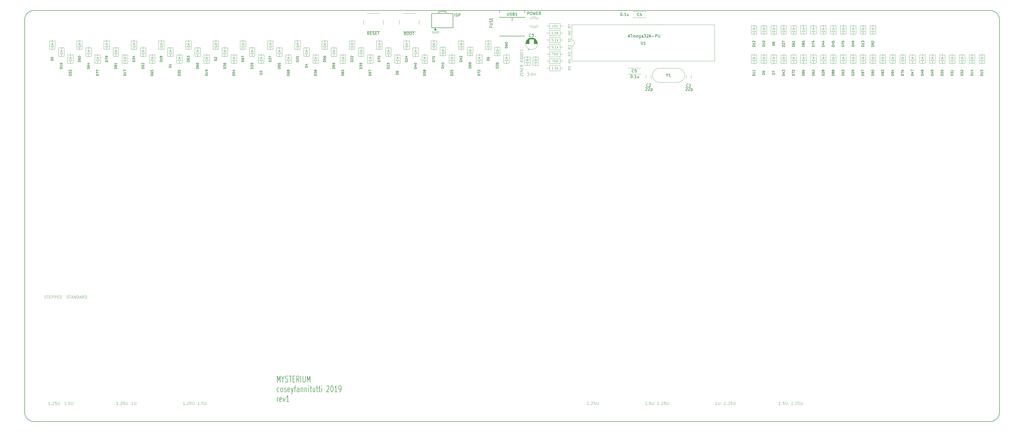
<source format=gbr>
G04 #@! TF.GenerationSoftware,KiCad,Pcbnew,(5.1.4)-1*
G04 #@! TF.CreationDate,2021-04-11T12:05:52+08:00*
G04 #@! TF.ProjectId,mysterium-pcb,6d797374-6572-4697-956d-2d7063622e6b,rev?*
G04 #@! TF.SameCoordinates,Original*
G04 #@! TF.FileFunction,Legend,Top*
G04 #@! TF.FilePolarity,Positive*
%FSLAX46Y46*%
G04 Gerber Fmt 4.6, Leading zero omitted, Abs format (unit mm)*
G04 Created by KiCad (PCBNEW (5.1.4)-1) date 2021-04-11 12:05:52*
%MOMM*%
%LPD*%
G04 APERTURE LIST*
%ADD10C,0.100000*%
%ADD11C,0.150000*%
%ADD12C,0.120000*%
%ADD13C,0.200000*%
%ADD14C,0.203200*%
G04 APERTURE END LIST*
D10*
X183045176Y-62680900D02*
X182968985Y-62642804D01*
X182854700Y-62642804D01*
X182740414Y-62680900D01*
X182664223Y-62757090D01*
X182626128Y-62833280D01*
X182588033Y-62985661D01*
X182588033Y-63099947D01*
X182626128Y-63252328D01*
X182664223Y-63328519D01*
X182740414Y-63404709D01*
X182854700Y-63442804D01*
X182930890Y-63442804D01*
X183045176Y-63404709D01*
X183083271Y-63366614D01*
X183083271Y-63099947D01*
X182930890Y-63099947D01*
X183426128Y-63442804D02*
X183426128Y-62642804D01*
X183883271Y-63442804D01*
X183883271Y-62642804D01*
X184264223Y-63442804D02*
X184264223Y-62642804D01*
X184454700Y-62642804D01*
X184568985Y-62680900D01*
X184645176Y-62757090D01*
X184683271Y-62833280D01*
X184721366Y-62985661D01*
X184721366Y-63099947D01*
X184683271Y-63252328D01*
X184645176Y-63328519D01*
X184568985Y-63404709D01*
X184454700Y-63442804D01*
X184264223Y-63442804D01*
G36*
X184010300Y-62318900D02*
G01*
X183197500Y-62318900D01*
X183603900Y-61531500D01*
X184010300Y-62318900D01*
G37*
X184010300Y-62318900D02*
X183197500Y-62318900D01*
X183603900Y-61531500D01*
X184010300Y-62318900D01*
D11*
X190476309Y-57437280D02*
X190476309Y-56437280D01*
X190904880Y-57389661D02*
X191047738Y-57437280D01*
X191285833Y-57437280D01*
X191381071Y-57389661D01*
X191428690Y-57342042D01*
X191476309Y-57246804D01*
X191476309Y-57151566D01*
X191428690Y-57056328D01*
X191381071Y-57008709D01*
X191285833Y-56961090D01*
X191095357Y-56913471D01*
X191000119Y-56865852D01*
X190952500Y-56818233D01*
X190904880Y-56722995D01*
X190904880Y-56627757D01*
X190952500Y-56532519D01*
X191000119Y-56484900D01*
X191095357Y-56437280D01*
X191333452Y-56437280D01*
X191476309Y-56484900D01*
X191904880Y-57437280D02*
X191904880Y-56437280D01*
X192285833Y-56437280D01*
X192381071Y-56484900D01*
X192428690Y-56532519D01*
X192476309Y-56627757D01*
X192476309Y-56770614D01*
X192428690Y-56865852D01*
X192381071Y-56913471D01*
X192285833Y-56961090D01*
X191904880Y-56961090D01*
D12*
X219917100Y-72892500D02*
X220145700Y-72613100D01*
X218608500Y-73171900D02*
X218837100Y-72892500D01*
X215662100Y-73171900D02*
X215890700Y-72892500D01*
X216970700Y-72892500D02*
X217199300Y-72613100D01*
D10*
X311105728Y-195927174D02*
X310534300Y-195927174D01*
X310820014Y-195927174D02*
X310820014Y-194927174D01*
X310724776Y-195070032D01*
X310629538Y-195165270D01*
X310534300Y-195212889D01*
X311534300Y-195831936D02*
X311581919Y-195879555D01*
X311534300Y-195927174D01*
X311486680Y-195879555D01*
X311534300Y-195831936D01*
X311534300Y-195927174D01*
X311962871Y-195022413D02*
X312010490Y-194974794D01*
X312105728Y-194927174D01*
X312343823Y-194927174D01*
X312439061Y-194974794D01*
X312486680Y-195022413D01*
X312534300Y-195117651D01*
X312534300Y-195212889D01*
X312486680Y-195355746D01*
X311915252Y-195927174D01*
X312534300Y-195927174D01*
X313439061Y-194927174D02*
X312962871Y-194927174D01*
X312915252Y-195403365D01*
X312962871Y-195355746D01*
X313058109Y-195308127D01*
X313296204Y-195308127D01*
X313391442Y-195355746D01*
X313439061Y-195403365D01*
X313486680Y-195498603D01*
X313486680Y-195736698D01*
X313439061Y-195831936D01*
X313391442Y-195879555D01*
X313296204Y-195927174D01*
X313058109Y-195927174D01*
X312962871Y-195879555D01*
X312915252Y-195831936D01*
X313915252Y-194927174D02*
X313915252Y-195736698D01*
X313962871Y-195831936D01*
X314010490Y-195879555D01*
X314105728Y-195927174D01*
X314296204Y-195927174D01*
X314391442Y-195879555D01*
X314439061Y-195831936D01*
X314486680Y-195736698D01*
X314486680Y-194927174D01*
X287153528Y-195927174D02*
X286582100Y-195927174D01*
X286867814Y-195927174D02*
X286867814Y-194927174D01*
X286772576Y-195070032D01*
X286677338Y-195165270D01*
X286582100Y-195212889D01*
X287582100Y-195831936D02*
X287629719Y-195879555D01*
X287582100Y-195927174D01*
X287534480Y-195879555D01*
X287582100Y-195831936D01*
X287582100Y-195927174D01*
X288010671Y-195022413D02*
X288058290Y-194974794D01*
X288153528Y-194927174D01*
X288391623Y-194927174D01*
X288486861Y-194974794D01*
X288534480Y-195022413D01*
X288582100Y-195117651D01*
X288582100Y-195212889D01*
X288534480Y-195355746D01*
X287963052Y-195927174D01*
X288582100Y-195927174D01*
X289486861Y-194927174D02*
X289010671Y-194927174D01*
X288963052Y-195403365D01*
X289010671Y-195355746D01*
X289105909Y-195308127D01*
X289344004Y-195308127D01*
X289439242Y-195355746D01*
X289486861Y-195403365D01*
X289534480Y-195498603D01*
X289534480Y-195736698D01*
X289486861Y-195831936D01*
X289439242Y-195879555D01*
X289344004Y-195927174D01*
X289105909Y-195927174D01*
X289010671Y-195879555D01*
X288963052Y-195831936D01*
X289963052Y-194927174D02*
X289963052Y-195736698D01*
X290010671Y-195831936D01*
X290058290Y-195879555D01*
X290153528Y-195927174D01*
X290344004Y-195927174D01*
X290439242Y-195879555D01*
X290486861Y-195831936D01*
X290534480Y-195736698D01*
X290534480Y-194927174D01*
X263379128Y-195927174D02*
X262807700Y-195927174D01*
X263093414Y-195927174D02*
X263093414Y-194927174D01*
X262998176Y-195070032D01*
X262902938Y-195165270D01*
X262807700Y-195212889D01*
X263807700Y-195831936D02*
X263855319Y-195879555D01*
X263807700Y-195927174D01*
X263760080Y-195879555D01*
X263807700Y-195831936D01*
X263807700Y-195927174D01*
X264236271Y-195022413D02*
X264283890Y-194974794D01*
X264379128Y-194927174D01*
X264617223Y-194927174D01*
X264712461Y-194974794D01*
X264760080Y-195022413D01*
X264807700Y-195117651D01*
X264807700Y-195212889D01*
X264760080Y-195355746D01*
X264188652Y-195927174D01*
X264807700Y-195927174D01*
X265712461Y-194927174D02*
X265236271Y-194927174D01*
X265188652Y-195403365D01*
X265236271Y-195355746D01*
X265331509Y-195308127D01*
X265569604Y-195308127D01*
X265664842Y-195355746D01*
X265712461Y-195403365D01*
X265760080Y-195498603D01*
X265760080Y-195736698D01*
X265712461Y-195831936D01*
X265664842Y-195879555D01*
X265569604Y-195927174D01*
X265331509Y-195927174D01*
X265236271Y-195879555D01*
X265188652Y-195831936D01*
X266188652Y-194927174D02*
X266188652Y-195736698D01*
X266236271Y-195831936D01*
X266283890Y-195879555D01*
X266379128Y-195927174D01*
X266569604Y-195927174D01*
X266664842Y-195879555D01*
X266712461Y-195831936D01*
X266760080Y-195736698D01*
X266760080Y-194927174D01*
X238283928Y-195927174D02*
X237712500Y-195927174D01*
X237998214Y-195927174D02*
X237998214Y-194927174D01*
X237902976Y-195070032D01*
X237807738Y-195165270D01*
X237712500Y-195212889D01*
X238712500Y-195831936D02*
X238760119Y-195879555D01*
X238712500Y-195927174D01*
X238664880Y-195879555D01*
X238712500Y-195831936D01*
X238712500Y-195927174D01*
X239141071Y-195022413D02*
X239188690Y-194974794D01*
X239283928Y-194927174D01*
X239522023Y-194927174D01*
X239617261Y-194974794D01*
X239664880Y-195022413D01*
X239712500Y-195117651D01*
X239712500Y-195212889D01*
X239664880Y-195355746D01*
X239093452Y-195927174D01*
X239712500Y-195927174D01*
X240617261Y-194927174D02*
X240141071Y-194927174D01*
X240093452Y-195403365D01*
X240141071Y-195355746D01*
X240236309Y-195308127D01*
X240474404Y-195308127D01*
X240569642Y-195355746D01*
X240617261Y-195403365D01*
X240664880Y-195498603D01*
X240664880Y-195736698D01*
X240617261Y-195831936D01*
X240569642Y-195879555D01*
X240474404Y-195927174D01*
X240236309Y-195927174D01*
X240141071Y-195879555D01*
X240093452Y-195831936D01*
X241093452Y-194927174D02*
X241093452Y-195736698D01*
X241141071Y-195831936D01*
X241188690Y-195879555D01*
X241283928Y-195927174D01*
X241474404Y-195927174D01*
X241569642Y-195879555D01*
X241617261Y-195831936D01*
X241664880Y-195736698D01*
X241664880Y-194927174D01*
X94240528Y-195927174D02*
X93669100Y-195927174D01*
X93954814Y-195927174D02*
X93954814Y-194927174D01*
X93859576Y-195070032D01*
X93764338Y-195165270D01*
X93669100Y-195212889D01*
X94669100Y-195831936D02*
X94716719Y-195879555D01*
X94669100Y-195927174D01*
X94621480Y-195879555D01*
X94669100Y-195831936D01*
X94669100Y-195927174D01*
X95097671Y-195022413D02*
X95145290Y-194974794D01*
X95240528Y-194927174D01*
X95478623Y-194927174D01*
X95573861Y-194974794D01*
X95621480Y-195022413D01*
X95669100Y-195117651D01*
X95669100Y-195212889D01*
X95621480Y-195355746D01*
X95050052Y-195927174D01*
X95669100Y-195927174D01*
X96573861Y-194927174D02*
X96097671Y-194927174D01*
X96050052Y-195403365D01*
X96097671Y-195355746D01*
X96192909Y-195308127D01*
X96431004Y-195308127D01*
X96526242Y-195355746D01*
X96573861Y-195403365D01*
X96621480Y-195498603D01*
X96621480Y-195736698D01*
X96573861Y-195831936D01*
X96526242Y-195879555D01*
X96431004Y-195927174D01*
X96192909Y-195927174D01*
X96097671Y-195879555D01*
X96050052Y-195831936D01*
X97050052Y-194927174D02*
X97050052Y-195736698D01*
X97097671Y-195831936D01*
X97145290Y-195879555D01*
X97240528Y-195927174D01*
X97431004Y-195927174D01*
X97526242Y-195879555D01*
X97573861Y-195831936D01*
X97621480Y-195736698D01*
X97621480Y-194927174D01*
X70466128Y-195927174D02*
X69894700Y-195927174D01*
X70180414Y-195927174D02*
X70180414Y-194927174D01*
X70085176Y-195070032D01*
X69989938Y-195165270D01*
X69894700Y-195212889D01*
X70894700Y-195831936D02*
X70942319Y-195879555D01*
X70894700Y-195927174D01*
X70847080Y-195879555D01*
X70894700Y-195831936D01*
X70894700Y-195927174D01*
X71323271Y-195022413D02*
X71370890Y-194974794D01*
X71466128Y-194927174D01*
X71704223Y-194927174D01*
X71799461Y-194974794D01*
X71847080Y-195022413D01*
X71894700Y-195117651D01*
X71894700Y-195212889D01*
X71847080Y-195355746D01*
X71275652Y-195927174D01*
X71894700Y-195927174D01*
X72799461Y-194927174D02*
X72323271Y-194927174D01*
X72275652Y-195403365D01*
X72323271Y-195355746D01*
X72418509Y-195308127D01*
X72656604Y-195308127D01*
X72751842Y-195355746D01*
X72799461Y-195403365D01*
X72847080Y-195498603D01*
X72847080Y-195736698D01*
X72799461Y-195831936D01*
X72751842Y-195879555D01*
X72656604Y-195927174D01*
X72418509Y-195927174D01*
X72323271Y-195879555D01*
X72275652Y-195831936D01*
X73275652Y-194927174D02*
X73275652Y-195736698D01*
X73323271Y-195831936D01*
X73370890Y-195879555D01*
X73466128Y-195927174D01*
X73656604Y-195927174D01*
X73751842Y-195879555D01*
X73799461Y-195831936D01*
X73847080Y-195736698D01*
X73847080Y-194927174D01*
X46209128Y-195927174D02*
X45637700Y-195927174D01*
X45923414Y-195927174D02*
X45923414Y-194927174D01*
X45828176Y-195070032D01*
X45732938Y-195165270D01*
X45637700Y-195212889D01*
X46637700Y-195831936D02*
X46685319Y-195879555D01*
X46637700Y-195927174D01*
X46590080Y-195879555D01*
X46637700Y-195831936D01*
X46637700Y-195927174D01*
X47066271Y-195022413D02*
X47113890Y-194974794D01*
X47209128Y-194927174D01*
X47447223Y-194927174D01*
X47542461Y-194974794D01*
X47590080Y-195022413D01*
X47637700Y-195117651D01*
X47637700Y-195212889D01*
X47590080Y-195355746D01*
X47018652Y-195927174D01*
X47637700Y-195927174D01*
X48542461Y-194927174D02*
X48066271Y-194927174D01*
X48018652Y-195403365D01*
X48066271Y-195355746D01*
X48161509Y-195308127D01*
X48399604Y-195308127D01*
X48494842Y-195355746D01*
X48542461Y-195403365D01*
X48590080Y-195498603D01*
X48590080Y-195736698D01*
X48542461Y-195831936D01*
X48494842Y-195879555D01*
X48399604Y-195927174D01*
X48161509Y-195927174D01*
X48066271Y-195879555D01*
X48018652Y-195831936D01*
X49018652Y-194927174D02*
X49018652Y-195736698D01*
X49066271Y-195831936D01*
X49113890Y-195879555D01*
X49209128Y-195927174D01*
X49399604Y-195927174D01*
X49494842Y-195879555D01*
X49542461Y-195831936D01*
X49590080Y-195736698D01*
X49590080Y-194927174D01*
X284051404Y-195927174D02*
X283479976Y-195927174D01*
X283765690Y-195927174D02*
X283765690Y-194927174D01*
X283670452Y-195070032D01*
X283575214Y-195165270D01*
X283479976Y-195212889D01*
X284479976Y-194927174D02*
X284479976Y-195736698D01*
X284527595Y-195831936D01*
X284575214Y-195879555D01*
X284670452Y-195927174D01*
X284860928Y-195927174D01*
X284956166Y-195879555D01*
X285003785Y-195831936D01*
X285051404Y-195736698D01*
X285051404Y-194927174D01*
X306679719Y-195927174D02*
X306108290Y-195927174D01*
X306394004Y-195927174D02*
X306394004Y-194927174D01*
X306298766Y-195070032D01*
X306203528Y-195165270D01*
X306108290Y-195212889D01*
X307108290Y-195831936D02*
X307155909Y-195879555D01*
X307108290Y-195927174D01*
X307060671Y-195879555D01*
X307108290Y-195831936D01*
X307108290Y-195927174D01*
X308060671Y-194927174D02*
X307584480Y-194927174D01*
X307536861Y-195403365D01*
X307584480Y-195355746D01*
X307679719Y-195308127D01*
X307917814Y-195308127D01*
X308013052Y-195355746D01*
X308060671Y-195403365D01*
X308108290Y-195498603D01*
X308108290Y-195736698D01*
X308060671Y-195831936D01*
X308013052Y-195879555D01*
X307917814Y-195927174D01*
X307679719Y-195927174D01*
X307584480Y-195879555D01*
X307536861Y-195831936D01*
X308536861Y-194927174D02*
X308536861Y-195736698D01*
X308584480Y-195831936D01*
X308632100Y-195879555D01*
X308727338Y-195927174D01*
X308917814Y-195927174D01*
X309013052Y-195879555D01*
X309060671Y-195831936D01*
X309108290Y-195736698D01*
X309108290Y-194927174D01*
X259003919Y-195927174D02*
X258432490Y-195927174D01*
X258718204Y-195927174D02*
X258718204Y-194927174D01*
X258622966Y-195070032D01*
X258527728Y-195165270D01*
X258432490Y-195212889D01*
X259432490Y-195831936D02*
X259480109Y-195879555D01*
X259432490Y-195927174D01*
X259384871Y-195879555D01*
X259432490Y-195831936D01*
X259432490Y-195927174D01*
X260384871Y-194927174D02*
X259908680Y-194927174D01*
X259861061Y-195403365D01*
X259908680Y-195355746D01*
X260003919Y-195308127D01*
X260242014Y-195308127D01*
X260337252Y-195355746D01*
X260384871Y-195403365D01*
X260432490Y-195498603D01*
X260432490Y-195736698D01*
X260384871Y-195831936D01*
X260337252Y-195879555D01*
X260242014Y-195927174D01*
X260003919Y-195927174D01*
X259908680Y-195879555D01*
X259861061Y-195831936D01*
X260861061Y-194927174D02*
X260861061Y-195736698D01*
X260908680Y-195831936D01*
X260956300Y-195879555D01*
X261051538Y-195927174D01*
X261242014Y-195927174D01*
X261337252Y-195879555D01*
X261384871Y-195831936D01*
X261432490Y-195736698D01*
X261432490Y-194927174D01*
X99466519Y-195927174D02*
X98895090Y-195927174D01*
X99180804Y-195927174D02*
X99180804Y-194927174D01*
X99085566Y-195070032D01*
X98990328Y-195165270D01*
X98895090Y-195212889D01*
X99895090Y-195831936D02*
X99942709Y-195879555D01*
X99895090Y-195927174D01*
X99847471Y-195879555D01*
X99895090Y-195831936D01*
X99895090Y-195927174D01*
X100847471Y-194927174D02*
X100371280Y-194927174D01*
X100323661Y-195403365D01*
X100371280Y-195355746D01*
X100466519Y-195308127D01*
X100704614Y-195308127D01*
X100799852Y-195355746D01*
X100847471Y-195403365D01*
X100895090Y-195498603D01*
X100895090Y-195736698D01*
X100847471Y-195831936D01*
X100799852Y-195879555D01*
X100704614Y-195927174D01*
X100466519Y-195927174D01*
X100371280Y-195879555D01*
X100323661Y-195831936D01*
X101323661Y-194927174D02*
X101323661Y-195736698D01*
X101371280Y-195831936D01*
X101418900Y-195879555D01*
X101514138Y-195927174D01*
X101704614Y-195927174D01*
X101799852Y-195879555D01*
X101847471Y-195831936D01*
X101895090Y-195736698D01*
X101895090Y-194927174D01*
X75822204Y-195927174D02*
X75250776Y-195927174D01*
X75536490Y-195927174D02*
X75536490Y-194927174D01*
X75441252Y-195070032D01*
X75346014Y-195165270D01*
X75250776Y-195212889D01*
X76250776Y-194927174D02*
X76250776Y-195736698D01*
X76298395Y-195831936D01*
X76346014Y-195879555D01*
X76441252Y-195927174D01*
X76631728Y-195927174D01*
X76726966Y-195879555D01*
X76774585Y-195831936D01*
X76822204Y-195736698D01*
X76822204Y-194927174D01*
X51943119Y-195927174D02*
X51371690Y-195927174D01*
X51657404Y-195927174D02*
X51657404Y-194927174D01*
X51562166Y-195070032D01*
X51466928Y-195165270D01*
X51371690Y-195212889D01*
X52371690Y-195831936D02*
X52419309Y-195879555D01*
X52371690Y-195927174D01*
X52324071Y-195879555D01*
X52371690Y-195831936D01*
X52371690Y-195927174D01*
X53324071Y-194927174D02*
X52847880Y-194927174D01*
X52800261Y-195403365D01*
X52847880Y-195355746D01*
X52943119Y-195308127D01*
X53181214Y-195308127D01*
X53276452Y-195355746D01*
X53324071Y-195403365D01*
X53371690Y-195498603D01*
X53371690Y-195736698D01*
X53324071Y-195831936D01*
X53276452Y-195879555D01*
X53181214Y-195927174D01*
X52943119Y-195927174D01*
X52847880Y-195879555D01*
X52800261Y-195831936D01*
X53800261Y-194927174D02*
X53800261Y-195736698D01*
X53847880Y-195831936D01*
X53895500Y-195879555D01*
X53990738Y-195927174D01*
X54181214Y-195927174D01*
X54276452Y-195879555D01*
X54324071Y-195831936D01*
X54371690Y-195736698D01*
X54371690Y-194927174D01*
X52167280Y-157948261D02*
X52310138Y-157995880D01*
X52548233Y-157995880D01*
X52643471Y-157948261D01*
X52691090Y-157900642D01*
X52738709Y-157805404D01*
X52738709Y-157710166D01*
X52691090Y-157614928D01*
X52643471Y-157567309D01*
X52548233Y-157519690D01*
X52357757Y-157472071D01*
X52262519Y-157424452D01*
X52214900Y-157376833D01*
X52167280Y-157281595D01*
X52167280Y-157186357D01*
X52214900Y-157091119D01*
X52262519Y-157043500D01*
X52357757Y-156995880D01*
X52595852Y-156995880D01*
X52738709Y-157043500D01*
X53024423Y-156995880D02*
X53595852Y-156995880D01*
X53310138Y-157995880D02*
X53310138Y-156995880D01*
X53881566Y-157710166D02*
X54357757Y-157710166D01*
X53786328Y-157995880D02*
X54119661Y-156995880D01*
X54452995Y-157995880D01*
X54786328Y-157995880D02*
X54786328Y-156995880D01*
X55357757Y-157995880D01*
X55357757Y-156995880D01*
X55833947Y-157995880D02*
X55833947Y-156995880D01*
X56072042Y-156995880D01*
X56214900Y-157043500D01*
X56310138Y-157138738D01*
X56357757Y-157233976D01*
X56405376Y-157424452D01*
X56405376Y-157567309D01*
X56357757Y-157757785D01*
X56310138Y-157853023D01*
X56214900Y-157948261D01*
X56072042Y-157995880D01*
X55833947Y-157995880D01*
X56786328Y-157710166D02*
X57262519Y-157710166D01*
X56691090Y-157995880D02*
X57024423Y-156995880D01*
X57357757Y-157995880D01*
X58262519Y-157995880D02*
X57929185Y-157519690D01*
X57691090Y-157995880D02*
X57691090Y-156995880D01*
X58072042Y-156995880D01*
X58167280Y-157043500D01*
X58214900Y-157091119D01*
X58262519Y-157186357D01*
X58262519Y-157329214D01*
X58214900Y-157424452D01*
X58167280Y-157472071D01*
X58072042Y-157519690D01*
X57691090Y-157519690D01*
X58691090Y-157995880D02*
X58691090Y-156995880D01*
X58929185Y-156995880D01*
X59072042Y-157043500D01*
X59167280Y-157138738D01*
X59214900Y-157233976D01*
X59262519Y-157424452D01*
X59262519Y-157567309D01*
X59214900Y-157757785D01*
X59167280Y-157853023D01*
X59072042Y-157948261D01*
X58929185Y-157995880D01*
X58691090Y-157995880D01*
X44261471Y-157948261D02*
X44404328Y-157995880D01*
X44642423Y-157995880D01*
X44737661Y-157948261D01*
X44785280Y-157900642D01*
X44832900Y-157805404D01*
X44832900Y-157710166D01*
X44785280Y-157614928D01*
X44737661Y-157567309D01*
X44642423Y-157519690D01*
X44451947Y-157472071D01*
X44356709Y-157424452D01*
X44309090Y-157376833D01*
X44261471Y-157281595D01*
X44261471Y-157186357D01*
X44309090Y-157091119D01*
X44356709Y-157043500D01*
X44451947Y-156995880D01*
X44690042Y-156995880D01*
X44832900Y-157043500D01*
X45118614Y-156995880D02*
X45690042Y-156995880D01*
X45404328Y-157995880D02*
X45404328Y-156995880D01*
X46023376Y-157472071D02*
X46356709Y-157472071D01*
X46499566Y-157995880D02*
X46023376Y-157995880D01*
X46023376Y-156995880D01*
X46499566Y-156995880D01*
X46928138Y-157995880D02*
X46928138Y-156995880D01*
X47309090Y-156995880D01*
X47404328Y-157043500D01*
X47451947Y-157091119D01*
X47499566Y-157186357D01*
X47499566Y-157329214D01*
X47451947Y-157424452D01*
X47404328Y-157472071D01*
X47309090Y-157519690D01*
X46928138Y-157519690D01*
X47928138Y-157995880D02*
X47928138Y-156995880D01*
X48309090Y-156995880D01*
X48404328Y-157043500D01*
X48451947Y-157091119D01*
X48499566Y-157186357D01*
X48499566Y-157329214D01*
X48451947Y-157424452D01*
X48404328Y-157472071D01*
X48309090Y-157519690D01*
X47928138Y-157519690D01*
X48928138Y-157472071D02*
X49261471Y-157472071D01*
X49404328Y-157995880D02*
X48928138Y-157995880D01*
X48928138Y-156995880D01*
X49404328Y-156995880D01*
X49832900Y-157995880D02*
X49832900Y-156995880D01*
X50070995Y-156995880D01*
X50213852Y-157043500D01*
X50309090Y-157138738D01*
X50356709Y-157233976D01*
X50404328Y-157424452D01*
X50404328Y-157567309D01*
X50356709Y-157757785D01*
X50309090Y-157853023D01*
X50213852Y-157948261D01*
X50070995Y-157995880D01*
X49832900Y-157995880D01*
X213870442Y-78701342D02*
X213870442Y-78101342D01*
X214770442Y-78813842D01*
X214770442Y-78213842D01*
X214299014Y-77812057D02*
X214299014Y-77512057D01*
X214770442Y-77442414D02*
X214770442Y-77870985D01*
X213870442Y-77758485D01*
X213870442Y-77329914D01*
X214770442Y-77056700D02*
X213870442Y-76944200D01*
X214770442Y-76542414D01*
X213870442Y-76429914D01*
X214299014Y-76054914D02*
X214299014Y-75754914D01*
X214770442Y-75685271D02*
X214770442Y-76113842D01*
X213870442Y-76001342D01*
X213870442Y-75572771D01*
X214770442Y-74785271D02*
X214341871Y-75031700D01*
X214770442Y-75299557D02*
X213870442Y-75187057D01*
X213870442Y-74844200D01*
X213913300Y-74763842D01*
X213956157Y-74726342D01*
X214041871Y-74694200D01*
X214170442Y-74710271D01*
X214256157Y-74763842D01*
X214299014Y-74812057D01*
X214341871Y-74903128D01*
X214341871Y-75245985D01*
X214770442Y-73713842D02*
X213870442Y-73601342D01*
X213870442Y-73387057D01*
X213913300Y-73263842D01*
X213999014Y-73188842D01*
X214084728Y-73156700D01*
X214256157Y-73135271D01*
X214384728Y-73151342D01*
X214556157Y-73215628D01*
X214641871Y-73269200D01*
X214727585Y-73365628D01*
X214770442Y-73499557D01*
X214770442Y-73713842D01*
X214770442Y-72813842D02*
X213870442Y-72701342D01*
X213870442Y-72101342D02*
X213870442Y-71929914D01*
X213913300Y-71849557D01*
X213999014Y-71774557D01*
X214170442Y-71753128D01*
X214470442Y-71790628D01*
X214641871Y-71854914D01*
X214727585Y-71951342D01*
X214770442Y-72042414D01*
X214770442Y-72213842D01*
X214727585Y-72294200D01*
X214641871Y-72369200D01*
X214470442Y-72390628D01*
X214170442Y-72353128D01*
X213999014Y-72288842D01*
X213913300Y-72192414D01*
X213870442Y-72101342D01*
X214770442Y-71442414D02*
X213870442Y-71329914D01*
X213870442Y-71115628D01*
X213913300Y-70992414D01*
X213999014Y-70917414D01*
X214084728Y-70885271D01*
X214256157Y-70863842D01*
X214384728Y-70879914D01*
X214556157Y-70944200D01*
X214641871Y-70997771D01*
X214727585Y-71094200D01*
X214770442Y-71228128D01*
X214770442Y-71442414D01*
X214299014Y-70483485D02*
X214299014Y-70183485D01*
X214770442Y-70113842D02*
X214770442Y-70542414D01*
X213870442Y-70429914D01*
X213870442Y-70001342D01*
X214727585Y-69765628D02*
X214770442Y-69642414D01*
X214770442Y-69428128D01*
X214727585Y-69337057D01*
X214684728Y-69288842D01*
X214599014Y-69235271D01*
X214513300Y-69224557D01*
X214427585Y-69256700D01*
X214384728Y-69294200D01*
X214341871Y-69374557D01*
X214299014Y-69540628D01*
X214256157Y-69620985D01*
X214213300Y-69658485D01*
X214127585Y-69690628D01*
X214041871Y-69679914D01*
X213956157Y-69626342D01*
X213913300Y-69578128D01*
X213870442Y-69487057D01*
X213870442Y-69272771D01*
X213913300Y-69149557D01*
D13*
X127245842Y-187855538D02*
X127245842Y-185655538D01*
X127745842Y-187226966D01*
X128245842Y-185655538D01*
X128245842Y-187855538D01*
X129245842Y-186807919D02*
X129245842Y-187855538D01*
X128745842Y-185655538D02*
X129245842Y-186807919D01*
X129745842Y-185655538D01*
X130174414Y-187750776D02*
X130388700Y-187855538D01*
X130745842Y-187855538D01*
X130888700Y-187750776D01*
X130960128Y-187646014D01*
X131031557Y-187436490D01*
X131031557Y-187226966D01*
X130960128Y-187017442D01*
X130888700Y-186912680D01*
X130745842Y-186807919D01*
X130460128Y-186703157D01*
X130317271Y-186598395D01*
X130245842Y-186493633D01*
X130174414Y-186284109D01*
X130174414Y-186074585D01*
X130245842Y-185865061D01*
X130317271Y-185760300D01*
X130460128Y-185655538D01*
X130817271Y-185655538D01*
X131031557Y-185760300D01*
X131460128Y-185655538D02*
X132317271Y-185655538D01*
X131888700Y-187855538D02*
X131888700Y-185655538D01*
X132817271Y-186703157D02*
X133317271Y-186703157D01*
X133531557Y-187855538D02*
X132817271Y-187855538D01*
X132817271Y-185655538D01*
X133531557Y-185655538D01*
X135031557Y-187855538D02*
X134531557Y-186807919D01*
X134174414Y-187855538D02*
X134174414Y-185655538D01*
X134745842Y-185655538D01*
X134888700Y-185760300D01*
X134960128Y-185865061D01*
X135031557Y-186074585D01*
X135031557Y-186388871D01*
X134960128Y-186598395D01*
X134888700Y-186703157D01*
X134745842Y-186807919D01*
X134174414Y-186807919D01*
X135674414Y-187855538D02*
X135674414Y-185655538D01*
X136388700Y-185655538D02*
X136388700Y-187436490D01*
X136460128Y-187646014D01*
X136531557Y-187750776D01*
X136674414Y-187855538D01*
X136960128Y-187855538D01*
X137102985Y-187750776D01*
X137174414Y-187646014D01*
X137245842Y-187436490D01*
X137245842Y-185655538D01*
X137960128Y-187855538D02*
X137960128Y-185655538D01*
X138460128Y-187226966D01*
X138960128Y-185655538D01*
X138960128Y-187855538D01*
X127888700Y-191250776D02*
X127745842Y-191355538D01*
X127460128Y-191355538D01*
X127317271Y-191250776D01*
X127245842Y-191146014D01*
X127174414Y-190936490D01*
X127174414Y-190307919D01*
X127245842Y-190098395D01*
X127317271Y-189993633D01*
X127460128Y-189888871D01*
X127745842Y-189888871D01*
X127888700Y-189993633D01*
X128745842Y-191355538D02*
X128602985Y-191250776D01*
X128531557Y-191146014D01*
X128460128Y-190936490D01*
X128460128Y-190307919D01*
X128531557Y-190098395D01*
X128602985Y-189993633D01*
X128745842Y-189888871D01*
X128960128Y-189888871D01*
X129102985Y-189993633D01*
X129174414Y-190098395D01*
X129245842Y-190307919D01*
X129245842Y-190936490D01*
X129174414Y-191146014D01*
X129102985Y-191250776D01*
X128960128Y-191355538D01*
X128745842Y-191355538D01*
X129817271Y-191250776D02*
X129960128Y-191355538D01*
X130245842Y-191355538D01*
X130388700Y-191250776D01*
X130460128Y-191041252D01*
X130460128Y-190936490D01*
X130388700Y-190726966D01*
X130245842Y-190622204D01*
X130031557Y-190622204D01*
X129888700Y-190517442D01*
X129817271Y-190307919D01*
X129817271Y-190203157D01*
X129888700Y-189993633D01*
X130031557Y-189888871D01*
X130245842Y-189888871D01*
X130388700Y-189993633D01*
X131674414Y-191250776D02*
X131531557Y-191355538D01*
X131245842Y-191355538D01*
X131102985Y-191250776D01*
X131031557Y-191041252D01*
X131031557Y-190203157D01*
X131102985Y-189993633D01*
X131245842Y-189888871D01*
X131531557Y-189888871D01*
X131674414Y-189993633D01*
X131745842Y-190203157D01*
X131745842Y-190412680D01*
X131031557Y-190622204D01*
X132245842Y-189888871D02*
X132602985Y-191355538D01*
X132960128Y-189888871D02*
X132602985Y-191355538D01*
X132460128Y-191879347D01*
X132388700Y-191984109D01*
X132245842Y-192088871D01*
X133317271Y-189888871D02*
X133888700Y-189888871D01*
X133531557Y-191355538D02*
X133531557Y-189469823D01*
X133602985Y-189260300D01*
X133745842Y-189155538D01*
X133888700Y-189155538D01*
X135031557Y-191355538D02*
X135031557Y-190203157D01*
X134960128Y-189993633D01*
X134817271Y-189888871D01*
X134531557Y-189888871D01*
X134388700Y-189993633D01*
X135031557Y-191250776D02*
X134888700Y-191355538D01*
X134531557Y-191355538D01*
X134388700Y-191250776D01*
X134317271Y-191041252D01*
X134317271Y-190831728D01*
X134388700Y-190622204D01*
X134531557Y-190517442D01*
X134888700Y-190517442D01*
X135031557Y-190412680D01*
X135745842Y-189888871D02*
X135745842Y-191355538D01*
X135745842Y-190098395D02*
X135817271Y-189993633D01*
X135960128Y-189888871D01*
X136174414Y-189888871D01*
X136317271Y-189993633D01*
X136388700Y-190203157D01*
X136388700Y-191355538D01*
X137102985Y-189888871D02*
X137102985Y-191355538D01*
X137102985Y-190098395D02*
X137174414Y-189993633D01*
X137317271Y-189888871D01*
X137531557Y-189888871D01*
X137674414Y-189993633D01*
X137745842Y-190203157D01*
X137745842Y-191355538D01*
X138460128Y-191355538D02*
X138460128Y-189888871D01*
X138460128Y-189155538D02*
X138388700Y-189260300D01*
X138460128Y-189365061D01*
X138531557Y-189260300D01*
X138460128Y-189155538D01*
X138460128Y-189365061D01*
X138960128Y-189888871D02*
X139531557Y-189888871D01*
X139174414Y-189155538D02*
X139174414Y-191041252D01*
X139245842Y-191250776D01*
X139388700Y-191355538D01*
X139531557Y-191355538D01*
X140674414Y-189888871D02*
X140674414Y-191355538D01*
X140031557Y-189888871D02*
X140031557Y-191041252D01*
X140102985Y-191250776D01*
X140245842Y-191355538D01*
X140460128Y-191355538D01*
X140602985Y-191250776D01*
X140674414Y-191146014D01*
X141174414Y-189888871D02*
X141745842Y-189888871D01*
X141388700Y-189155538D02*
X141388700Y-191041252D01*
X141460128Y-191250776D01*
X141602985Y-191355538D01*
X141745842Y-191355538D01*
X142031557Y-189888871D02*
X142602985Y-189888871D01*
X142245842Y-189155538D02*
X142245842Y-191041252D01*
X142317271Y-191250776D01*
X142460128Y-191355538D01*
X142602985Y-191355538D01*
X143102985Y-191355538D02*
X143102985Y-189888871D01*
X143102985Y-189155538D02*
X143031557Y-189260300D01*
X143102985Y-189365061D01*
X143174414Y-189260300D01*
X143102985Y-189155538D01*
X143102985Y-189365061D01*
X144888700Y-189365061D02*
X144960128Y-189260300D01*
X145102985Y-189155538D01*
X145460128Y-189155538D01*
X145602985Y-189260300D01*
X145674414Y-189365061D01*
X145745842Y-189574585D01*
X145745842Y-189784109D01*
X145674414Y-190098395D01*
X144817271Y-191355538D01*
X145745842Y-191355538D01*
X146674414Y-189155538D02*
X146817271Y-189155538D01*
X146960128Y-189260300D01*
X147031557Y-189365061D01*
X147102985Y-189574585D01*
X147174414Y-189993633D01*
X147174414Y-190517442D01*
X147102985Y-190936490D01*
X147031557Y-191146014D01*
X146960128Y-191250776D01*
X146817271Y-191355538D01*
X146674414Y-191355538D01*
X146531557Y-191250776D01*
X146460128Y-191146014D01*
X146388700Y-190936490D01*
X146317271Y-190517442D01*
X146317271Y-189993633D01*
X146388700Y-189574585D01*
X146460128Y-189365061D01*
X146531557Y-189260300D01*
X146674414Y-189155538D01*
X148602985Y-191355538D02*
X147745842Y-191355538D01*
X148174414Y-191355538D02*
X148174414Y-189155538D01*
X148031557Y-189469823D01*
X147888700Y-189679347D01*
X147745842Y-189784109D01*
X149317271Y-191355538D02*
X149602985Y-191355538D01*
X149745842Y-191250776D01*
X149817271Y-191146014D01*
X149960128Y-190831728D01*
X150031557Y-190412680D01*
X150031557Y-189574585D01*
X149960128Y-189365061D01*
X149888700Y-189260300D01*
X149745842Y-189155538D01*
X149460128Y-189155538D01*
X149317271Y-189260300D01*
X149245842Y-189365061D01*
X149174414Y-189574585D01*
X149174414Y-190098395D01*
X149245842Y-190307919D01*
X149317271Y-190412680D01*
X149460128Y-190517442D01*
X149745842Y-190517442D01*
X149888700Y-190412680D01*
X149960128Y-190307919D01*
X150031557Y-190098395D01*
X127245842Y-194855538D02*
X127245842Y-193388871D01*
X127245842Y-193807919D02*
X127317271Y-193598395D01*
X127388700Y-193493633D01*
X127531557Y-193388871D01*
X127674414Y-193388871D01*
X128745842Y-194750776D02*
X128602985Y-194855538D01*
X128317271Y-194855538D01*
X128174414Y-194750776D01*
X128102985Y-194541252D01*
X128102985Y-193703157D01*
X128174414Y-193493633D01*
X128317271Y-193388871D01*
X128602985Y-193388871D01*
X128745842Y-193493633D01*
X128817271Y-193703157D01*
X128817271Y-193912680D01*
X128102985Y-194122204D01*
X129317271Y-193388871D02*
X129674414Y-194855538D01*
X130031557Y-193388871D01*
X131388700Y-194855538D02*
X130531557Y-194855538D01*
X130960128Y-194855538D02*
X130960128Y-192655538D01*
X130817271Y-192969823D01*
X130674414Y-193179347D01*
X130531557Y-193284109D01*
D11*
X384809999Y-198619941D02*
G75*
G02X381505940Y-201930000I-3307059J-3000D01*
G01*
X381499941Y-55313501D02*
G75*
G02X384810000Y-58617560I3000J-3307059D01*
G01*
X37147501Y-58623559D02*
G75*
G02X40451560Y-55313500I3307059J3000D01*
G01*
X40457559Y-201929999D02*
G75*
G02X37147500Y-198625940I-3000J3307059D01*
G01*
X384810000Y-58617560D02*
X384809999Y-198619941D01*
X381505940Y-201930000D02*
X40457559Y-201929999D01*
X37147500Y-198625940D02*
X37147501Y-58623559D01*
X40451560Y-55313500D02*
X381499941Y-55313500D01*
D12*
X335102912Y-71124948D02*
X335102912Y-74094948D01*
X337102912Y-71114948D02*
X337092912Y-74104948D01*
X335102912Y-74104948D02*
X337092912Y-74104948D01*
X336112912Y-74314948D02*
X336112912Y-73194948D01*
X336112912Y-70854948D02*
X336112912Y-72134948D01*
X335102912Y-71114948D02*
X337102912Y-71114948D01*
X336112912Y-72244948D02*
X336652912Y-73194948D01*
X336102912Y-72254948D02*
X335572912Y-73164948D01*
X335572912Y-73194948D02*
X336652912Y-73194948D01*
X335572912Y-72144948D02*
X336652912Y-72144948D01*
X310365410Y-71124948D02*
X310365410Y-74094948D01*
X312365410Y-71114948D02*
X312355410Y-74104948D01*
X310365410Y-74104948D02*
X312355410Y-74104948D01*
X311375410Y-74314948D02*
X311375410Y-73194948D01*
X311375410Y-70854948D02*
X311375410Y-72134948D01*
X310365410Y-71114948D02*
X312365410Y-71114948D01*
X311375410Y-72244948D02*
X311915410Y-73194948D01*
X311365410Y-72254948D02*
X310835410Y-73164948D01*
X310835410Y-73194948D02*
X311915410Y-73194948D01*
X310835410Y-72144948D02*
X311915410Y-72144948D01*
X71896866Y-71124948D02*
X71896866Y-74094948D01*
X73896866Y-71114948D02*
X73886866Y-74104948D01*
X71896866Y-74104948D02*
X73886866Y-74104948D01*
X72906866Y-74314948D02*
X72906866Y-73194948D01*
X72906866Y-70854948D02*
X72906866Y-72134948D01*
X71896866Y-71114948D02*
X73896866Y-71114948D01*
X72906866Y-72244948D02*
X73446866Y-73194948D01*
X72896866Y-72254948D02*
X72366866Y-73164948D01*
X72366866Y-73194948D02*
X73446866Y-73194948D01*
X72366866Y-72144948D02*
X73446866Y-72144948D01*
X107530629Y-68644655D02*
X107530629Y-71614655D01*
X109530629Y-68634655D02*
X109520629Y-71624655D01*
X107530629Y-71624655D02*
X109520629Y-71624655D01*
X108540629Y-71834655D02*
X108540629Y-70714655D01*
X108540629Y-68374655D02*
X108540629Y-69654655D01*
X107530629Y-68634655D02*
X109530629Y-68634655D01*
X108540629Y-69764655D02*
X109080629Y-70714655D01*
X108530629Y-69774655D02*
X108000629Y-70684655D01*
X108000629Y-70714655D02*
X109080629Y-70714655D01*
X108000629Y-69664655D02*
X109080629Y-69664655D01*
X320967188Y-71124948D02*
X320967188Y-74094948D01*
X322967188Y-71114948D02*
X322957188Y-74104948D01*
X320967188Y-74104948D02*
X322957188Y-74104948D01*
X321977188Y-74314948D02*
X321977188Y-73194948D01*
X321977188Y-70854948D02*
X321977188Y-72134948D01*
X320967188Y-71114948D02*
X322967188Y-71114948D01*
X321977188Y-72244948D02*
X322517188Y-73194948D01*
X321967188Y-72254948D02*
X321437188Y-73164948D01*
X321437188Y-73194948D02*
X322517188Y-73194948D01*
X321437188Y-72144948D02*
X322517188Y-72144948D01*
X345704690Y-71124948D02*
X345704690Y-74094948D01*
X347704690Y-71114948D02*
X347694690Y-74104948D01*
X345704690Y-74104948D02*
X347694690Y-74104948D01*
X346714690Y-74314948D02*
X346714690Y-73194948D01*
X346714690Y-70854948D02*
X346714690Y-72134948D01*
X345704690Y-71114948D02*
X347704690Y-71114948D01*
X346714690Y-72244948D02*
X347254690Y-73194948D01*
X346704690Y-72254948D02*
X346174690Y-73164948D01*
X346174690Y-73194948D02*
X347254690Y-73194948D01*
X346174690Y-72144948D02*
X347254690Y-72144948D01*
X342170764Y-71124948D02*
X342170764Y-74094948D01*
X344170764Y-71114948D02*
X344160764Y-74104948D01*
X342170764Y-74104948D02*
X344160764Y-74104948D01*
X343180764Y-74314948D02*
X343180764Y-73194948D01*
X343180764Y-70854948D02*
X343180764Y-72134948D01*
X342170764Y-71114948D02*
X344170764Y-71114948D01*
X343180764Y-72244948D02*
X343720764Y-73194948D01*
X343170764Y-72254948D02*
X342640764Y-73164948D01*
X342640764Y-73194948D02*
X343720764Y-73194948D01*
X342640764Y-72144948D02*
X343720764Y-72144948D01*
X338636818Y-60750499D02*
X338636818Y-63720499D01*
X340636818Y-60740499D02*
X340626818Y-63730499D01*
X338636818Y-63730499D02*
X340626818Y-63730499D01*
X339646818Y-63940499D02*
X339646818Y-62820499D01*
X339646818Y-60480499D02*
X339646818Y-61760499D01*
X338636818Y-60740499D02*
X340636818Y-60740499D01*
X339646818Y-61870499D02*
X340186818Y-62820499D01*
X339636818Y-61880499D02*
X339106818Y-62790499D01*
X339106818Y-62820499D02*
X340186818Y-62820499D01*
X339106818Y-61770499D02*
X340186818Y-61770499D01*
X338636838Y-71124948D02*
X338636838Y-74094948D01*
X340636838Y-71114948D02*
X340626838Y-74104948D01*
X338636838Y-74104948D02*
X340626838Y-74104948D01*
X339646838Y-74314948D02*
X339646838Y-73194948D01*
X339646838Y-70854948D02*
X339646838Y-72134948D01*
X338636838Y-71114948D02*
X340636838Y-71114948D01*
X339646838Y-72244948D02*
X340186838Y-73194948D01*
X339636838Y-72254948D02*
X339106838Y-73164948D01*
X339106838Y-73194948D02*
X340186838Y-73194948D01*
X339106838Y-72144948D02*
X340186838Y-72144948D01*
X324501114Y-71124948D02*
X324501114Y-74094948D01*
X326501114Y-71114948D02*
X326491114Y-74104948D01*
X324501114Y-74104948D02*
X326491114Y-74104948D01*
X325511114Y-74314948D02*
X325511114Y-73194948D01*
X325511114Y-70854948D02*
X325511114Y-72134948D01*
X324501114Y-71114948D02*
X326501114Y-71114948D01*
X325511114Y-72244948D02*
X326051114Y-73194948D01*
X325501114Y-72254948D02*
X324971114Y-73164948D01*
X324971114Y-73194948D02*
X326051114Y-73194948D01*
X324971114Y-72144948D02*
X326051114Y-72144948D01*
X313899336Y-71124948D02*
X313899336Y-74094948D01*
X315899336Y-71114948D02*
X315889336Y-74104948D01*
X313899336Y-74104948D02*
X315889336Y-74104948D01*
X314909336Y-74314948D02*
X314909336Y-73194948D01*
X314909336Y-70854948D02*
X314909336Y-72134948D01*
X313899336Y-71114948D02*
X315899336Y-71114948D01*
X314909336Y-72244948D02*
X315449336Y-73194948D01*
X314899336Y-72254948D02*
X314369336Y-73164948D01*
X314369336Y-73194948D02*
X315449336Y-73194948D01*
X314369336Y-72144948D02*
X315449336Y-72144948D01*
X313899336Y-60750499D02*
X313899336Y-63720499D01*
X315899336Y-60740499D02*
X315889336Y-63730499D01*
X313899336Y-63730499D02*
X315889336Y-63730499D01*
X314909336Y-63940499D02*
X314909336Y-62820499D01*
X314909336Y-60480499D02*
X314909336Y-61760499D01*
X313899336Y-60740499D02*
X315899336Y-60740499D01*
X314909336Y-61870499D02*
X315449336Y-62820499D01*
X314899336Y-61880499D02*
X314369336Y-62790499D01*
X314369336Y-62820499D02*
X315449336Y-62820499D01*
X314369336Y-61770499D02*
X315449336Y-61770499D01*
X149643258Y-71124948D02*
X149643258Y-74094948D01*
X151643258Y-71114948D02*
X151633258Y-74104948D01*
X149643258Y-74104948D02*
X151633258Y-74104948D01*
X150653258Y-74314948D02*
X150653258Y-73194948D01*
X150653258Y-70854948D02*
X150653258Y-72134948D01*
X149643258Y-71114948D02*
X151643258Y-71114948D01*
X150653258Y-72244948D02*
X151193258Y-73194948D01*
X150643258Y-72254948D02*
X150113258Y-73164948D01*
X150113258Y-73194948D02*
X151193258Y-73194948D01*
X150113258Y-72144948D02*
X151193258Y-72144948D01*
X68657433Y-68644655D02*
X68657433Y-71614655D01*
X70657433Y-68634655D02*
X70647433Y-71624655D01*
X68657433Y-71624655D02*
X70647433Y-71624655D01*
X69667433Y-71834655D02*
X69667433Y-70714655D01*
X69667433Y-68374655D02*
X69667433Y-69654655D01*
X68657433Y-68634655D02*
X70657433Y-68634655D01*
X69667433Y-69764655D02*
X70207433Y-70714655D01*
X69657433Y-69774655D02*
X69127433Y-70684655D01*
X69127433Y-70714655D02*
X70207433Y-70714655D01*
X69127433Y-69664655D02*
X70207433Y-69664655D01*
X65418000Y-66164362D02*
X65418000Y-69134362D01*
X67418000Y-66154362D02*
X67408000Y-69144362D01*
X65418000Y-69144362D02*
X67408000Y-69144362D01*
X66428000Y-69354362D02*
X66428000Y-68234362D01*
X66428000Y-65894362D02*
X66428000Y-67174362D01*
X65418000Y-66154362D02*
X67418000Y-66154362D01*
X66428000Y-67284362D02*
X66968000Y-68234362D01*
X66418000Y-67294362D02*
X65888000Y-68204362D01*
X65888000Y-68234362D02*
X66968000Y-68234362D01*
X65888000Y-67184362D02*
X66968000Y-67184362D01*
X62178567Y-71124948D02*
X62178567Y-74094948D01*
X64178567Y-71114948D02*
X64168567Y-74104948D01*
X62178567Y-74104948D02*
X64168567Y-74104948D01*
X63188567Y-74314948D02*
X63188567Y-73194948D01*
X63188567Y-70854948D02*
X63188567Y-72134948D01*
X62178567Y-71114948D02*
X64178567Y-71114948D01*
X63188567Y-72244948D02*
X63728567Y-73194948D01*
X63178567Y-72254948D02*
X62648567Y-73164948D01*
X62648567Y-73194948D02*
X63728567Y-73194948D01*
X62648567Y-72144948D02*
X63728567Y-72144948D01*
X349238616Y-71124948D02*
X349238616Y-74094948D01*
X351238616Y-71114948D02*
X351228616Y-74104948D01*
X349238616Y-74104948D02*
X351228616Y-74104948D01*
X350248616Y-74314948D02*
X350248616Y-73194948D01*
X350248616Y-70854948D02*
X350248616Y-72134948D01*
X349238616Y-71114948D02*
X351238616Y-71114948D01*
X350248616Y-72244948D02*
X350788616Y-73194948D01*
X350238616Y-72254948D02*
X349708616Y-73164948D01*
X349708616Y-73194948D02*
X350788616Y-73194948D01*
X349708616Y-72144948D02*
X350788616Y-72144948D01*
X328035040Y-60750499D02*
X328035040Y-63720499D01*
X330035040Y-60740499D02*
X330025040Y-63730499D01*
X328035040Y-63730499D02*
X330025040Y-63730499D01*
X329045040Y-63940499D02*
X329045040Y-62820499D01*
X329045040Y-60480499D02*
X329045040Y-61760499D01*
X328035040Y-60740499D02*
X330035040Y-60740499D01*
X329045040Y-61870499D02*
X329585040Y-62820499D01*
X329035040Y-61880499D02*
X328505040Y-62790499D01*
X328505040Y-62820499D02*
X329585040Y-62820499D01*
X328505040Y-61770499D02*
X329585040Y-61770499D01*
X317433262Y-60750499D02*
X317433262Y-63720499D01*
X319433262Y-60740499D02*
X319423262Y-63730499D01*
X317433262Y-63730499D02*
X319423262Y-63730499D01*
X318443262Y-63940499D02*
X318443262Y-62820499D01*
X318443262Y-60480499D02*
X318443262Y-61760499D01*
X317433262Y-60740499D02*
X319433262Y-60740499D01*
X318443262Y-61870499D02*
X318983262Y-62820499D01*
X318433262Y-61880499D02*
X317903262Y-62790499D01*
X317903262Y-62820499D02*
X318983262Y-62820499D01*
X317903262Y-61770499D02*
X318983262Y-61770499D01*
X198234783Y-71124948D02*
X198234783Y-74094948D01*
X200234783Y-71114948D02*
X200224783Y-74104948D01*
X198234783Y-74104948D02*
X200224783Y-74104948D01*
X199244783Y-74314948D02*
X199244783Y-73194948D01*
X199244783Y-70854948D02*
X199244783Y-72134948D01*
X198234783Y-71114948D02*
X200234783Y-71114948D01*
X199244783Y-72244948D02*
X199784783Y-73194948D01*
X199234783Y-72254948D02*
X198704783Y-73164948D01*
X198704783Y-73194948D02*
X199784783Y-73194948D01*
X198704783Y-72144948D02*
X199784783Y-72144948D01*
X182037588Y-66164362D02*
X182037588Y-69134362D01*
X184037588Y-66154362D02*
X184027588Y-69144362D01*
X182037588Y-69144362D02*
X184027588Y-69144362D01*
X183047588Y-69354362D02*
X183047588Y-68234362D01*
X183047588Y-65894362D02*
X183047588Y-67174362D01*
X182037588Y-66154362D02*
X184037588Y-66154362D01*
X183047588Y-67284362D02*
X183587588Y-68234362D01*
X183037588Y-67294362D02*
X182507588Y-68204362D01*
X182507588Y-68234362D02*
X183587588Y-68234362D01*
X182507588Y-67184362D02*
X183587588Y-67184362D01*
X162600990Y-66164362D02*
X162600990Y-69134362D01*
X164600990Y-66154362D02*
X164590990Y-69144362D01*
X162600990Y-69144362D02*
X164590990Y-69144362D01*
X163610990Y-69354362D02*
X163610990Y-68234362D01*
X163610990Y-65894362D02*
X163610990Y-67174362D01*
X162600990Y-66154362D02*
X164600990Y-66154362D01*
X163610990Y-67284362D02*
X164150990Y-68234362D01*
X163600990Y-67294362D02*
X163070990Y-68204362D01*
X163070990Y-68234362D02*
X164150990Y-68234362D01*
X163070990Y-67184362D02*
X164150990Y-67184362D01*
X146403825Y-68644655D02*
X146403825Y-71614655D01*
X148403825Y-68634655D02*
X148393825Y-71624655D01*
X146403825Y-71624655D02*
X148393825Y-71624655D01*
X147413825Y-71834655D02*
X147413825Y-70714655D01*
X147413825Y-68374655D02*
X147413825Y-69654655D01*
X146403825Y-68634655D02*
X148403825Y-68634655D01*
X147413825Y-69764655D02*
X147953825Y-70714655D01*
X147403825Y-69774655D02*
X146873825Y-70684655D01*
X146873825Y-70714655D02*
X147953825Y-70714655D01*
X146873825Y-69664655D02*
X147953825Y-69664655D01*
X130206660Y-71124948D02*
X130206660Y-74094948D01*
X132206660Y-71114948D02*
X132196660Y-74104948D01*
X130206660Y-74104948D02*
X132196660Y-74104948D01*
X131216660Y-74314948D02*
X131216660Y-73194948D01*
X131216660Y-70854948D02*
X131216660Y-72134948D01*
X130206660Y-71114948D02*
X132206660Y-71114948D01*
X131216660Y-72244948D02*
X131756660Y-73194948D01*
X131206660Y-72254948D02*
X130676660Y-73164948D01*
X130676660Y-73194948D02*
X131756660Y-73194948D01*
X130676660Y-72144948D02*
X131756660Y-72144948D01*
X114009495Y-66164362D02*
X114009495Y-69134362D01*
X116009495Y-66154362D02*
X115999495Y-69144362D01*
X114009495Y-69144362D02*
X115999495Y-69144362D01*
X115019495Y-69354362D02*
X115019495Y-68234362D01*
X115019495Y-65894362D02*
X115019495Y-67174362D01*
X114009495Y-66154362D02*
X116009495Y-66154362D01*
X115019495Y-67284362D02*
X115559495Y-68234362D01*
X115009495Y-67294362D02*
X114479495Y-68204362D01*
X114479495Y-68234362D02*
X115559495Y-68234362D01*
X114479495Y-67184362D02*
X115559495Y-67184362D01*
X97812330Y-68644655D02*
X97812330Y-71614655D01*
X99812330Y-68634655D02*
X99802330Y-71624655D01*
X97812330Y-71624655D02*
X99802330Y-71624655D01*
X98822330Y-71834655D02*
X98822330Y-70714655D01*
X98822330Y-68374655D02*
X98822330Y-69654655D01*
X97812330Y-68634655D02*
X99812330Y-68634655D01*
X98822330Y-69764655D02*
X99362330Y-70714655D01*
X98812330Y-69774655D02*
X98282330Y-70684655D01*
X98282330Y-70714655D02*
X99362330Y-70714655D01*
X98282330Y-69664655D02*
X99362330Y-69664655D01*
X81615165Y-71124948D02*
X81615165Y-74094948D01*
X83615165Y-71114948D02*
X83605165Y-74104948D01*
X81615165Y-74104948D02*
X83605165Y-74104948D01*
X82625165Y-74314948D02*
X82625165Y-73194948D01*
X82625165Y-70854948D02*
X82625165Y-72134948D01*
X81615165Y-71114948D02*
X83615165Y-71114948D01*
X82625165Y-72244948D02*
X83165165Y-73194948D01*
X82615165Y-72254948D02*
X82085165Y-73164948D01*
X82085165Y-73194948D02*
X83165165Y-73194948D01*
X82085165Y-72144948D02*
X83165165Y-72144948D01*
X58939134Y-68644655D02*
X58939134Y-71614655D01*
X60939134Y-68634655D02*
X60929134Y-71624655D01*
X58939134Y-71624655D02*
X60929134Y-71624655D01*
X59949134Y-71834655D02*
X59949134Y-70714655D01*
X59949134Y-68374655D02*
X59949134Y-69654655D01*
X58939134Y-68634655D02*
X60939134Y-68634655D01*
X59949134Y-69764655D02*
X60489134Y-70714655D01*
X59939134Y-69774655D02*
X59409134Y-70684655D01*
X59409134Y-70714655D02*
X60489134Y-70714655D01*
X59409134Y-69664655D02*
X60489134Y-69664655D01*
X328035040Y-71124948D02*
X328035040Y-74094948D01*
X330035040Y-71114948D02*
X330025040Y-74104948D01*
X328035040Y-74104948D02*
X330025040Y-74104948D01*
X329045040Y-74314948D02*
X329045040Y-73194948D01*
X329045040Y-70854948D02*
X329045040Y-72134948D01*
X328035040Y-71114948D02*
X330035040Y-71114948D01*
X329045040Y-72244948D02*
X329585040Y-73194948D01*
X329035040Y-72254948D02*
X328505040Y-73164948D01*
X328505040Y-73194948D02*
X329585040Y-73194948D01*
X328505040Y-72144948D02*
X329585040Y-72144948D01*
X317433262Y-71124948D02*
X317433262Y-74094948D01*
X319433262Y-71114948D02*
X319423262Y-74104948D01*
X317433262Y-74104948D02*
X319423262Y-74104948D01*
X318443262Y-74314948D02*
X318443262Y-73194948D01*
X318443262Y-70854948D02*
X318443262Y-72134948D01*
X317433262Y-71114948D02*
X319433262Y-71114948D01*
X318443262Y-72244948D02*
X318983262Y-73194948D01*
X318433262Y-72254948D02*
X317903262Y-73164948D01*
X317903262Y-73194948D02*
X318983262Y-73194948D01*
X317903262Y-72144948D02*
X318983262Y-72144948D01*
X310365410Y-60750499D02*
X310365410Y-63720499D01*
X312365410Y-60740499D02*
X312355410Y-63730499D01*
X310365410Y-63730499D02*
X312355410Y-63730499D01*
X311375410Y-63940499D02*
X311375410Y-62820499D01*
X311375410Y-60480499D02*
X311375410Y-61760499D01*
X310365410Y-60740499D02*
X312365410Y-60740499D01*
X311375410Y-61870499D02*
X311915410Y-62820499D01*
X311365410Y-61880499D02*
X310835410Y-62790499D01*
X310835410Y-62820499D02*
X311915410Y-62820499D01*
X310835410Y-61770499D02*
X311915410Y-61770499D01*
X207953100Y-71124948D02*
X207953100Y-74094948D01*
X209953100Y-71114948D02*
X209943100Y-74104948D01*
X207953100Y-74104948D02*
X209943100Y-74104948D01*
X208963100Y-74314948D02*
X208963100Y-73194948D01*
X208963100Y-70854948D02*
X208963100Y-72134948D01*
X207953100Y-71114948D02*
X209953100Y-71114948D01*
X208963100Y-72244948D02*
X209503100Y-73194948D01*
X208953100Y-72254948D02*
X208423100Y-73164948D01*
X208423100Y-73194948D02*
X209503100Y-73194948D01*
X208423100Y-72144948D02*
X209503100Y-72144948D01*
X194995344Y-68443500D02*
X194995344Y-71413500D01*
X196995344Y-68433500D02*
X196985344Y-71423500D01*
X194995344Y-71423500D02*
X196985344Y-71423500D01*
X196005344Y-71633500D02*
X196005344Y-70513500D01*
X196005344Y-68173500D02*
X196005344Y-69453500D01*
X194995344Y-68433500D02*
X196995344Y-68433500D01*
X196005344Y-69563500D02*
X196545344Y-70513500D01*
X195995344Y-69573500D02*
X195465344Y-70483500D01*
X195465344Y-70513500D02*
X196545344Y-70513500D01*
X195465344Y-69463500D02*
X196545344Y-69463500D01*
X178798155Y-71124948D02*
X178798155Y-74094948D01*
X180798155Y-71114948D02*
X180788155Y-74104948D01*
X178798155Y-74104948D02*
X180788155Y-74104948D01*
X179808155Y-74314948D02*
X179808155Y-73194948D01*
X179808155Y-70854948D02*
X179808155Y-72134948D01*
X178798155Y-71114948D02*
X180798155Y-71114948D01*
X179808155Y-72244948D02*
X180348155Y-73194948D01*
X179798155Y-72254948D02*
X179268155Y-73164948D01*
X179268155Y-73194948D02*
X180348155Y-73194948D01*
X179268155Y-72144948D02*
X180348155Y-72144948D01*
X159361557Y-71124948D02*
X159361557Y-74094948D01*
X161361557Y-71114948D02*
X161351557Y-74104948D01*
X159361557Y-74104948D02*
X161351557Y-74104948D01*
X160371557Y-74314948D02*
X160371557Y-73194948D01*
X160371557Y-70854948D02*
X160371557Y-72134948D01*
X159361557Y-71114948D02*
X161361557Y-71114948D01*
X160371557Y-72244948D02*
X160911557Y-73194948D01*
X160361557Y-72254948D02*
X159831557Y-73164948D01*
X159831557Y-73194948D02*
X160911557Y-73194948D01*
X159831557Y-72144948D02*
X160911557Y-72144948D01*
X143164392Y-66164362D02*
X143164392Y-69134362D01*
X145164392Y-66154362D02*
X145154392Y-69144362D01*
X143164392Y-69144362D02*
X145154392Y-69144362D01*
X144174392Y-69354362D02*
X144174392Y-68234362D01*
X144174392Y-65894362D02*
X144174392Y-67174362D01*
X143164392Y-66154362D02*
X145164392Y-66154362D01*
X144174392Y-67284362D02*
X144714392Y-68234362D01*
X144164392Y-67294362D02*
X143634392Y-68204362D01*
X143634392Y-68234362D02*
X144714392Y-68234362D01*
X143634392Y-67184362D02*
X144714392Y-67184362D01*
X126967227Y-68644655D02*
X126967227Y-71614655D01*
X128967227Y-68634655D02*
X128957227Y-71624655D01*
X126967227Y-71624655D02*
X128957227Y-71624655D01*
X127977227Y-71834655D02*
X127977227Y-70714655D01*
X127977227Y-68374655D02*
X127977227Y-69654655D01*
X126967227Y-68634655D02*
X128967227Y-68634655D01*
X127977227Y-69764655D02*
X128517227Y-70714655D01*
X127967227Y-69774655D02*
X127437227Y-70684655D01*
X127437227Y-70714655D02*
X128517227Y-70714655D01*
X127437227Y-69664655D02*
X128517227Y-69664655D01*
X110770062Y-71124948D02*
X110770062Y-74094948D01*
X112770062Y-71114948D02*
X112760062Y-74104948D01*
X110770062Y-74104948D02*
X112760062Y-74104948D01*
X111780062Y-74314948D02*
X111780062Y-73194948D01*
X111780062Y-70854948D02*
X111780062Y-72134948D01*
X110770062Y-71114948D02*
X112770062Y-71114948D01*
X111780062Y-72244948D02*
X112320062Y-73194948D01*
X111770062Y-72254948D02*
X111240062Y-73164948D01*
X111240062Y-73194948D02*
X112320062Y-73194948D01*
X111240062Y-72144948D02*
X112320062Y-72144948D01*
X94572897Y-66164362D02*
X94572897Y-69134362D01*
X96572897Y-66154362D02*
X96562897Y-69144362D01*
X94572897Y-69144362D02*
X96562897Y-69144362D01*
X95582897Y-69354362D02*
X95582897Y-68234362D01*
X95582897Y-65894362D02*
X95582897Y-67174362D01*
X94572897Y-66154362D02*
X96572897Y-66154362D01*
X95582897Y-67284362D02*
X96122897Y-68234362D01*
X95572897Y-67294362D02*
X95042897Y-68204362D01*
X95042897Y-68234362D02*
X96122897Y-68234362D01*
X95042897Y-67184362D02*
X96122897Y-67184362D01*
X78375732Y-68644655D02*
X78375732Y-71614655D01*
X80375732Y-68634655D02*
X80365732Y-71624655D01*
X78375732Y-71624655D02*
X80365732Y-71624655D01*
X79385732Y-71834655D02*
X79385732Y-70714655D01*
X79385732Y-68374655D02*
X79385732Y-69654655D01*
X78375732Y-68634655D02*
X80375732Y-68634655D01*
X79385732Y-69764655D02*
X79925732Y-70714655D01*
X79375732Y-69774655D02*
X78845732Y-70684655D01*
X78845732Y-70714655D02*
X79925732Y-70714655D01*
X78845732Y-69664655D02*
X79925732Y-69664655D01*
X55699701Y-66164362D02*
X55699701Y-69134362D01*
X57699701Y-66154362D02*
X57689701Y-69144362D01*
X55699701Y-69144362D02*
X57689701Y-69144362D01*
X56709701Y-69354362D02*
X56709701Y-68234362D01*
X56709701Y-65894362D02*
X56709701Y-67174362D01*
X55699701Y-66154362D02*
X57699701Y-66154362D01*
X56709701Y-67284362D02*
X57249701Y-68234362D01*
X56699701Y-67294362D02*
X56169701Y-68204362D01*
X56169701Y-68234362D02*
X57249701Y-68234362D01*
X56169701Y-67184362D02*
X57249701Y-67184362D01*
X359840394Y-71124948D02*
X359840394Y-74094948D01*
X361840394Y-71114948D02*
X361830394Y-74104948D01*
X359840394Y-74104948D02*
X361830394Y-74104948D01*
X360850394Y-74314948D02*
X360850394Y-73194948D01*
X360850394Y-70854948D02*
X360850394Y-72134948D01*
X359840394Y-71114948D02*
X361840394Y-71114948D01*
X360850394Y-72244948D02*
X361390394Y-73194948D01*
X360840394Y-72254948D02*
X360310394Y-73164948D01*
X360310394Y-73194948D02*
X361390394Y-73194948D01*
X360310394Y-72144948D02*
X361390394Y-72144948D01*
X356306468Y-71124948D02*
X356306468Y-74094948D01*
X358306468Y-71114948D02*
X358296468Y-74104948D01*
X356306468Y-74104948D02*
X358296468Y-74104948D01*
X357316468Y-74314948D02*
X357316468Y-73194948D01*
X357316468Y-70854948D02*
X357316468Y-72134948D01*
X356306468Y-71114948D02*
X358306468Y-71114948D01*
X357316468Y-72244948D02*
X357856468Y-73194948D01*
X357306468Y-72254948D02*
X356776468Y-73164948D01*
X356776468Y-73194948D02*
X357856468Y-73194948D01*
X356776468Y-72144948D02*
X357856468Y-72144948D01*
X352772542Y-71124948D02*
X352772542Y-74094948D01*
X354772542Y-71114948D02*
X354762542Y-74104948D01*
X352772542Y-74104948D02*
X354762542Y-74104948D01*
X353782542Y-74314948D02*
X353782542Y-73194948D01*
X353782542Y-70854948D02*
X353782542Y-72134948D01*
X352772542Y-71114948D02*
X354772542Y-71114948D01*
X353782542Y-72244948D02*
X354322542Y-73194948D01*
X353772542Y-72254948D02*
X353242542Y-73164948D01*
X353242542Y-73194948D02*
X354322542Y-73194948D01*
X353242542Y-72144948D02*
X354322542Y-72144948D01*
X331568966Y-60750499D02*
X331568966Y-63720499D01*
X333568966Y-60740499D02*
X333558966Y-63730499D01*
X331568966Y-63730499D02*
X333558966Y-63730499D01*
X332578966Y-63940499D02*
X332578966Y-62820499D01*
X332578966Y-60480499D02*
X332578966Y-61760499D01*
X331568966Y-60740499D02*
X333568966Y-60740499D01*
X332578966Y-61870499D02*
X333118966Y-62820499D01*
X332568966Y-61880499D02*
X332038966Y-62790499D01*
X332038966Y-62820499D02*
X333118966Y-62820499D01*
X332038966Y-61770499D02*
X333118966Y-61770499D01*
X324501114Y-60750499D02*
X324501114Y-63720499D01*
X326501114Y-60740499D02*
X326491114Y-63730499D01*
X324501114Y-63730499D02*
X326491114Y-63730499D01*
X325511114Y-63940499D02*
X325511114Y-62820499D01*
X325511114Y-60480499D02*
X325511114Y-61760499D01*
X324501114Y-60740499D02*
X326501114Y-60740499D01*
X325511114Y-61870499D02*
X326051114Y-62820499D01*
X325501114Y-61880499D02*
X324971114Y-62790499D01*
X324971114Y-62820499D02*
X326051114Y-62820499D01*
X324971114Y-61770499D02*
X326051114Y-61770499D01*
X320967188Y-60750499D02*
X320967188Y-63720499D01*
X322967188Y-60740499D02*
X322957188Y-63730499D01*
X320967188Y-63730499D02*
X322957188Y-63730499D01*
X321977188Y-63940499D02*
X321977188Y-62820499D01*
X321977188Y-60480499D02*
X321977188Y-61760499D01*
X320967188Y-60740499D02*
X322967188Y-60740499D01*
X321977188Y-61870499D02*
X322517188Y-62820499D01*
X321967188Y-61880499D02*
X321437188Y-62790499D01*
X321437188Y-62820499D02*
X322517188Y-62820499D01*
X321437188Y-61770499D02*
X322517188Y-61770499D01*
X306831484Y-71124948D02*
X306831484Y-74094948D01*
X308831484Y-71114948D02*
X308821484Y-74104948D01*
X306831484Y-74104948D02*
X308821484Y-74104948D01*
X307841484Y-74314948D02*
X307841484Y-73194948D01*
X307841484Y-70854948D02*
X307841484Y-72134948D01*
X306831484Y-71114948D02*
X308831484Y-71114948D01*
X307841484Y-72244948D02*
X308381484Y-73194948D01*
X307831484Y-72254948D02*
X307301484Y-73164948D01*
X307301484Y-73194948D02*
X308381484Y-73194948D01*
X307301484Y-72144948D02*
X308381484Y-72144948D01*
X191755905Y-66164362D02*
X191755905Y-69134362D01*
X193755905Y-66154362D02*
X193745905Y-69144362D01*
X191755905Y-69144362D02*
X193745905Y-69144362D01*
X192765905Y-69354362D02*
X192765905Y-68234362D01*
X192765905Y-65894362D02*
X192765905Y-67174362D01*
X191755905Y-66154362D02*
X193755905Y-66154362D01*
X192765905Y-67284362D02*
X193305905Y-68234362D01*
X192755905Y-67294362D02*
X192225905Y-68204362D01*
X192225905Y-68234362D02*
X193305905Y-68234362D01*
X192225905Y-67184362D02*
X193305905Y-67184362D01*
X185277027Y-68443500D02*
X185277027Y-71413500D01*
X187277027Y-68433500D02*
X187267027Y-71423500D01*
X185277027Y-71423500D02*
X187267027Y-71423500D01*
X186287027Y-71633500D02*
X186287027Y-70513500D01*
X186287027Y-68173500D02*
X186287027Y-69453500D01*
X185277027Y-68433500D02*
X187277027Y-68433500D01*
X186287027Y-69563500D02*
X186827027Y-70513500D01*
X186277027Y-69573500D02*
X185747027Y-70483500D01*
X185747027Y-70513500D02*
X186827027Y-70513500D01*
X185747027Y-69463500D02*
X186827027Y-69463500D01*
X175558722Y-68644655D02*
X175558722Y-71614655D01*
X177558722Y-68634655D02*
X177548722Y-71624655D01*
X175558722Y-71624655D02*
X177548722Y-71624655D01*
X176568722Y-71834655D02*
X176568722Y-70714655D01*
X176568722Y-68374655D02*
X176568722Y-69654655D01*
X175558722Y-68634655D02*
X177558722Y-68634655D01*
X176568722Y-69764655D02*
X177108722Y-70714655D01*
X176558722Y-69774655D02*
X176028722Y-70684655D01*
X176028722Y-70714655D02*
X177108722Y-70714655D01*
X176028722Y-69664655D02*
X177108722Y-69664655D01*
X156122124Y-68644655D02*
X156122124Y-71614655D01*
X158122124Y-68634655D02*
X158112124Y-71624655D01*
X156122124Y-71624655D02*
X158112124Y-71624655D01*
X157132124Y-71834655D02*
X157132124Y-70714655D01*
X157132124Y-68374655D02*
X157132124Y-69654655D01*
X156122124Y-68634655D02*
X158122124Y-68634655D01*
X157132124Y-69764655D02*
X157672124Y-70714655D01*
X157122124Y-69774655D02*
X156592124Y-70684655D01*
X156592124Y-70714655D02*
X157672124Y-70714655D01*
X156592124Y-69664655D02*
X157672124Y-69664655D01*
X139924959Y-71124948D02*
X139924959Y-74094948D01*
X141924959Y-71114948D02*
X141914959Y-74104948D01*
X139924959Y-74104948D02*
X141914959Y-74104948D01*
X140934959Y-74314948D02*
X140934959Y-73194948D01*
X140934959Y-70854948D02*
X140934959Y-72134948D01*
X139924959Y-71114948D02*
X141924959Y-71114948D01*
X140934959Y-72244948D02*
X141474959Y-73194948D01*
X140924959Y-72254948D02*
X140394959Y-73164948D01*
X140394959Y-73194948D02*
X141474959Y-73194948D01*
X140394959Y-72144948D02*
X141474959Y-72144948D01*
X123727794Y-66164362D02*
X123727794Y-69134362D01*
X125727794Y-66154362D02*
X125717794Y-69144362D01*
X123727794Y-69144362D02*
X125717794Y-69144362D01*
X124737794Y-69354362D02*
X124737794Y-68234362D01*
X124737794Y-65894362D02*
X124737794Y-67174362D01*
X123727794Y-66154362D02*
X125727794Y-66154362D01*
X124737794Y-67284362D02*
X125277794Y-68234362D01*
X124727794Y-67294362D02*
X124197794Y-68204362D01*
X124197794Y-68234362D02*
X125277794Y-68234362D01*
X124197794Y-67184362D02*
X125277794Y-67184362D01*
X91333464Y-71124948D02*
X91333464Y-74094948D01*
X93333464Y-71114948D02*
X93323464Y-74104948D01*
X91333464Y-74104948D02*
X93323464Y-74104948D01*
X92343464Y-74314948D02*
X92343464Y-73194948D01*
X92343464Y-70854948D02*
X92343464Y-72134948D01*
X91333464Y-71114948D02*
X93333464Y-71114948D01*
X92343464Y-72244948D02*
X92883464Y-73194948D01*
X92333464Y-72254948D02*
X91803464Y-73164948D01*
X91803464Y-73194948D02*
X92883464Y-73194948D01*
X91803464Y-72144948D02*
X92883464Y-72144948D01*
X75136299Y-66164362D02*
X75136299Y-69134362D01*
X77136299Y-66154362D02*
X77126299Y-69144362D01*
X75136299Y-69144362D02*
X77126299Y-69144362D01*
X76146299Y-69354362D02*
X76146299Y-68234362D01*
X76146299Y-65894362D02*
X76146299Y-67174362D01*
X75136299Y-66154362D02*
X77136299Y-66154362D01*
X76146299Y-67284362D02*
X76686299Y-68234362D01*
X76136299Y-67294362D02*
X75606299Y-68204362D01*
X75606299Y-68234362D02*
X76686299Y-68234362D01*
X75606299Y-67184362D02*
X76686299Y-67184362D01*
X52460268Y-71124948D02*
X52460268Y-74094948D01*
X54460268Y-71114948D02*
X54450268Y-74104948D01*
X52460268Y-74104948D02*
X54450268Y-74104948D01*
X53470268Y-74314948D02*
X53470268Y-73194948D01*
X53470268Y-70854948D02*
X53470268Y-72134948D01*
X52460268Y-71114948D02*
X54460268Y-71114948D01*
X53470268Y-72244948D02*
X54010268Y-73194948D01*
X53460268Y-72254948D02*
X52930268Y-73164948D01*
X52930268Y-73194948D02*
X54010268Y-73194948D01*
X52930268Y-72144948D02*
X54010268Y-72144948D01*
X370442172Y-71124948D02*
X370442172Y-74094948D01*
X372442172Y-71114948D02*
X372432172Y-74104948D01*
X370442172Y-74104948D02*
X372432172Y-74104948D01*
X371452172Y-74314948D02*
X371452172Y-73194948D01*
X371452172Y-70854948D02*
X371452172Y-72134948D01*
X370442172Y-71114948D02*
X372442172Y-71114948D01*
X371452172Y-72244948D02*
X371992172Y-73194948D01*
X371442172Y-72254948D02*
X370912172Y-73164948D01*
X370912172Y-73194948D02*
X371992172Y-73194948D01*
X370912172Y-72144948D02*
X371992172Y-72144948D01*
X366908246Y-71124948D02*
X366908246Y-74094948D01*
X368908246Y-71114948D02*
X368898246Y-74104948D01*
X366908246Y-74104948D02*
X368898246Y-74104948D01*
X367918246Y-74314948D02*
X367918246Y-73194948D01*
X367918246Y-70854948D02*
X367918246Y-72134948D01*
X366908246Y-71114948D02*
X368908246Y-71114948D01*
X367918246Y-72244948D02*
X368458246Y-73194948D01*
X367908246Y-72254948D02*
X367378246Y-73164948D01*
X367378246Y-73194948D02*
X368458246Y-73194948D01*
X367378246Y-72144948D02*
X368458246Y-72144948D01*
X363374320Y-71124948D02*
X363374320Y-74094948D01*
X365374320Y-71114948D02*
X365364320Y-74104948D01*
X363374320Y-74104948D02*
X365364320Y-74104948D01*
X364384320Y-74314948D02*
X364384320Y-73194948D01*
X364384320Y-70854948D02*
X364384320Y-72134948D01*
X363374320Y-71114948D02*
X365374320Y-71114948D01*
X364384320Y-72244948D02*
X364924320Y-73194948D01*
X364374320Y-72254948D02*
X363844320Y-73164948D01*
X363844320Y-73194948D02*
X364924320Y-73194948D01*
X363844320Y-72144948D02*
X364924320Y-72144948D01*
X331568966Y-71124948D02*
X331568966Y-74094948D01*
X333568966Y-71114948D02*
X333558966Y-74104948D01*
X331568966Y-74104948D02*
X333558966Y-74104948D01*
X332578966Y-74314948D02*
X332578966Y-73194948D01*
X332578966Y-70854948D02*
X332578966Y-72134948D01*
X331568966Y-71114948D02*
X333568966Y-71114948D01*
X332578966Y-72244948D02*
X333118966Y-73194948D01*
X332568966Y-72254948D02*
X332038966Y-73164948D01*
X332038966Y-73194948D02*
X333118966Y-73194948D01*
X332038966Y-72144948D02*
X333118966Y-72144948D01*
X306831484Y-60750499D02*
X306831484Y-63720499D01*
X308831484Y-60740499D02*
X308821484Y-63730499D01*
X306831484Y-63730499D02*
X308821484Y-63730499D01*
X307841484Y-63940499D02*
X307841484Y-62820499D01*
X307841484Y-60480499D02*
X307841484Y-61760499D01*
X306831484Y-60740499D02*
X308831484Y-60740499D01*
X307841484Y-61870499D02*
X308381484Y-62820499D01*
X307831484Y-61880499D02*
X307301484Y-62790499D01*
X307301484Y-62820499D02*
X308381484Y-62820499D01*
X307301484Y-61770499D02*
X308381484Y-61770499D01*
X204713661Y-68443500D02*
X204713661Y-71413500D01*
X206713661Y-68433500D02*
X206703661Y-71423500D01*
X204713661Y-71423500D02*
X206703661Y-71423500D01*
X205723661Y-71633500D02*
X205723661Y-70513500D01*
X205723661Y-68173500D02*
X205723661Y-69453500D01*
X204713661Y-68433500D02*
X206713661Y-68433500D01*
X205723661Y-69563500D02*
X206263661Y-70513500D01*
X205713661Y-69573500D02*
X205183661Y-70483500D01*
X205183661Y-70513500D02*
X206263661Y-70513500D01*
X205183661Y-69463500D02*
X206263661Y-69463500D01*
X188516466Y-71124948D02*
X188516466Y-74094948D01*
X190516466Y-71114948D02*
X190506466Y-74104948D01*
X188516466Y-74104948D02*
X190506466Y-74104948D01*
X189526466Y-74314948D02*
X189526466Y-73194948D01*
X189526466Y-70854948D02*
X189526466Y-72134948D01*
X188516466Y-71114948D02*
X190516466Y-71114948D01*
X189526466Y-72244948D02*
X190066466Y-73194948D01*
X189516466Y-72254948D02*
X188986466Y-73164948D01*
X188986466Y-73194948D02*
X190066466Y-73194948D01*
X188986466Y-72144948D02*
X190066466Y-72144948D01*
X172319289Y-66164362D02*
X172319289Y-69134362D01*
X174319289Y-66154362D02*
X174309289Y-69144362D01*
X172319289Y-69144362D02*
X174309289Y-69144362D01*
X173329289Y-69354362D02*
X173329289Y-68234362D01*
X173329289Y-65894362D02*
X173329289Y-67174362D01*
X172319289Y-66154362D02*
X174319289Y-66154362D01*
X173329289Y-67284362D02*
X173869289Y-68234362D01*
X173319289Y-67294362D02*
X172789289Y-68204362D01*
X172789289Y-68234362D02*
X173869289Y-68234362D01*
X172789289Y-67184362D02*
X173869289Y-67184362D01*
X165840423Y-68644655D02*
X165840423Y-71614655D01*
X167840423Y-68634655D02*
X167830423Y-71624655D01*
X165840423Y-71624655D02*
X167830423Y-71624655D01*
X166850423Y-71834655D02*
X166850423Y-70714655D01*
X166850423Y-68374655D02*
X166850423Y-69654655D01*
X165840423Y-68634655D02*
X167840423Y-68634655D01*
X166850423Y-69764655D02*
X167390423Y-70714655D01*
X166840423Y-69774655D02*
X166310423Y-70684655D01*
X166310423Y-70714655D02*
X167390423Y-70714655D01*
X166310423Y-69664655D02*
X167390423Y-69664655D01*
X152882691Y-66164362D02*
X152882691Y-69134362D01*
X154882691Y-66154362D02*
X154872691Y-69144362D01*
X152882691Y-69144362D02*
X154872691Y-69144362D01*
X153892691Y-69354362D02*
X153892691Y-68234362D01*
X153892691Y-65894362D02*
X153892691Y-67174362D01*
X152882691Y-66154362D02*
X154882691Y-66154362D01*
X153892691Y-67284362D02*
X154432691Y-68234362D01*
X153882691Y-67294362D02*
X153352691Y-68204362D01*
X153352691Y-68234362D02*
X154432691Y-68234362D01*
X153352691Y-67184362D02*
X154432691Y-67184362D01*
X133446093Y-66164362D02*
X133446093Y-69134362D01*
X135446093Y-66154362D02*
X135436093Y-69144362D01*
X133446093Y-69144362D02*
X135436093Y-69144362D01*
X134456093Y-69354362D02*
X134456093Y-68234362D01*
X134456093Y-65894362D02*
X134456093Y-67174362D01*
X133446093Y-66154362D02*
X135446093Y-66154362D01*
X134456093Y-67284362D02*
X134996093Y-68234362D01*
X134446093Y-67294362D02*
X133916093Y-68204362D01*
X133916093Y-68234362D02*
X134996093Y-68234362D01*
X133916093Y-67184362D02*
X134996093Y-67184362D01*
X117248928Y-68644655D02*
X117248928Y-71614655D01*
X119248928Y-68634655D02*
X119238928Y-71624655D01*
X117248928Y-71624655D02*
X119238928Y-71624655D01*
X118258928Y-71834655D02*
X118258928Y-70714655D01*
X118258928Y-68374655D02*
X118258928Y-69654655D01*
X117248928Y-68634655D02*
X119248928Y-68634655D01*
X118258928Y-69764655D02*
X118798928Y-70714655D01*
X118248928Y-69774655D02*
X117718928Y-70684655D01*
X117718928Y-70714655D02*
X118798928Y-70714655D01*
X117718928Y-69664655D02*
X118798928Y-69664655D01*
X101051763Y-71124948D02*
X101051763Y-74094948D01*
X103051763Y-71114948D02*
X103041763Y-74104948D01*
X101051763Y-74104948D02*
X103041763Y-74104948D01*
X102061763Y-74314948D02*
X102061763Y-73194948D01*
X102061763Y-70854948D02*
X102061763Y-72134948D01*
X101051763Y-71114948D02*
X103051763Y-71114948D01*
X102061763Y-72244948D02*
X102601763Y-73194948D01*
X102051763Y-72254948D02*
X101521763Y-73164948D01*
X101521763Y-73194948D02*
X102601763Y-73194948D01*
X101521763Y-72144948D02*
X102601763Y-72144948D01*
X84854598Y-66164362D02*
X84854598Y-69134362D01*
X86854598Y-66154362D02*
X86844598Y-69144362D01*
X84854598Y-69144362D02*
X86844598Y-69144362D01*
X85864598Y-69354362D02*
X85864598Y-68234362D01*
X85864598Y-65894362D02*
X85864598Y-67174362D01*
X84854598Y-66154362D02*
X86854598Y-66154362D01*
X85864598Y-67284362D02*
X86404598Y-68234362D01*
X85854598Y-67294362D02*
X85324598Y-68204362D01*
X85324598Y-68234362D02*
X86404598Y-68234362D01*
X85324598Y-67184362D02*
X86404598Y-67184362D01*
X49220835Y-68644655D02*
X49220835Y-71614655D01*
X51220835Y-68634655D02*
X51210835Y-71624655D01*
X49220835Y-71624655D02*
X51210835Y-71624655D01*
X50230835Y-71834655D02*
X50230835Y-70714655D01*
X50230835Y-68374655D02*
X50230835Y-69654655D01*
X49220835Y-68634655D02*
X51220835Y-68634655D01*
X50230835Y-69764655D02*
X50770835Y-70714655D01*
X50220835Y-69774655D02*
X49690835Y-70684655D01*
X49690835Y-70714655D02*
X50770835Y-70714655D01*
X49690835Y-69664655D02*
X50770835Y-69664655D01*
X377510044Y-71124948D02*
X377510044Y-74094948D01*
X379510044Y-71114948D02*
X379500044Y-74104948D01*
X377510044Y-74104948D02*
X379500044Y-74104948D01*
X378520044Y-74314948D02*
X378520044Y-73194948D01*
X378520044Y-70854948D02*
X378520044Y-72134948D01*
X377510044Y-71114948D02*
X379510044Y-71114948D01*
X378520044Y-72244948D02*
X379060044Y-73194948D01*
X378510044Y-72254948D02*
X377980044Y-73164948D01*
X377980044Y-73194948D02*
X379060044Y-73194948D01*
X377980044Y-72144948D02*
X379060044Y-72144948D01*
X373976098Y-71124948D02*
X373976098Y-74094948D01*
X375976098Y-71114948D02*
X375966098Y-74104948D01*
X373976098Y-74104948D02*
X375966098Y-74104948D01*
X374986098Y-74314948D02*
X374986098Y-73194948D01*
X374986098Y-70854948D02*
X374986098Y-72134948D01*
X373976098Y-71114948D02*
X375976098Y-71114948D01*
X374986098Y-72244948D02*
X375526098Y-73194948D01*
X374976098Y-72254948D02*
X374446098Y-73164948D01*
X374446098Y-73194948D02*
X375526098Y-73194948D01*
X374446098Y-72144948D02*
X375526098Y-72144948D01*
X335102892Y-60750499D02*
X335102892Y-63720499D01*
X337102892Y-60740499D02*
X337092892Y-63730499D01*
X335102892Y-63730499D02*
X337092892Y-63730499D01*
X336112892Y-63940499D02*
X336112892Y-62820499D01*
X336112892Y-60480499D02*
X336112892Y-61760499D01*
X335102892Y-60740499D02*
X337102892Y-60740499D01*
X336112892Y-61870499D02*
X336652892Y-62820499D01*
X336102892Y-61880499D02*
X335572892Y-62790499D01*
X335572892Y-62820499D02*
X336652892Y-62820499D01*
X335572892Y-61770499D02*
X336652892Y-61770499D01*
X296229706Y-60750499D02*
X296229706Y-63720499D01*
X298229706Y-60740499D02*
X298219706Y-63730499D01*
X296229706Y-63730499D02*
X298219706Y-63730499D01*
X297239706Y-63940499D02*
X297239706Y-62820499D01*
X297239706Y-60480499D02*
X297239706Y-61760499D01*
X296229706Y-60740499D02*
X298229706Y-60740499D01*
X297239706Y-61870499D02*
X297779706Y-62820499D01*
X297229706Y-61880499D02*
X296699706Y-62790499D01*
X296699706Y-62820499D02*
X297779706Y-62820499D01*
X296699706Y-61770499D02*
X297779706Y-61770499D01*
X296229706Y-71124948D02*
X296229706Y-74094948D01*
X298229706Y-71114948D02*
X298219706Y-74104948D01*
X296229706Y-74104948D02*
X298219706Y-74104948D01*
X297239706Y-74314948D02*
X297239706Y-73194948D01*
X297239706Y-70854948D02*
X297239706Y-72134948D01*
X296229706Y-71114948D02*
X298229706Y-71114948D01*
X297239706Y-72244948D02*
X297779706Y-73194948D01*
X297229706Y-72254948D02*
X296699706Y-73164948D01*
X296699706Y-73194948D02*
X297779706Y-73194948D01*
X296699706Y-72144948D02*
X297779706Y-72144948D01*
X299763632Y-60750499D02*
X299763632Y-63720499D01*
X301763632Y-60740499D02*
X301753632Y-63730499D01*
X299763632Y-63730499D02*
X301753632Y-63730499D01*
X300773632Y-63940499D02*
X300773632Y-62820499D01*
X300773632Y-60480499D02*
X300773632Y-61760499D01*
X299763632Y-60740499D02*
X301763632Y-60740499D01*
X300773632Y-61870499D02*
X301313632Y-62820499D01*
X300763632Y-61880499D02*
X300233632Y-62790499D01*
X300233632Y-62820499D02*
X301313632Y-62820499D01*
X300233632Y-61770499D02*
X301313632Y-61770499D01*
X299763632Y-71124948D02*
X299763632Y-74094948D01*
X301763632Y-71114948D02*
X301753632Y-74104948D01*
X299763632Y-74104948D02*
X301753632Y-74104948D01*
X300773632Y-74314948D02*
X300773632Y-73194948D01*
X300773632Y-70854948D02*
X300773632Y-72134948D01*
X299763632Y-71114948D02*
X301763632Y-71114948D01*
X300773632Y-72244948D02*
X301313632Y-73194948D01*
X300763632Y-72254948D02*
X300233632Y-73164948D01*
X300233632Y-73194948D02*
X301313632Y-73194948D01*
X300233632Y-72144948D02*
X301313632Y-72144948D01*
X303297558Y-60750499D02*
X303297558Y-63720499D01*
X305297558Y-60740499D02*
X305287558Y-63730499D01*
X303297558Y-63730499D02*
X305287558Y-63730499D01*
X304307558Y-63940499D02*
X304307558Y-62820499D01*
X304307558Y-60480499D02*
X304307558Y-61760499D01*
X303297558Y-60740499D02*
X305297558Y-60740499D01*
X304307558Y-61870499D02*
X304847558Y-62820499D01*
X304297558Y-61880499D02*
X303767558Y-62790499D01*
X303767558Y-62820499D02*
X304847558Y-62820499D01*
X303767558Y-61770499D02*
X304847558Y-61770499D01*
X303297558Y-71124948D02*
X303297558Y-74094948D01*
X305297558Y-71114948D02*
X305287558Y-74104948D01*
X303297558Y-74104948D02*
X305287558Y-74104948D01*
X304307558Y-74314948D02*
X304307558Y-73194948D01*
X304307558Y-70854948D02*
X304307558Y-72134948D01*
X303297558Y-71114948D02*
X305297558Y-71114948D01*
X304307558Y-72244948D02*
X304847558Y-73194948D01*
X304297558Y-72254948D02*
X303767558Y-73164948D01*
X303767558Y-73194948D02*
X304847558Y-73194948D01*
X303767558Y-72144948D02*
X304847558Y-72144948D01*
X201474222Y-66164362D02*
X201474222Y-69134362D01*
X203474222Y-66154362D02*
X203464222Y-69144362D01*
X201474222Y-69144362D02*
X203464222Y-69144362D01*
X202484222Y-69354362D02*
X202484222Y-68234362D01*
X202484222Y-65894362D02*
X202484222Y-67174362D01*
X201474222Y-66154362D02*
X203474222Y-66154362D01*
X202484222Y-67284362D02*
X203024222Y-68234362D01*
X202474222Y-67294362D02*
X201944222Y-68204362D01*
X201944222Y-68234362D02*
X203024222Y-68234362D01*
X201944222Y-67184362D02*
X203024222Y-67184362D01*
X169079856Y-71124948D02*
X169079856Y-74094948D01*
X171079856Y-71114948D02*
X171069856Y-74104948D01*
X169079856Y-74104948D02*
X171069856Y-74104948D01*
X170089856Y-74314948D02*
X170089856Y-73194948D01*
X170089856Y-70854948D02*
X170089856Y-72134948D01*
X169079856Y-71114948D02*
X171079856Y-71114948D01*
X170089856Y-72244948D02*
X170629856Y-73194948D01*
X170079856Y-72254948D02*
X169549856Y-73164948D01*
X169549856Y-73194948D02*
X170629856Y-73194948D01*
X169549856Y-72144948D02*
X170629856Y-72144948D01*
X136685526Y-68644655D02*
X136685526Y-71614655D01*
X138685526Y-68634655D02*
X138675526Y-71624655D01*
X136685526Y-71624655D02*
X138675526Y-71624655D01*
X137695526Y-71834655D02*
X137695526Y-70714655D01*
X137695526Y-68374655D02*
X137695526Y-69654655D01*
X136685526Y-68634655D02*
X138685526Y-68634655D01*
X137695526Y-69764655D02*
X138235526Y-70714655D01*
X137685526Y-69774655D02*
X137155526Y-70684655D01*
X137155526Y-70714655D02*
X138235526Y-70714655D01*
X137155526Y-69664655D02*
X138235526Y-69664655D01*
X120488361Y-71124948D02*
X120488361Y-74094948D01*
X122488361Y-71114948D02*
X122478361Y-74104948D01*
X120488361Y-74104948D02*
X122478361Y-74104948D01*
X121498361Y-74314948D02*
X121498361Y-73194948D01*
X121498361Y-70854948D02*
X121498361Y-72134948D01*
X120488361Y-71114948D02*
X122488361Y-71114948D01*
X121498361Y-72244948D02*
X122038361Y-73194948D01*
X121488361Y-72254948D02*
X120958361Y-73164948D01*
X120958361Y-73194948D02*
X122038361Y-73194948D01*
X120958361Y-72144948D02*
X122038361Y-72144948D01*
X104291196Y-66164362D02*
X104291196Y-69134362D01*
X106291196Y-66154362D02*
X106281196Y-69144362D01*
X104291196Y-69144362D02*
X106281196Y-69144362D01*
X105301196Y-69354362D02*
X105301196Y-68234362D01*
X105301196Y-65894362D02*
X105301196Y-67174362D01*
X104291196Y-66154362D02*
X106291196Y-66154362D01*
X105301196Y-67284362D02*
X105841196Y-68234362D01*
X105291196Y-67294362D02*
X104761196Y-68204362D01*
X104761196Y-68234362D02*
X105841196Y-68234362D01*
X104761196Y-67184362D02*
X105841196Y-67184362D01*
X88094031Y-68644655D02*
X88094031Y-71614655D01*
X90094031Y-68634655D02*
X90084031Y-71624655D01*
X88094031Y-71624655D02*
X90084031Y-71624655D01*
X89104031Y-71834655D02*
X89104031Y-70714655D01*
X89104031Y-68374655D02*
X89104031Y-69654655D01*
X88094031Y-68634655D02*
X90094031Y-68634655D01*
X89104031Y-69764655D02*
X89644031Y-70714655D01*
X89094031Y-69774655D02*
X88564031Y-70684655D01*
X88564031Y-70714655D02*
X89644031Y-70714655D01*
X88564031Y-69664655D02*
X89644031Y-69664655D01*
X45981402Y-66164362D02*
X45981402Y-69134362D01*
X47981402Y-66154362D02*
X47971402Y-69144362D01*
X45981402Y-69144362D02*
X47971402Y-69144362D01*
X46991402Y-69354362D02*
X46991402Y-68234362D01*
X46991402Y-65894362D02*
X46991402Y-67174362D01*
X45981402Y-66154362D02*
X47981402Y-66154362D01*
X46991402Y-67284362D02*
X47531402Y-68234362D01*
X46981402Y-67294362D02*
X46451402Y-68204362D01*
X46451402Y-68234362D02*
X47531402Y-68234362D01*
X46451402Y-67184362D02*
X47531402Y-67184362D01*
X269987300Y-80972900D02*
X263587300Y-80972900D01*
X269987300Y-75922900D02*
X263587300Y-75922900D01*
X269987300Y-75922900D02*
G75*
G02X269987300Y-80972900I0J-2525000D01*
G01*
X263587300Y-75922900D02*
G75*
G03X263587300Y-80972900I0J-2525000D01*
G01*
D11*
X215641251Y-57797700D02*
X206391251Y-57797700D01*
X215491251Y-64457700D02*
X206541251Y-64457700D01*
X206536251Y-56047700D02*
X206541251Y-55287700D01*
X215491251Y-55287700D02*
X206541251Y-55287700D01*
X215491251Y-55287700D02*
X215496251Y-56047700D01*
X211016251Y-57797700D02*
X211016251Y-59067700D01*
D12*
X232286500Y-65865500D02*
G75*
G02X232286500Y-67865500I0J-1000000D01*
G01*
X232286500Y-67865500D02*
X232286500Y-73325500D01*
X232286500Y-73325500D02*
X283206500Y-73325500D01*
X283206500Y-73325500D02*
X283206500Y-60405500D01*
X283206500Y-60405500D02*
X232286500Y-60405500D01*
X232286500Y-60405500D02*
X232286500Y-65865500D01*
X165034597Y-60289700D02*
X165034597Y-58789700D01*
X163784597Y-56289700D02*
X159284597Y-56289700D01*
X158034597Y-58789700D02*
X158034597Y-60289700D01*
X159284597Y-62789700D02*
X163784597Y-62789700D01*
X228094300Y-61740300D02*
X228094300Y-59900300D01*
X228094300Y-59900300D02*
X224254300Y-59900300D01*
X224254300Y-59900300D02*
X224254300Y-61740300D01*
X224254300Y-61740300D02*
X228094300Y-61740300D01*
X229044300Y-60820300D02*
X228094300Y-60820300D01*
X223304300Y-60820300D02*
X224254300Y-60820300D01*
X228094300Y-64251263D02*
X228094300Y-62411263D01*
X228094300Y-62411263D02*
X224254300Y-62411263D01*
X224254300Y-62411263D02*
X224254300Y-64251263D01*
X224254300Y-64251263D02*
X228094300Y-64251263D01*
X229044300Y-63331263D02*
X228094300Y-63331263D01*
X223304300Y-63331263D02*
X224254300Y-63331263D01*
X228094300Y-76806078D02*
X228094300Y-74966078D01*
X228094300Y-74966078D02*
X224254300Y-74966078D01*
X224254300Y-74966078D02*
X224254300Y-76806078D01*
X224254300Y-76806078D02*
X228094300Y-76806078D01*
X229044300Y-75886078D02*
X228094300Y-75886078D01*
X223304300Y-75886078D02*
X224254300Y-75886078D01*
X228094300Y-74295115D02*
X228094300Y-72455115D01*
X228094300Y-72455115D02*
X224254300Y-72455115D01*
X224254300Y-72455115D02*
X224254300Y-74295115D01*
X224254300Y-74295115D02*
X228094300Y-74295115D01*
X229044300Y-73375115D02*
X228094300Y-73375115D01*
X223304300Y-73375115D02*
X224254300Y-73375115D01*
X228094300Y-71784152D02*
X228094300Y-69944152D01*
X228094300Y-69944152D02*
X224254300Y-69944152D01*
X224254300Y-69944152D02*
X224254300Y-71784152D01*
X224254300Y-71784152D02*
X228094300Y-71784152D01*
X229044300Y-70864152D02*
X228094300Y-70864152D01*
X223304300Y-70864152D02*
X224254300Y-70864152D01*
X228094300Y-69273189D02*
X228094300Y-67433189D01*
X228094300Y-67433189D02*
X224254300Y-67433189D01*
X224254300Y-67433189D02*
X224254300Y-69273189D01*
X224254300Y-69273189D02*
X228094300Y-69273189D01*
X229044300Y-68353189D02*
X228094300Y-68353189D01*
X223304300Y-68353189D02*
X224254300Y-68353189D01*
X228094300Y-66762226D02*
X228094300Y-64922226D01*
X228094300Y-64922226D02*
X224254300Y-64922226D01*
X224254300Y-64922226D02*
X224254300Y-66762226D01*
X224254300Y-66762226D02*
X228094300Y-66762226D01*
X229044300Y-65842226D02*
X228094300Y-65842226D01*
X223304300Y-65842226D02*
X224254300Y-65842226D01*
X217305499Y-60604900D02*
X217305499Y-60760900D01*
X217305499Y-58288900D02*
X217305499Y-58444900D01*
X219906629Y-60604737D02*
G75*
G02X217824538Y-60604900I-1041130J1079837D01*
G01*
X219906629Y-58445063D02*
G75*
G03X217824538Y-58444900I-1041130J-1079837D01*
G01*
X220537834Y-60603508D02*
G75*
G02X217305499Y-60760416I-1672335J1078608D01*
G01*
X220537834Y-58446292D02*
G75*
G03X217305499Y-58289384I-1672335J-1078608D01*
G01*
D13*
X187398397Y-56416100D02*
X187398397Y-55616100D01*
X187398397Y-55616100D02*
X184848397Y-55616100D01*
X184848397Y-55616100D02*
X184848397Y-56416100D01*
D14*
X182338397Y-56426100D02*
X189958397Y-56426100D01*
X189958397Y-61506100D02*
X182338397Y-61506100D01*
X182338397Y-61506100D02*
X182338397Y-56426100D01*
X189958397Y-56426100D02*
X189958397Y-61506100D01*
D12*
X218367100Y-71872500D02*
X218367100Y-74842500D01*
X220367100Y-71862500D02*
X220357100Y-74852500D01*
X218367100Y-74852500D02*
X220357100Y-74852500D01*
X219377100Y-75062500D02*
X219377100Y-73942500D01*
X219377100Y-71602500D02*
X219377100Y-72882500D01*
X218367100Y-71862500D02*
X220367100Y-71862500D01*
X219377100Y-72992500D02*
X219917100Y-73942500D01*
X219367100Y-73002500D02*
X218837100Y-73912500D01*
X218837100Y-73942500D02*
X219917100Y-73942500D01*
X218837100Y-72892500D02*
X219917100Y-72892500D01*
X215420700Y-71872500D02*
X215420700Y-74842500D01*
X217420700Y-71862500D02*
X217410700Y-74852500D01*
X215420700Y-74852500D02*
X217410700Y-74852500D01*
X216430700Y-75062500D02*
X216430700Y-73942500D01*
X216430700Y-71602500D02*
X216430700Y-72882500D01*
X215420700Y-71862500D02*
X217420700Y-71862500D01*
X216430700Y-72992500D02*
X216970700Y-73942500D01*
X216420700Y-73002500D02*
X215890700Y-73912500D01*
X215890700Y-73942500D02*
X216970700Y-73942500D01*
X215890700Y-72892500D02*
X216970700Y-72892500D01*
X256852300Y-77978900D02*
X256852300Y-77993900D01*
X256852300Y-75853900D02*
X256852300Y-75868900D01*
X252312300Y-77978900D02*
X252312300Y-77993900D01*
X252312300Y-75853900D02*
X252312300Y-75868900D01*
X252312300Y-77993900D02*
X256852300Y-77993900D01*
X252312300Y-75853900D02*
X256852300Y-75853900D01*
X254170300Y-55701300D02*
X254170300Y-55686300D01*
X254170300Y-57826300D02*
X254170300Y-57811300D01*
X258710300Y-55701300D02*
X258710300Y-55686300D01*
X258710300Y-57826300D02*
X258710300Y-57811300D01*
X258710300Y-55686300D02*
X254170300Y-55686300D01*
X258710300Y-57826300D02*
X254170300Y-57826300D01*
X220065459Y-67161544D02*
G75*
G03X220065459Y-67161544I-2120000J0D01*
G01*
X218785459Y-67161544D02*
X220025459Y-67161544D01*
X215865459Y-67161544D02*
X217105459Y-67161544D01*
X218785459Y-67121544D02*
X220025459Y-67121544D01*
X215865459Y-67121544D02*
X217105459Y-67121544D01*
X218785459Y-67081544D02*
X220024459Y-67081544D01*
X215866459Y-67081544D02*
X217105459Y-67081544D01*
X215868459Y-67041544D02*
X217105459Y-67041544D01*
X218785459Y-67041544D02*
X220022459Y-67041544D01*
X215871459Y-67001544D02*
X217105459Y-67001544D01*
X218785459Y-67001544D02*
X220019459Y-67001544D01*
X215874459Y-66961544D02*
X217105459Y-66961544D01*
X218785459Y-66961544D02*
X220016459Y-66961544D01*
X215878459Y-66921544D02*
X217105459Y-66921544D01*
X218785459Y-66921544D02*
X220012459Y-66921544D01*
X215883459Y-66881544D02*
X217105459Y-66881544D01*
X218785459Y-66881544D02*
X220007459Y-66881544D01*
X215889459Y-66841544D02*
X217105459Y-66841544D01*
X218785459Y-66841544D02*
X220001459Y-66841544D01*
X215895459Y-66801544D02*
X217105459Y-66801544D01*
X218785459Y-66801544D02*
X219995459Y-66801544D01*
X215903459Y-66761544D02*
X217105459Y-66761544D01*
X218785459Y-66761544D02*
X219987459Y-66761544D01*
X215911459Y-66721544D02*
X217105459Y-66721544D01*
X218785459Y-66721544D02*
X219979459Y-66721544D01*
X215920459Y-66681544D02*
X217105459Y-66681544D01*
X218785459Y-66681544D02*
X219970459Y-66681544D01*
X215929459Y-66641544D02*
X217105459Y-66641544D01*
X218785459Y-66641544D02*
X219961459Y-66641544D01*
X215940459Y-66601544D02*
X217105459Y-66601544D01*
X218785459Y-66601544D02*
X219950459Y-66601544D01*
X215951459Y-66561544D02*
X217105459Y-66561544D01*
X218785459Y-66561544D02*
X219939459Y-66561544D01*
X215963459Y-66521544D02*
X217105459Y-66521544D01*
X218785459Y-66521544D02*
X219927459Y-66521544D01*
X215977459Y-66481544D02*
X217105459Y-66481544D01*
X218785459Y-66481544D02*
X219913459Y-66481544D01*
X215991459Y-66440544D02*
X217105459Y-66440544D01*
X218785459Y-66440544D02*
X219899459Y-66440544D01*
X216005459Y-66400544D02*
X217105459Y-66400544D01*
X218785459Y-66400544D02*
X219885459Y-66400544D01*
X216021459Y-66360544D02*
X217105459Y-66360544D01*
X218785459Y-66360544D02*
X219869459Y-66360544D01*
X216038459Y-66320544D02*
X217105459Y-66320544D01*
X218785459Y-66320544D02*
X219852459Y-66320544D01*
X216056459Y-66280544D02*
X217105459Y-66280544D01*
X218785459Y-66280544D02*
X219834459Y-66280544D01*
X216075459Y-66240544D02*
X217105459Y-66240544D01*
X218785459Y-66240544D02*
X219815459Y-66240544D01*
X216094459Y-66200544D02*
X217105459Y-66200544D01*
X218785459Y-66200544D02*
X219796459Y-66200544D01*
X216115459Y-66160544D02*
X217105459Y-66160544D01*
X218785459Y-66160544D02*
X219775459Y-66160544D01*
X216137459Y-66120544D02*
X217105459Y-66120544D01*
X218785459Y-66120544D02*
X219753459Y-66120544D01*
X216160459Y-66080544D02*
X217105459Y-66080544D01*
X218785459Y-66080544D02*
X219730459Y-66080544D01*
X216185459Y-66040544D02*
X217105459Y-66040544D01*
X218785459Y-66040544D02*
X219705459Y-66040544D01*
X216210459Y-66000544D02*
X217105459Y-66000544D01*
X218785459Y-66000544D02*
X219680459Y-66000544D01*
X216237459Y-65960544D02*
X217105459Y-65960544D01*
X218785459Y-65960544D02*
X219653459Y-65960544D01*
X216265459Y-65920544D02*
X217105459Y-65920544D01*
X218785459Y-65920544D02*
X219625459Y-65920544D01*
X216295459Y-65880544D02*
X217105459Y-65880544D01*
X218785459Y-65880544D02*
X219595459Y-65880544D01*
X216326459Y-65840544D02*
X217105459Y-65840544D01*
X218785459Y-65840544D02*
X219564459Y-65840544D01*
X216358459Y-65800544D02*
X217105459Y-65800544D01*
X218785459Y-65800544D02*
X219532459Y-65800544D01*
X216393459Y-65760544D02*
X217105459Y-65760544D01*
X218785459Y-65760544D02*
X219497459Y-65760544D01*
X216429459Y-65720544D02*
X217105459Y-65720544D01*
X218785459Y-65720544D02*
X219461459Y-65720544D01*
X216467459Y-65680544D02*
X217105459Y-65680544D01*
X218785459Y-65680544D02*
X219423459Y-65680544D01*
X216507459Y-65640544D02*
X217105459Y-65640544D01*
X218785459Y-65640544D02*
X219383459Y-65640544D01*
X216549459Y-65600544D02*
X217105459Y-65600544D01*
X218785459Y-65600544D02*
X219341459Y-65600544D01*
X216594459Y-65560544D02*
X219296459Y-65560544D01*
X216641459Y-65520544D02*
X219249459Y-65520544D01*
X216691459Y-65480544D02*
X219199459Y-65480544D01*
X216745459Y-65440544D02*
X219145459Y-65440544D01*
X216803459Y-65400544D02*
X219087459Y-65400544D01*
X216865459Y-65360544D02*
X219025459Y-65360544D01*
X216932459Y-65320544D02*
X218958459Y-65320544D01*
X217005459Y-65280544D02*
X218885459Y-65280544D01*
X217086459Y-65240544D02*
X218804459Y-65240544D01*
X217177459Y-65200544D02*
X218713459Y-65200544D01*
X217281459Y-65160544D02*
X218609459Y-65160544D01*
X217408459Y-65120544D02*
X218482459Y-65120544D01*
X217575459Y-65080544D02*
X218315459Y-65080544D01*
X216750459Y-69431345D02*
X216750459Y-69031345D01*
X216550459Y-69231345D02*
X216950459Y-69231345D01*
X260546100Y-79579500D02*
X260546100Y-78321500D01*
X258706100Y-79579500D02*
X258706100Y-78321500D01*
X274871700Y-79579500D02*
X274871700Y-78321500D01*
X273031700Y-79579500D02*
X273031700Y-78321500D01*
X177773197Y-60315100D02*
X177773197Y-58815100D01*
X176523197Y-56315100D02*
X172023197Y-56315100D01*
X170773197Y-58815100D02*
X170773197Y-60315100D01*
X172023197Y-62815100D02*
X176523197Y-62815100D01*
D11*
X336464816Y-78526376D02*
X335664816Y-78526376D01*
X335664816Y-78335900D01*
X335702912Y-78221614D01*
X335779102Y-78145424D01*
X335855292Y-78107328D01*
X336007673Y-78069233D01*
X336121959Y-78069233D01*
X336274340Y-78107328D01*
X336350531Y-78145424D01*
X336426721Y-78221614D01*
X336464816Y-78335900D01*
X336464816Y-78526376D01*
X336464816Y-77688281D02*
X336464816Y-77535900D01*
X336426721Y-77459709D01*
X336388626Y-77421614D01*
X336274340Y-77345424D01*
X336121959Y-77307328D01*
X335817197Y-77307328D01*
X335741007Y-77345424D01*
X335702912Y-77383519D01*
X335664816Y-77459709D01*
X335664816Y-77612090D01*
X335702912Y-77688281D01*
X335741007Y-77726376D01*
X335817197Y-77764471D01*
X336007673Y-77764471D01*
X336083864Y-77726376D01*
X336121959Y-77688281D01*
X336160054Y-77612090D01*
X336160054Y-77459709D01*
X336121959Y-77383519D01*
X336083864Y-77345424D01*
X336007673Y-77307328D01*
X335664816Y-77040662D02*
X335664816Y-76507328D01*
X336464816Y-76850186D01*
X311727314Y-78526376D02*
X310927314Y-78526376D01*
X310927314Y-78335900D01*
X310965410Y-78221614D01*
X311041600Y-78145424D01*
X311117790Y-78107328D01*
X311270171Y-78069233D01*
X311384457Y-78069233D01*
X311536838Y-78107328D01*
X311613029Y-78145424D01*
X311689219Y-78221614D01*
X311727314Y-78335900D01*
X311727314Y-78526376D01*
X310927314Y-77802567D02*
X310927314Y-77269233D01*
X311727314Y-77612090D01*
X310927314Y-77040662D02*
X310927314Y-76545424D01*
X311232076Y-76812090D01*
X311232076Y-76697805D01*
X311270171Y-76621614D01*
X311308267Y-76583519D01*
X311384457Y-76545424D01*
X311574933Y-76545424D01*
X311651124Y-76583519D01*
X311689219Y-76621614D01*
X311727314Y-76697805D01*
X311727314Y-76926376D01*
X311689219Y-77002567D01*
X311651124Y-77040662D01*
X73258770Y-78526376D02*
X72458770Y-78526376D01*
X72458770Y-78335900D01*
X72496866Y-78221614D01*
X72573056Y-78145424D01*
X72649246Y-78107328D01*
X72801627Y-78069233D01*
X72915913Y-78069233D01*
X73068294Y-78107328D01*
X73144485Y-78145424D01*
X73220675Y-78221614D01*
X73258770Y-78335900D01*
X73258770Y-78526376D01*
X73258770Y-77307328D02*
X73258770Y-77764471D01*
X73258770Y-77535900D02*
X72458770Y-77535900D01*
X72573056Y-77612090D01*
X72649246Y-77688281D01*
X72687342Y-77764471D01*
X72458770Y-77040662D02*
X72458770Y-76507328D01*
X73258770Y-76850186D01*
X108892533Y-76046083D02*
X108092533Y-76046083D01*
X108092533Y-75855607D01*
X108130629Y-75741321D01*
X108206819Y-75665131D01*
X108283009Y-75627035D01*
X108435390Y-75588940D01*
X108549676Y-75588940D01*
X108702057Y-75627035D01*
X108778248Y-75665131D01*
X108854438Y-75741321D01*
X108892533Y-75855607D01*
X108892533Y-76046083D01*
X108092533Y-75322274D02*
X108092533Y-74827035D01*
X108397295Y-75093702D01*
X108397295Y-74979416D01*
X108435390Y-74903226D01*
X108473486Y-74865131D01*
X108549676Y-74827035D01*
X108740152Y-74827035D01*
X108816343Y-74865131D01*
X108854438Y-74903226D01*
X108892533Y-74979416D01*
X108892533Y-75207988D01*
X108854438Y-75284178D01*
X108816343Y-75322274D01*
X108092533Y-74141321D02*
X108092533Y-74293702D01*
X108130629Y-74369893D01*
X108168724Y-74407988D01*
X108283009Y-74484178D01*
X108435390Y-74522274D01*
X108740152Y-74522274D01*
X108816343Y-74484178D01*
X108854438Y-74446083D01*
X108892533Y-74369893D01*
X108892533Y-74217512D01*
X108854438Y-74141321D01*
X108816343Y-74103226D01*
X108740152Y-74065131D01*
X108549676Y-74065131D01*
X108473486Y-74103226D01*
X108435390Y-74141321D01*
X108397295Y-74217512D01*
X108397295Y-74369893D01*
X108435390Y-74446083D01*
X108473486Y-74484178D01*
X108549676Y-74522274D01*
X322329092Y-78526376D02*
X321529092Y-78526376D01*
X321529092Y-78335900D01*
X321567188Y-78221614D01*
X321643378Y-78145424D01*
X321719568Y-78107328D01*
X321871949Y-78069233D01*
X321986235Y-78069233D01*
X322138616Y-78107328D01*
X322214807Y-78145424D01*
X322290997Y-78221614D01*
X322329092Y-78335900D01*
X322329092Y-78526376D01*
X321605283Y-77764471D02*
X321567188Y-77726376D01*
X321529092Y-77650186D01*
X321529092Y-77459709D01*
X321567188Y-77383519D01*
X321605283Y-77345424D01*
X321681473Y-77307328D01*
X321757664Y-77307328D01*
X321871949Y-77345424D01*
X322329092Y-77802567D01*
X322329092Y-77307328D01*
X321871949Y-76850186D02*
X321833854Y-76926376D01*
X321795759Y-76964471D01*
X321719568Y-77002567D01*
X321681473Y-77002567D01*
X321605283Y-76964471D01*
X321567188Y-76926376D01*
X321529092Y-76850186D01*
X321529092Y-76697805D01*
X321567188Y-76621614D01*
X321605283Y-76583519D01*
X321681473Y-76545424D01*
X321719568Y-76545424D01*
X321795759Y-76583519D01*
X321833854Y-76621614D01*
X321871949Y-76697805D01*
X321871949Y-76850186D01*
X321910045Y-76926376D01*
X321948140Y-76964471D01*
X322024330Y-77002567D01*
X322176711Y-77002567D01*
X322252902Y-76964471D01*
X322290997Y-76926376D01*
X322329092Y-76850186D01*
X322329092Y-76697805D01*
X322290997Y-76621614D01*
X322252902Y-76583519D01*
X322176711Y-76545424D01*
X322024330Y-76545424D01*
X321948140Y-76583519D01*
X321910045Y-76621614D01*
X321871949Y-76697805D01*
X347066594Y-78526376D02*
X346266594Y-78526376D01*
X346266594Y-78335900D01*
X346304690Y-78221614D01*
X346380880Y-78145424D01*
X346457070Y-78107328D01*
X346609451Y-78069233D01*
X346723737Y-78069233D01*
X346876118Y-78107328D01*
X346952309Y-78145424D01*
X347028499Y-78221614D01*
X347066594Y-78335900D01*
X347066594Y-78526376D01*
X347066594Y-77688281D02*
X347066594Y-77535900D01*
X347028499Y-77459709D01*
X346990404Y-77421614D01*
X346876118Y-77345424D01*
X346723737Y-77307328D01*
X346418975Y-77307328D01*
X346342785Y-77345424D01*
X346304690Y-77383519D01*
X346266594Y-77459709D01*
X346266594Y-77612090D01*
X346304690Y-77688281D01*
X346342785Y-77726376D01*
X346418975Y-77764471D01*
X346609451Y-77764471D01*
X346685642Y-77726376D01*
X346723737Y-77688281D01*
X346761832Y-77612090D01*
X346761832Y-77459709D01*
X346723737Y-77383519D01*
X346685642Y-77345424D01*
X346609451Y-77307328D01*
X346533261Y-76621614D02*
X347066594Y-76621614D01*
X346228499Y-76812090D02*
X346799928Y-77002567D01*
X346799928Y-76507328D01*
X343532668Y-78526376D02*
X342732668Y-78526376D01*
X342732668Y-78335900D01*
X342770764Y-78221614D01*
X342846954Y-78145424D01*
X342923144Y-78107328D01*
X343075525Y-78069233D01*
X343189811Y-78069233D01*
X343342192Y-78107328D01*
X343418383Y-78145424D01*
X343494573Y-78221614D01*
X343532668Y-78335900D01*
X343532668Y-78526376D01*
X343532668Y-77688281D02*
X343532668Y-77535900D01*
X343494573Y-77459709D01*
X343456478Y-77421614D01*
X343342192Y-77345424D01*
X343189811Y-77307328D01*
X342885049Y-77307328D01*
X342808859Y-77345424D01*
X342770764Y-77383519D01*
X342732668Y-77459709D01*
X342732668Y-77612090D01*
X342770764Y-77688281D01*
X342808859Y-77726376D01*
X342885049Y-77764471D01*
X343075525Y-77764471D01*
X343151716Y-77726376D01*
X343189811Y-77688281D01*
X343227906Y-77612090D01*
X343227906Y-77459709D01*
X343189811Y-77383519D01*
X343151716Y-77345424D01*
X343075525Y-77307328D01*
X342732668Y-77040662D02*
X342732668Y-76545424D01*
X343037430Y-76812090D01*
X343037430Y-76697805D01*
X343075525Y-76621614D01*
X343113621Y-76583519D01*
X343189811Y-76545424D01*
X343380287Y-76545424D01*
X343456478Y-76583519D01*
X343494573Y-76621614D01*
X343532668Y-76697805D01*
X343532668Y-76926376D01*
X343494573Y-77002567D01*
X343456478Y-77040662D01*
X339998722Y-68151927D02*
X339198722Y-68151927D01*
X339198722Y-67961451D01*
X339236818Y-67847165D01*
X339313008Y-67770975D01*
X339389198Y-67732879D01*
X339541579Y-67694784D01*
X339655865Y-67694784D01*
X339808246Y-67732879D01*
X339884437Y-67770975D01*
X339960627Y-67847165D01*
X339998722Y-67961451D01*
X339998722Y-68151927D01*
X339998722Y-67313832D02*
X339998722Y-67161451D01*
X339960627Y-67085260D01*
X339922532Y-67047165D01*
X339808246Y-66970975D01*
X339655865Y-66932879D01*
X339351103Y-66932879D01*
X339274913Y-66970975D01*
X339236818Y-67009070D01*
X339198722Y-67085260D01*
X339198722Y-67237641D01*
X339236818Y-67313832D01*
X339274913Y-67351927D01*
X339351103Y-67390022D01*
X339541579Y-67390022D01*
X339617770Y-67351927D01*
X339655865Y-67313832D01*
X339693960Y-67237641D01*
X339693960Y-67085260D01*
X339655865Y-67009070D01*
X339617770Y-66970975D01*
X339541579Y-66932879D01*
X339274913Y-66628118D02*
X339236818Y-66590022D01*
X339198722Y-66513832D01*
X339198722Y-66323356D01*
X339236818Y-66247165D01*
X339274913Y-66209070D01*
X339351103Y-66170975D01*
X339427294Y-66170975D01*
X339541579Y-66209070D01*
X339998722Y-66666213D01*
X339998722Y-66170975D01*
X339998742Y-78526376D02*
X339198742Y-78526376D01*
X339198742Y-78335900D01*
X339236838Y-78221614D01*
X339313028Y-78145424D01*
X339389218Y-78107328D01*
X339541599Y-78069233D01*
X339655885Y-78069233D01*
X339808266Y-78107328D01*
X339884457Y-78145424D01*
X339960647Y-78221614D01*
X339998742Y-78335900D01*
X339998742Y-78526376D01*
X339998742Y-77688281D02*
X339998742Y-77535900D01*
X339960647Y-77459709D01*
X339922552Y-77421614D01*
X339808266Y-77345424D01*
X339655885Y-77307328D01*
X339351123Y-77307328D01*
X339274933Y-77345424D01*
X339236838Y-77383519D01*
X339198742Y-77459709D01*
X339198742Y-77612090D01*
X339236838Y-77688281D01*
X339274933Y-77726376D01*
X339351123Y-77764471D01*
X339541599Y-77764471D01*
X339617790Y-77726376D01*
X339655885Y-77688281D01*
X339693980Y-77612090D01*
X339693980Y-77459709D01*
X339655885Y-77383519D01*
X339617790Y-77345424D01*
X339541599Y-77307328D01*
X339198742Y-76812090D02*
X339198742Y-76735900D01*
X339236838Y-76659709D01*
X339274933Y-76621614D01*
X339351123Y-76583519D01*
X339503504Y-76545424D01*
X339693980Y-76545424D01*
X339846361Y-76583519D01*
X339922552Y-76621614D01*
X339960647Y-76659709D01*
X339998742Y-76735900D01*
X339998742Y-76812090D01*
X339960647Y-76888281D01*
X339922552Y-76926376D01*
X339846361Y-76964471D01*
X339693980Y-77002567D01*
X339503504Y-77002567D01*
X339351123Y-76964471D01*
X339274933Y-76926376D01*
X339236838Y-76888281D01*
X339198742Y-76812090D01*
X325863018Y-78526376D02*
X325063018Y-78526376D01*
X325063018Y-78335900D01*
X325101114Y-78221614D01*
X325177304Y-78145424D01*
X325253494Y-78107328D01*
X325405875Y-78069233D01*
X325520161Y-78069233D01*
X325672542Y-78107328D01*
X325748733Y-78145424D01*
X325824923Y-78221614D01*
X325863018Y-78335900D01*
X325863018Y-78526376D01*
X325405875Y-77612090D02*
X325367780Y-77688281D01*
X325329685Y-77726376D01*
X325253494Y-77764471D01*
X325215399Y-77764471D01*
X325139209Y-77726376D01*
X325101114Y-77688281D01*
X325063018Y-77612090D01*
X325063018Y-77459709D01*
X325101114Y-77383519D01*
X325139209Y-77345424D01*
X325215399Y-77307328D01*
X325253494Y-77307328D01*
X325329685Y-77345424D01*
X325367780Y-77383519D01*
X325405875Y-77459709D01*
X325405875Y-77612090D01*
X325443971Y-77688281D01*
X325482066Y-77726376D01*
X325558256Y-77764471D01*
X325710637Y-77764471D01*
X325786828Y-77726376D01*
X325824923Y-77688281D01*
X325863018Y-77612090D01*
X325863018Y-77459709D01*
X325824923Y-77383519D01*
X325786828Y-77345424D01*
X325710637Y-77307328D01*
X325558256Y-77307328D01*
X325482066Y-77345424D01*
X325443971Y-77383519D01*
X325405875Y-77459709D01*
X325405875Y-76850186D02*
X325367780Y-76926376D01*
X325329685Y-76964471D01*
X325253494Y-77002567D01*
X325215399Y-77002567D01*
X325139209Y-76964471D01*
X325101114Y-76926376D01*
X325063018Y-76850186D01*
X325063018Y-76697805D01*
X325101114Y-76621614D01*
X325139209Y-76583519D01*
X325215399Y-76545424D01*
X325253494Y-76545424D01*
X325329685Y-76583519D01*
X325367780Y-76621614D01*
X325405875Y-76697805D01*
X325405875Y-76850186D01*
X325443971Y-76926376D01*
X325482066Y-76964471D01*
X325558256Y-77002567D01*
X325710637Y-77002567D01*
X325786828Y-76964471D01*
X325824923Y-76926376D01*
X325863018Y-76850186D01*
X325863018Y-76697805D01*
X325824923Y-76621614D01*
X325786828Y-76583519D01*
X325710637Y-76545424D01*
X325558256Y-76545424D01*
X325482066Y-76583519D01*
X325443971Y-76621614D01*
X325405875Y-76697805D01*
X315261240Y-78526376D02*
X314461240Y-78526376D01*
X314461240Y-78335900D01*
X314499336Y-78221614D01*
X314575526Y-78145424D01*
X314651716Y-78107328D01*
X314804097Y-78069233D01*
X314918383Y-78069233D01*
X315070764Y-78107328D01*
X315146955Y-78145424D01*
X315223145Y-78221614D01*
X315261240Y-78335900D01*
X315261240Y-78526376D01*
X314804097Y-77612090D02*
X314766002Y-77688281D01*
X314727907Y-77726376D01*
X314651716Y-77764471D01*
X314613621Y-77764471D01*
X314537431Y-77726376D01*
X314499336Y-77688281D01*
X314461240Y-77612090D01*
X314461240Y-77459709D01*
X314499336Y-77383519D01*
X314537431Y-77345424D01*
X314613621Y-77307328D01*
X314651716Y-77307328D01*
X314727907Y-77345424D01*
X314766002Y-77383519D01*
X314804097Y-77459709D01*
X314804097Y-77612090D01*
X314842193Y-77688281D01*
X314880288Y-77726376D01*
X314956478Y-77764471D01*
X315108859Y-77764471D01*
X315185050Y-77726376D01*
X315223145Y-77688281D01*
X315261240Y-77612090D01*
X315261240Y-77459709D01*
X315223145Y-77383519D01*
X315185050Y-77345424D01*
X315108859Y-77307328D01*
X314956478Y-77307328D01*
X314880288Y-77345424D01*
X314842193Y-77383519D01*
X314804097Y-77459709D01*
X314461240Y-76621614D02*
X314461240Y-76773995D01*
X314499336Y-76850186D01*
X314537431Y-76888281D01*
X314651716Y-76964471D01*
X314804097Y-77002567D01*
X315108859Y-77002567D01*
X315185050Y-76964471D01*
X315223145Y-76926376D01*
X315261240Y-76850186D01*
X315261240Y-76697805D01*
X315223145Y-76621614D01*
X315185050Y-76583519D01*
X315108859Y-76545424D01*
X314918383Y-76545424D01*
X314842193Y-76583519D01*
X314804097Y-76621614D01*
X314766002Y-76697805D01*
X314766002Y-76850186D01*
X314804097Y-76926376D01*
X314842193Y-76964471D01*
X314918383Y-77002567D01*
X315261240Y-68151927D02*
X314461240Y-68151927D01*
X314461240Y-67961451D01*
X314499336Y-67847165D01*
X314575526Y-67770975D01*
X314651716Y-67732879D01*
X314804097Y-67694784D01*
X314918383Y-67694784D01*
X315070764Y-67732879D01*
X315146955Y-67770975D01*
X315223145Y-67847165D01*
X315261240Y-67961451D01*
X315261240Y-68151927D01*
X314804097Y-67237641D02*
X314766002Y-67313832D01*
X314727907Y-67351927D01*
X314651716Y-67390022D01*
X314613621Y-67390022D01*
X314537431Y-67351927D01*
X314499336Y-67313832D01*
X314461240Y-67237641D01*
X314461240Y-67085260D01*
X314499336Y-67009070D01*
X314537431Y-66970975D01*
X314613621Y-66932879D01*
X314651716Y-66932879D01*
X314727907Y-66970975D01*
X314766002Y-67009070D01*
X314804097Y-67085260D01*
X314804097Y-67237641D01*
X314842193Y-67313832D01*
X314880288Y-67351927D01*
X314956478Y-67390022D01*
X315108859Y-67390022D01*
X315185050Y-67351927D01*
X315223145Y-67313832D01*
X315261240Y-67237641D01*
X315261240Y-67085260D01*
X315223145Y-67009070D01*
X315185050Y-66970975D01*
X315108859Y-66932879D01*
X314956478Y-66932879D01*
X314880288Y-66970975D01*
X314842193Y-67009070D01*
X314804097Y-67085260D01*
X314461240Y-66209070D02*
X314461240Y-66590022D01*
X314842193Y-66628118D01*
X314804097Y-66590022D01*
X314766002Y-66513832D01*
X314766002Y-66323356D01*
X314804097Y-66247165D01*
X314842193Y-66209070D01*
X314918383Y-66170975D01*
X315108859Y-66170975D01*
X315185050Y-66209070D01*
X315223145Y-66247165D01*
X315261240Y-66323356D01*
X315261240Y-66513832D01*
X315223145Y-66590022D01*
X315185050Y-66628118D01*
X151005162Y-78526376D02*
X150205162Y-78526376D01*
X150205162Y-78335900D01*
X150243258Y-78221614D01*
X150319448Y-78145424D01*
X150395638Y-78107328D01*
X150548019Y-78069233D01*
X150662305Y-78069233D01*
X150814686Y-78107328D01*
X150890877Y-78145424D01*
X150967067Y-78221614D01*
X151005162Y-78335900D01*
X151005162Y-78526376D01*
X150548019Y-77612090D02*
X150509924Y-77688281D01*
X150471829Y-77726376D01*
X150395638Y-77764471D01*
X150357543Y-77764471D01*
X150281353Y-77726376D01*
X150243258Y-77688281D01*
X150205162Y-77612090D01*
X150205162Y-77459709D01*
X150243258Y-77383519D01*
X150281353Y-77345424D01*
X150357543Y-77307328D01*
X150395638Y-77307328D01*
X150471829Y-77345424D01*
X150509924Y-77383519D01*
X150548019Y-77459709D01*
X150548019Y-77612090D01*
X150586115Y-77688281D01*
X150624210Y-77726376D01*
X150700400Y-77764471D01*
X150852781Y-77764471D01*
X150928972Y-77726376D01*
X150967067Y-77688281D01*
X151005162Y-77612090D01*
X151005162Y-77459709D01*
X150967067Y-77383519D01*
X150928972Y-77345424D01*
X150852781Y-77307328D01*
X150700400Y-77307328D01*
X150624210Y-77345424D01*
X150586115Y-77383519D01*
X150548019Y-77459709D01*
X150205162Y-77040662D02*
X150205162Y-76545424D01*
X150509924Y-76812090D01*
X150509924Y-76697805D01*
X150548019Y-76621614D01*
X150586115Y-76583519D01*
X150662305Y-76545424D01*
X150852781Y-76545424D01*
X150928972Y-76583519D01*
X150967067Y-76621614D01*
X151005162Y-76697805D01*
X151005162Y-76926376D01*
X150967067Y-77002567D01*
X150928972Y-77040662D01*
X70019337Y-76046083D02*
X69219337Y-76046083D01*
X69219337Y-75855607D01*
X69257433Y-75741321D01*
X69333623Y-75665131D01*
X69409813Y-75627035D01*
X69562194Y-75588940D01*
X69676480Y-75588940D01*
X69828861Y-75627035D01*
X69905052Y-75665131D01*
X69981242Y-75741321D01*
X70019337Y-75855607D01*
X70019337Y-76046083D01*
X69562194Y-75131797D02*
X69524099Y-75207988D01*
X69486004Y-75246083D01*
X69409813Y-75284178D01*
X69371718Y-75284178D01*
X69295528Y-75246083D01*
X69257433Y-75207988D01*
X69219337Y-75131797D01*
X69219337Y-74979416D01*
X69257433Y-74903226D01*
X69295528Y-74865131D01*
X69371718Y-74827035D01*
X69409813Y-74827035D01*
X69486004Y-74865131D01*
X69524099Y-74903226D01*
X69562194Y-74979416D01*
X69562194Y-75131797D01*
X69600290Y-75207988D01*
X69638385Y-75246083D01*
X69714575Y-75284178D01*
X69866956Y-75284178D01*
X69943147Y-75246083D01*
X69981242Y-75207988D01*
X70019337Y-75131797D01*
X70019337Y-74979416D01*
X69981242Y-74903226D01*
X69943147Y-74865131D01*
X69866956Y-74827035D01*
X69714575Y-74827035D01*
X69638385Y-74865131D01*
X69600290Y-74903226D01*
X69562194Y-74979416D01*
X70019337Y-74065131D02*
X70019337Y-74522274D01*
X70019337Y-74293702D02*
X69219337Y-74293702D01*
X69333623Y-74369893D01*
X69409813Y-74446083D01*
X69447909Y-74522274D01*
X66779904Y-73565790D02*
X65979904Y-73565790D01*
X65979904Y-73375314D01*
X66018000Y-73261028D01*
X66094190Y-73184838D01*
X66170380Y-73146742D01*
X66322761Y-73108647D01*
X66437047Y-73108647D01*
X66589428Y-73146742D01*
X66665619Y-73184838D01*
X66741809Y-73261028D01*
X66779904Y-73375314D01*
X66779904Y-73565790D01*
X65979904Y-72841981D02*
X65979904Y-72308647D01*
X66779904Y-72651504D01*
X66779904Y-71965790D02*
X66779904Y-71813409D01*
X66741809Y-71737219D01*
X66703714Y-71699123D01*
X66589428Y-71622933D01*
X66437047Y-71584838D01*
X66132285Y-71584838D01*
X66056095Y-71622933D01*
X66018000Y-71661028D01*
X65979904Y-71737219D01*
X65979904Y-71889600D01*
X66018000Y-71965790D01*
X66056095Y-72003885D01*
X66132285Y-72041981D01*
X66322761Y-72041981D01*
X66398952Y-72003885D01*
X66437047Y-71965790D01*
X66475142Y-71889600D01*
X66475142Y-71737219D01*
X66437047Y-71661028D01*
X66398952Y-71622933D01*
X66322761Y-71584838D01*
X63540471Y-78526376D02*
X62740471Y-78526376D01*
X62740471Y-78335900D01*
X62778567Y-78221614D01*
X62854757Y-78145424D01*
X62930947Y-78107328D01*
X63083328Y-78069233D01*
X63197614Y-78069233D01*
X63349995Y-78107328D01*
X63426186Y-78145424D01*
X63502376Y-78221614D01*
X63540471Y-78335900D01*
X63540471Y-78526376D01*
X62740471Y-77802567D02*
X62740471Y-77269233D01*
X63540471Y-77612090D01*
X62740471Y-77040662D02*
X62740471Y-76507328D01*
X63540471Y-76850186D01*
X350600520Y-78526376D02*
X349800520Y-78526376D01*
X349800520Y-78335900D01*
X349838616Y-78221614D01*
X349914806Y-78145424D01*
X349990996Y-78107328D01*
X350143377Y-78069233D01*
X350257663Y-78069233D01*
X350410044Y-78107328D01*
X350486235Y-78145424D01*
X350562425Y-78221614D01*
X350600520Y-78335900D01*
X350600520Y-78526376D01*
X349800520Y-77802567D02*
X349800520Y-77269233D01*
X350600520Y-77612090D01*
X349800520Y-76621614D02*
X349800520Y-76773995D01*
X349838616Y-76850186D01*
X349876711Y-76888281D01*
X349990996Y-76964471D01*
X350143377Y-77002567D01*
X350448139Y-77002567D01*
X350524330Y-76964471D01*
X350562425Y-76926376D01*
X350600520Y-76850186D01*
X350600520Y-76697805D01*
X350562425Y-76621614D01*
X350524330Y-76583519D01*
X350448139Y-76545424D01*
X350257663Y-76545424D01*
X350181473Y-76583519D01*
X350143377Y-76621614D01*
X350105282Y-76697805D01*
X350105282Y-76850186D01*
X350143377Y-76926376D01*
X350181473Y-76964471D01*
X350257663Y-77002567D01*
X329396944Y-68151927D02*
X328596944Y-68151927D01*
X328596944Y-67961451D01*
X328635040Y-67847165D01*
X328711230Y-67770975D01*
X328787420Y-67732879D01*
X328939801Y-67694784D01*
X329054087Y-67694784D01*
X329206468Y-67732879D01*
X329282659Y-67770975D01*
X329358849Y-67847165D01*
X329396944Y-67961451D01*
X329396944Y-68151927D01*
X328596944Y-67428118D02*
X328596944Y-66894784D01*
X329396944Y-67237641D01*
X328596944Y-66209070D02*
X328596944Y-66590022D01*
X328977897Y-66628118D01*
X328939801Y-66590022D01*
X328901706Y-66513832D01*
X328901706Y-66323356D01*
X328939801Y-66247165D01*
X328977897Y-66209070D01*
X329054087Y-66170975D01*
X329244563Y-66170975D01*
X329320754Y-66209070D01*
X329358849Y-66247165D01*
X329396944Y-66323356D01*
X329396944Y-66513832D01*
X329358849Y-66590022D01*
X329320754Y-66628118D01*
X318795166Y-68151927D02*
X317995166Y-68151927D01*
X317995166Y-67961451D01*
X318033262Y-67847165D01*
X318109452Y-67770975D01*
X318185642Y-67732879D01*
X318338023Y-67694784D01*
X318452309Y-67694784D01*
X318604690Y-67732879D01*
X318680881Y-67770975D01*
X318757071Y-67847165D01*
X318795166Y-67961451D01*
X318795166Y-68151927D01*
X317995166Y-67428118D02*
X317995166Y-66894784D01*
X318795166Y-67237641D01*
X318261833Y-66247165D02*
X318795166Y-66247165D01*
X317957071Y-66437641D02*
X318528500Y-66628118D01*
X318528500Y-66132879D01*
X199596687Y-78526376D02*
X198796687Y-78526376D01*
X198796687Y-78335900D01*
X198834783Y-78221614D01*
X198910973Y-78145424D01*
X198987163Y-78107328D01*
X199139544Y-78069233D01*
X199253830Y-78069233D01*
X199406211Y-78107328D01*
X199482402Y-78145424D01*
X199558592Y-78221614D01*
X199596687Y-78335900D01*
X199596687Y-78526376D01*
X198796687Y-77802567D02*
X198796687Y-77269233D01*
X199596687Y-77612090D01*
X198872878Y-77002567D02*
X198834783Y-76964471D01*
X198796687Y-76888281D01*
X198796687Y-76697805D01*
X198834783Y-76621614D01*
X198872878Y-76583519D01*
X198949068Y-76545424D01*
X199025259Y-76545424D01*
X199139544Y-76583519D01*
X199596687Y-77040662D01*
X199596687Y-76545424D01*
X183399492Y-73565790D02*
X182599492Y-73565790D01*
X182599492Y-73375314D01*
X182637588Y-73261028D01*
X182713778Y-73184838D01*
X182789968Y-73146742D01*
X182942349Y-73108647D01*
X183056635Y-73108647D01*
X183209016Y-73146742D01*
X183285207Y-73184838D01*
X183361397Y-73261028D01*
X183399492Y-73375314D01*
X183399492Y-73565790D01*
X182599492Y-72841981D02*
X182599492Y-72308647D01*
X183399492Y-72651504D01*
X183399492Y-71584838D02*
X183399492Y-72041981D01*
X183399492Y-71813409D02*
X182599492Y-71813409D01*
X182713778Y-71889600D01*
X182789968Y-71965790D01*
X182828064Y-72041981D01*
X163962894Y-73565790D02*
X163162894Y-73565790D01*
X163162894Y-73375314D01*
X163200990Y-73261028D01*
X163277180Y-73184838D01*
X163353370Y-73146742D01*
X163505751Y-73108647D01*
X163620037Y-73108647D01*
X163772418Y-73146742D01*
X163848609Y-73184838D01*
X163924799Y-73261028D01*
X163962894Y-73375314D01*
X163962894Y-73565790D01*
X163162894Y-72841981D02*
X163162894Y-72308647D01*
X163962894Y-72651504D01*
X163162894Y-71851504D02*
X163162894Y-71775314D01*
X163200990Y-71699123D01*
X163239085Y-71661028D01*
X163315275Y-71622933D01*
X163467656Y-71584838D01*
X163658132Y-71584838D01*
X163810513Y-71622933D01*
X163886704Y-71661028D01*
X163924799Y-71699123D01*
X163962894Y-71775314D01*
X163962894Y-71851504D01*
X163924799Y-71927695D01*
X163886704Y-71965790D01*
X163810513Y-72003885D01*
X163658132Y-72041981D01*
X163467656Y-72041981D01*
X163315275Y-72003885D01*
X163239085Y-71965790D01*
X163200990Y-71927695D01*
X163162894Y-71851504D01*
X147765729Y-76046083D02*
X146965729Y-76046083D01*
X146965729Y-75855607D01*
X147003825Y-75741321D01*
X147080015Y-75665131D01*
X147156205Y-75627035D01*
X147308586Y-75588940D01*
X147422872Y-75588940D01*
X147575253Y-75627035D01*
X147651444Y-75665131D01*
X147727634Y-75741321D01*
X147765729Y-75855607D01*
X147765729Y-76046083D01*
X146965729Y-74903226D02*
X146965729Y-75055607D01*
X147003825Y-75131797D01*
X147041920Y-75169893D01*
X147156205Y-75246083D01*
X147308586Y-75284178D01*
X147613348Y-75284178D01*
X147689539Y-75246083D01*
X147727634Y-75207988D01*
X147765729Y-75131797D01*
X147765729Y-74979416D01*
X147727634Y-74903226D01*
X147689539Y-74865131D01*
X147613348Y-74827035D01*
X147422872Y-74827035D01*
X147346682Y-74865131D01*
X147308586Y-74903226D01*
X147270491Y-74979416D01*
X147270491Y-75131797D01*
X147308586Y-75207988D01*
X147346682Y-75246083D01*
X147422872Y-75284178D01*
X147765729Y-74446083D02*
X147765729Y-74293702D01*
X147727634Y-74217512D01*
X147689539Y-74179416D01*
X147575253Y-74103226D01*
X147422872Y-74065131D01*
X147118110Y-74065131D01*
X147041920Y-74103226D01*
X147003825Y-74141321D01*
X146965729Y-74217512D01*
X146965729Y-74369893D01*
X147003825Y-74446083D01*
X147041920Y-74484178D01*
X147118110Y-74522274D01*
X147308586Y-74522274D01*
X147384777Y-74484178D01*
X147422872Y-74446083D01*
X147460967Y-74369893D01*
X147460967Y-74217512D01*
X147422872Y-74141321D01*
X147384777Y-74103226D01*
X147308586Y-74065131D01*
X131568564Y-78526376D02*
X130768564Y-78526376D01*
X130768564Y-78335900D01*
X130806660Y-78221614D01*
X130882850Y-78145424D01*
X130959040Y-78107328D01*
X131111421Y-78069233D01*
X131225707Y-78069233D01*
X131378088Y-78107328D01*
X131454279Y-78145424D01*
X131530469Y-78221614D01*
X131568564Y-78335900D01*
X131568564Y-78526376D01*
X130768564Y-77383519D02*
X130768564Y-77535900D01*
X130806660Y-77612090D01*
X130844755Y-77650186D01*
X130959040Y-77726376D01*
X131111421Y-77764471D01*
X131416183Y-77764471D01*
X131492374Y-77726376D01*
X131530469Y-77688281D01*
X131568564Y-77612090D01*
X131568564Y-77459709D01*
X131530469Y-77383519D01*
X131492374Y-77345424D01*
X131416183Y-77307328D01*
X131225707Y-77307328D01*
X131149517Y-77345424D01*
X131111421Y-77383519D01*
X131073326Y-77459709D01*
X131073326Y-77612090D01*
X131111421Y-77688281D01*
X131149517Y-77726376D01*
X131225707Y-77764471D01*
X131111421Y-76850186D02*
X131073326Y-76926376D01*
X131035231Y-76964471D01*
X130959040Y-77002567D01*
X130920945Y-77002567D01*
X130844755Y-76964471D01*
X130806660Y-76926376D01*
X130768564Y-76850186D01*
X130768564Y-76697805D01*
X130806660Y-76621614D01*
X130844755Y-76583519D01*
X130920945Y-76545424D01*
X130959040Y-76545424D01*
X131035231Y-76583519D01*
X131073326Y-76621614D01*
X131111421Y-76697805D01*
X131111421Y-76850186D01*
X131149517Y-76926376D01*
X131187612Y-76964471D01*
X131263802Y-77002567D01*
X131416183Y-77002567D01*
X131492374Y-76964471D01*
X131530469Y-76926376D01*
X131568564Y-76850186D01*
X131568564Y-76697805D01*
X131530469Y-76621614D01*
X131492374Y-76583519D01*
X131416183Y-76545424D01*
X131263802Y-76545424D01*
X131187612Y-76583519D01*
X131149517Y-76621614D01*
X131111421Y-76697805D01*
X115371399Y-73565790D02*
X114571399Y-73565790D01*
X114571399Y-73375314D01*
X114609495Y-73261028D01*
X114685685Y-73184838D01*
X114761875Y-73146742D01*
X114914256Y-73108647D01*
X115028542Y-73108647D01*
X115180923Y-73146742D01*
X115257114Y-73184838D01*
X115333304Y-73261028D01*
X115371399Y-73375314D01*
X115371399Y-73565790D01*
X114571399Y-72422933D02*
X114571399Y-72575314D01*
X114609495Y-72651504D01*
X114647590Y-72689600D01*
X114761875Y-72765790D01*
X114914256Y-72803885D01*
X115219018Y-72803885D01*
X115295209Y-72765790D01*
X115333304Y-72727695D01*
X115371399Y-72651504D01*
X115371399Y-72499123D01*
X115333304Y-72422933D01*
X115295209Y-72384838D01*
X115219018Y-72346742D01*
X115028542Y-72346742D01*
X114952352Y-72384838D01*
X114914256Y-72422933D01*
X114876161Y-72499123D01*
X114876161Y-72651504D01*
X114914256Y-72727695D01*
X114952352Y-72765790D01*
X115028542Y-72803885D01*
X114571399Y-72080076D02*
X114571399Y-71546742D01*
X115371399Y-71889600D01*
X99174234Y-76046083D02*
X98374234Y-76046083D01*
X98374234Y-75855607D01*
X98412330Y-75741321D01*
X98488520Y-75665131D01*
X98564710Y-75627035D01*
X98717091Y-75588940D01*
X98831377Y-75588940D01*
X98983758Y-75627035D01*
X99059949Y-75665131D01*
X99136139Y-75741321D01*
X99174234Y-75855607D01*
X99174234Y-76046083D01*
X98374234Y-74903226D02*
X98374234Y-75055607D01*
X98412330Y-75131797D01*
X98450425Y-75169893D01*
X98564710Y-75246083D01*
X98717091Y-75284178D01*
X99021853Y-75284178D01*
X99098044Y-75246083D01*
X99136139Y-75207988D01*
X99174234Y-75131797D01*
X99174234Y-74979416D01*
X99136139Y-74903226D01*
X99098044Y-74865131D01*
X99021853Y-74827035D01*
X98831377Y-74827035D01*
X98755187Y-74865131D01*
X98717091Y-74903226D01*
X98678996Y-74979416D01*
X98678996Y-75131797D01*
X98717091Y-75207988D01*
X98755187Y-75246083D01*
X98831377Y-75284178D01*
X98374234Y-74141321D02*
X98374234Y-74293702D01*
X98412330Y-74369893D01*
X98450425Y-74407988D01*
X98564710Y-74484178D01*
X98717091Y-74522274D01*
X99021853Y-74522274D01*
X99098044Y-74484178D01*
X99136139Y-74446083D01*
X99174234Y-74369893D01*
X99174234Y-74217512D01*
X99136139Y-74141321D01*
X99098044Y-74103226D01*
X99021853Y-74065131D01*
X98831377Y-74065131D01*
X98755187Y-74103226D01*
X98717091Y-74141321D01*
X98678996Y-74217512D01*
X98678996Y-74369893D01*
X98717091Y-74446083D01*
X98755187Y-74484178D01*
X98831377Y-74522274D01*
X82977069Y-78526376D02*
X82177069Y-78526376D01*
X82177069Y-78335900D01*
X82215165Y-78221614D01*
X82291355Y-78145424D01*
X82367545Y-78107328D01*
X82519926Y-78069233D01*
X82634212Y-78069233D01*
X82786593Y-78107328D01*
X82862784Y-78145424D01*
X82938974Y-78221614D01*
X82977069Y-78335900D01*
X82977069Y-78526376D01*
X82177069Y-77383519D02*
X82177069Y-77535900D01*
X82215165Y-77612090D01*
X82253260Y-77650186D01*
X82367545Y-77726376D01*
X82519926Y-77764471D01*
X82824688Y-77764471D01*
X82900879Y-77726376D01*
X82938974Y-77688281D01*
X82977069Y-77612090D01*
X82977069Y-77459709D01*
X82938974Y-77383519D01*
X82900879Y-77345424D01*
X82824688Y-77307328D01*
X82634212Y-77307328D01*
X82558022Y-77345424D01*
X82519926Y-77383519D01*
X82481831Y-77459709D01*
X82481831Y-77612090D01*
X82519926Y-77688281D01*
X82558022Y-77726376D01*
X82634212Y-77764471D01*
X82177069Y-76583519D02*
X82177069Y-76964471D01*
X82558022Y-77002567D01*
X82519926Y-76964471D01*
X82481831Y-76888281D01*
X82481831Y-76697805D01*
X82519926Y-76621614D01*
X82558022Y-76583519D01*
X82634212Y-76545424D01*
X82824688Y-76545424D01*
X82900879Y-76583519D01*
X82938974Y-76621614D01*
X82977069Y-76697805D01*
X82977069Y-76888281D01*
X82938974Y-76964471D01*
X82900879Y-77002567D01*
X60301038Y-76046083D02*
X59501038Y-76046083D01*
X59501038Y-75855607D01*
X59539134Y-75741321D01*
X59615324Y-75665131D01*
X59691514Y-75627035D01*
X59843895Y-75588940D01*
X59958181Y-75588940D01*
X60110562Y-75627035D01*
X60186753Y-75665131D01*
X60262943Y-75741321D01*
X60301038Y-75855607D01*
X60301038Y-76046083D01*
X59501038Y-74903226D02*
X59501038Y-75055607D01*
X59539134Y-75131797D01*
X59577229Y-75169893D01*
X59691514Y-75246083D01*
X59843895Y-75284178D01*
X60148657Y-75284178D01*
X60224848Y-75246083D01*
X60262943Y-75207988D01*
X60301038Y-75131797D01*
X60301038Y-74979416D01*
X60262943Y-74903226D01*
X60224848Y-74865131D01*
X60148657Y-74827035D01*
X59958181Y-74827035D01*
X59881991Y-74865131D01*
X59843895Y-74903226D01*
X59805800Y-74979416D01*
X59805800Y-75131797D01*
X59843895Y-75207988D01*
X59881991Y-75246083D01*
X59958181Y-75284178D01*
X59767705Y-74141321D02*
X60301038Y-74141321D01*
X59462943Y-74331797D02*
X60034372Y-74522274D01*
X60034372Y-74027035D01*
X329396944Y-78526376D02*
X328596944Y-78526376D01*
X328596944Y-78335900D01*
X328635040Y-78221614D01*
X328711230Y-78145424D01*
X328787420Y-78107328D01*
X328939801Y-78069233D01*
X329054087Y-78069233D01*
X329206468Y-78107328D01*
X329282659Y-78145424D01*
X329358849Y-78221614D01*
X329396944Y-78335900D01*
X329396944Y-78526376D01*
X328596944Y-77383519D02*
X328596944Y-77535900D01*
X328635040Y-77612090D01*
X328673135Y-77650186D01*
X328787420Y-77726376D01*
X328939801Y-77764471D01*
X329244563Y-77764471D01*
X329320754Y-77726376D01*
X329358849Y-77688281D01*
X329396944Y-77612090D01*
X329396944Y-77459709D01*
X329358849Y-77383519D01*
X329320754Y-77345424D01*
X329244563Y-77307328D01*
X329054087Y-77307328D01*
X328977897Y-77345424D01*
X328939801Y-77383519D01*
X328901706Y-77459709D01*
X328901706Y-77612090D01*
X328939801Y-77688281D01*
X328977897Y-77726376D01*
X329054087Y-77764471D01*
X328596944Y-77040662D02*
X328596944Y-76545424D01*
X328901706Y-76812090D01*
X328901706Y-76697805D01*
X328939801Y-76621614D01*
X328977897Y-76583519D01*
X329054087Y-76545424D01*
X329244563Y-76545424D01*
X329320754Y-76583519D01*
X329358849Y-76621614D01*
X329396944Y-76697805D01*
X329396944Y-76926376D01*
X329358849Y-77002567D01*
X329320754Y-77040662D01*
X318795166Y-78526376D02*
X317995166Y-78526376D01*
X317995166Y-78335900D01*
X318033262Y-78221614D01*
X318109452Y-78145424D01*
X318185642Y-78107328D01*
X318338023Y-78069233D01*
X318452309Y-78069233D01*
X318604690Y-78107328D01*
X318680881Y-78145424D01*
X318757071Y-78221614D01*
X318795166Y-78335900D01*
X318795166Y-78526376D01*
X317995166Y-77383519D02*
X317995166Y-77535900D01*
X318033262Y-77612090D01*
X318071357Y-77650186D01*
X318185642Y-77726376D01*
X318338023Y-77764471D01*
X318642785Y-77764471D01*
X318718976Y-77726376D01*
X318757071Y-77688281D01*
X318795166Y-77612090D01*
X318795166Y-77459709D01*
X318757071Y-77383519D01*
X318718976Y-77345424D01*
X318642785Y-77307328D01*
X318452309Y-77307328D01*
X318376119Y-77345424D01*
X318338023Y-77383519D01*
X318299928Y-77459709D01*
X318299928Y-77612090D01*
X318338023Y-77688281D01*
X318376119Y-77726376D01*
X318452309Y-77764471D01*
X318071357Y-77002567D02*
X318033262Y-76964471D01*
X317995166Y-76888281D01*
X317995166Y-76697805D01*
X318033262Y-76621614D01*
X318071357Y-76583519D01*
X318147547Y-76545424D01*
X318223738Y-76545424D01*
X318338023Y-76583519D01*
X318795166Y-77040662D01*
X318795166Y-76545424D01*
X311727314Y-68151927D02*
X310927314Y-68151927D01*
X310927314Y-67961451D01*
X310965410Y-67847165D01*
X311041600Y-67770975D01*
X311117790Y-67732879D01*
X311270171Y-67694784D01*
X311384457Y-67694784D01*
X311536838Y-67732879D01*
X311613029Y-67770975D01*
X311689219Y-67847165D01*
X311727314Y-67961451D01*
X311727314Y-68151927D01*
X310927314Y-67009070D02*
X310927314Y-67161451D01*
X310965410Y-67237641D01*
X311003505Y-67275737D01*
X311117790Y-67351927D01*
X311270171Y-67390022D01*
X311574933Y-67390022D01*
X311651124Y-67351927D01*
X311689219Y-67313832D01*
X311727314Y-67237641D01*
X311727314Y-67085260D01*
X311689219Y-67009070D01*
X311651124Y-66970975D01*
X311574933Y-66932879D01*
X311384457Y-66932879D01*
X311308267Y-66970975D01*
X311270171Y-67009070D01*
X311232076Y-67085260D01*
X311232076Y-67237641D01*
X311270171Y-67313832D01*
X311308267Y-67351927D01*
X311384457Y-67390022D01*
X311727314Y-66170975D02*
X311727314Y-66628118D01*
X311727314Y-66399546D02*
X310927314Y-66399546D01*
X311041600Y-66475737D01*
X311117790Y-66551927D01*
X311155886Y-66628118D01*
X209340404Y-68675128D02*
X208540404Y-68675128D01*
X208540404Y-68484652D01*
X208578500Y-68370366D01*
X208654690Y-68294176D01*
X208730880Y-68256080D01*
X208883261Y-68217985D01*
X208997547Y-68217985D01*
X209149928Y-68256080D01*
X209226119Y-68294176D01*
X209302309Y-68370366D01*
X209340404Y-68484652D01*
X209340404Y-68675128D01*
X208540404Y-67532271D02*
X208540404Y-67684652D01*
X208578500Y-67760842D01*
X208616595Y-67798938D01*
X208730880Y-67875128D01*
X208883261Y-67913223D01*
X209188023Y-67913223D01*
X209264214Y-67875128D01*
X209302309Y-67837033D01*
X209340404Y-67760842D01*
X209340404Y-67608461D01*
X209302309Y-67532271D01*
X209264214Y-67494176D01*
X209188023Y-67456080D01*
X208997547Y-67456080D01*
X208921357Y-67494176D01*
X208883261Y-67532271D01*
X208845166Y-67608461D01*
X208845166Y-67760842D01*
X208883261Y-67837033D01*
X208921357Y-67875128D01*
X208997547Y-67913223D01*
X208540404Y-66960842D02*
X208540404Y-66884652D01*
X208578500Y-66808461D01*
X208616595Y-66770366D01*
X208692785Y-66732271D01*
X208845166Y-66694176D01*
X209035642Y-66694176D01*
X209188023Y-66732271D01*
X209264214Y-66770366D01*
X209302309Y-66808461D01*
X209340404Y-66884652D01*
X209340404Y-66960842D01*
X209302309Y-67037033D01*
X209264214Y-67075128D01*
X209188023Y-67113223D01*
X209035642Y-67151319D01*
X208845166Y-67151319D01*
X208692785Y-67113223D01*
X208616595Y-67075128D01*
X208578500Y-67037033D01*
X208540404Y-66960842D01*
X196357248Y-75844928D02*
X195557248Y-75844928D01*
X195557248Y-75654452D01*
X195595344Y-75540166D01*
X195671534Y-75463976D01*
X195747724Y-75425880D01*
X195900105Y-75387785D01*
X196014391Y-75387785D01*
X196166772Y-75425880D01*
X196242963Y-75463976D01*
X196319153Y-75540166D01*
X196357248Y-75654452D01*
X196357248Y-75844928D01*
X195557248Y-74663976D02*
X195557248Y-75044928D01*
X195938201Y-75083023D01*
X195900105Y-75044928D01*
X195862010Y-74968738D01*
X195862010Y-74778261D01*
X195900105Y-74702071D01*
X195938201Y-74663976D01*
X196014391Y-74625880D01*
X196204867Y-74625880D01*
X196281058Y-74663976D01*
X196319153Y-74702071D01*
X196357248Y-74778261D01*
X196357248Y-74968738D01*
X196319153Y-75044928D01*
X196281058Y-75083023D01*
X196357248Y-74244928D02*
X196357248Y-74092547D01*
X196319153Y-74016357D01*
X196281058Y-73978261D01*
X196166772Y-73902071D01*
X196014391Y-73863976D01*
X195709629Y-73863976D01*
X195633439Y-73902071D01*
X195595344Y-73940166D01*
X195557248Y-74016357D01*
X195557248Y-74168738D01*
X195595344Y-74244928D01*
X195633439Y-74283023D01*
X195709629Y-74321119D01*
X195900105Y-74321119D01*
X195976296Y-74283023D01*
X196014391Y-74244928D01*
X196052486Y-74168738D01*
X196052486Y-74016357D01*
X196014391Y-73940166D01*
X195976296Y-73902071D01*
X195900105Y-73863976D01*
X180160059Y-78526376D02*
X179360059Y-78526376D01*
X179360059Y-78335900D01*
X179398155Y-78221614D01*
X179474345Y-78145424D01*
X179550535Y-78107328D01*
X179702916Y-78069233D01*
X179817202Y-78069233D01*
X179969583Y-78107328D01*
X180045774Y-78145424D01*
X180121964Y-78221614D01*
X180160059Y-78335900D01*
X180160059Y-78526376D01*
X179360059Y-77345424D02*
X179360059Y-77726376D01*
X179741012Y-77764471D01*
X179702916Y-77726376D01*
X179664821Y-77650186D01*
X179664821Y-77459709D01*
X179702916Y-77383519D01*
X179741012Y-77345424D01*
X179817202Y-77307328D01*
X180007678Y-77307328D01*
X180083869Y-77345424D01*
X180121964Y-77383519D01*
X180160059Y-77459709D01*
X180160059Y-77650186D01*
X180121964Y-77726376D01*
X180083869Y-77764471D01*
X179702916Y-76850186D02*
X179664821Y-76926376D01*
X179626726Y-76964471D01*
X179550535Y-77002567D01*
X179512440Y-77002567D01*
X179436250Y-76964471D01*
X179398155Y-76926376D01*
X179360059Y-76850186D01*
X179360059Y-76697805D01*
X179398155Y-76621614D01*
X179436250Y-76583519D01*
X179512440Y-76545424D01*
X179550535Y-76545424D01*
X179626726Y-76583519D01*
X179664821Y-76621614D01*
X179702916Y-76697805D01*
X179702916Y-76850186D01*
X179741012Y-76926376D01*
X179779107Y-76964471D01*
X179855297Y-77002567D01*
X180007678Y-77002567D01*
X180083869Y-76964471D01*
X180121964Y-76926376D01*
X180160059Y-76850186D01*
X180160059Y-76697805D01*
X180121964Y-76621614D01*
X180083869Y-76583519D01*
X180007678Y-76545424D01*
X179855297Y-76545424D01*
X179779107Y-76583519D01*
X179741012Y-76621614D01*
X179702916Y-76697805D01*
X160723461Y-78526376D02*
X159923461Y-78526376D01*
X159923461Y-78335900D01*
X159961557Y-78221614D01*
X160037747Y-78145424D01*
X160113937Y-78107328D01*
X160266318Y-78069233D01*
X160380604Y-78069233D01*
X160532985Y-78107328D01*
X160609176Y-78145424D01*
X160685366Y-78221614D01*
X160723461Y-78335900D01*
X160723461Y-78526376D01*
X159923461Y-77345424D02*
X159923461Y-77726376D01*
X160304414Y-77764471D01*
X160266318Y-77726376D01*
X160228223Y-77650186D01*
X160228223Y-77459709D01*
X160266318Y-77383519D01*
X160304414Y-77345424D01*
X160380604Y-77307328D01*
X160571080Y-77307328D01*
X160647271Y-77345424D01*
X160685366Y-77383519D01*
X160723461Y-77459709D01*
X160723461Y-77650186D01*
X160685366Y-77726376D01*
X160647271Y-77764471D01*
X159923461Y-77040662D02*
X159923461Y-76507328D01*
X160723461Y-76850186D01*
X144526296Y-73565790D02*
X143726296Y-73565790D01*
X143726296Y-73375314D01*
X143764392Y-73261028D01*
X143840582Y-73184838D01*
X143916772Y-73146742D01*
X144069153Y-73108647D01*
X144183439Y-73108647D01*
X144335820Y-73146742D01*
X144412011Y-73184838D01*
X144488201Y-73261028D01*
X144526296Y-73375314D01*
X144526296Y-73565790D01*
X143726296Y-72384838D02*
X143726296Y-72765790D01*
X144107249Y-72803885D01*
X144069153Y-72765790D01*
X144031058Y-72689600D01*
X144031058Y-72499123D01*
X144069153Y-72422933D01*
X144107249Y-72384838D01*
X144183439Y-72346742D01*
X144373915Y-72346742D01*
X144450106Y-72384838D01*
X144488201Y-72422933D01*
X144526296Y-72499123D01*
X144526296Y-72689600D01*
X144488201Y-72765790D01*
X144450106Y-72803885D01*
X143726296Y-71661028D02*
X143726296Y-71813409D01*
X143764392Y-71889600D01*
X143802487Y-71927695D01*
X143916772Y-72003885D01*
X144069153Y-72041981D01*
X144373915Y-72041981D01*
X144450106Y-72003885D01*
X144488201Y-71965790D01*
X144526296Y-71889600D01*
X144526296Y-71737219D01*
X144488201Y-71661028D01*
X144450106Y-71622933D01*
X144373915Y-71584838D01*
X144183439Y-71584838D01*
X144107249Y-71622933D01*
X144069153Y-71661028D01*
X144031058Y-71737219D01*
X144031058Y-71889600D01*
X144069153Y-71965790D01*
X144107249Y-72003885D01*
X144183439Y-72041981D01*
X128329131Y-76046083D02*
X127529131Y-76046083D01*
X127529131Y-75855607D01*
X127567227Y-75741321D01*
X127643417Y-75665131D01*
X127719607Y-75627035D01*
X127871988Y-75588940D01*
X127986274Y-75588940D01*
X128138655Y-75627035D01*
X128214846Y-75665131D01*
X128291036Y-75741321D01*
X128329131Y-75855607D01*
X128329131Y-76046083D01*
X127529131Y-74865131D02*
X127529131Y-75246083D01*
X127910084Y-75284178D01*
X127871988Y-75246083D01*
X127833893Y-75169893D01*
X127833893Y-74979416D01*
X127871988Y-74903226D01*
X127910084Y-74865131D01*
X127986274Y-74827035D01*
X128176750Y-74827035D01*
X128252941Y-74865131D01*
X128291036Y-74903226D01*
X128329131Y-74979416D01*
X128329131Y-75169893D01*
X128291036Y-75246083D01*
X128252941Y-75284178D01*
X127529131Y-74103226D02*
X127529131Y-74484178D01*
X127910084Y-74522274D01*
X127871988Y-74484178D01*
X127833893Y-74407988D01*
X127833893Y-74217512D01*
X127871988Y-74141321D01*
X127910084Y-74103226D01*
X127986274Y-74065131D01*
X128176750Y-74065131D01*
X128252941Y-74103226D01*
X128291036Y-74141321D01*
X128329131Y-74217512D01*
X128329131Y-74407988D01*
X128291036Y-74484178D01*
X128252941Y-74522274D01*
X112131966Y-78526376D02*
X111331966Y-78526376D01*
X111331966Y-78335900D01*
X111370062Y-78221614D01*
X111446252Y-78145424D01*
X111522442Y-78107328D01*
X111674823Y-78069233D01*
X111789109Y-78069233D01*
X111941490Y-78107328D01*
X112017681Y-78145424D01*
X112093871Y-78221614D01*
X112131966Y-78335900D01*
X112131966Y-78526376D01*
X111331966Y-77345424D02*
X111331966Y-77726376D01*
X111712919Y-77764471D01*
X111674823Y-77726376D01*
X111636728Y-77650186D01*
X111636728Y-77459709D01*
X111674823Y-77383519D01*
X111712919Y-77345424D01*
X111789109Y-77307328D01*
X111979585Y-77307328D01*
X112055776Y-77345424D01*
X112093871Y-77383519D01*
X112131966Y-77459709D01*
X112131966Y-77650186D01*
X112093871Y-77726376D01*
X112055776Y-77764471D01*
X111598633Y-76621614D02*
X112131966Y-76621614D01*
X111293871Y-76812090D02*
X111865300Y-77002567D01*
X111865300Y-76507328D01*
X95934801Y-73565790D02*
X95134801Y-73565790D01*
X95134801Y-73375314D01*
X95172897Y-73261028D01*
X95249087Y-73184838D01*
X95325277Y-73146742D01*
X95477658Y-73108647D01*
X95591944Y-73108647D01*
X95744325Y-73146742D01*
X95820516Y-73184838D01*
X95896706Y-73261028D01*
X95934801Y-73375314D01*
X95934801Y-73565790D01*
X95134801Y-72384838D02*
X95134801Y-72765790D01*
X95515754Y-72803885D01*
X95477658Y-72765790D01*
X95439563Y-72689600D01*
X95439563Y-72499123D01*
X95477658Y-72422933D01*
X95515754Y-72384838D01*
X95591944Y-72346742D01*
X95782420Y-72346742D01*
X95858611Y-72384838D01*
X95896706Y-72422933D01*
X95934801Y-72499123D01*
X95934801Y-72689600D01*
X95896706Y-72765790D01*
X95858611Y-72803885D01*
X95134801Y-72080076D02*
X95134801Y-71584838D01*
X95439563Y-71851504D01*
X95439563Y-71737219D01*
X95477658Y-71661028D01*
X95515754Y-71622933D01*
X95591944Y-71584838D01*
X95782420Y-71584838D01*
X95858611Y-71622933D01*
X95896706Y-71661028D01*
X95934801Y-71737219D01*
X95934801Y-71965790D01*
X95896706Y-72041981D01*
X95858611Y-72080076D01*
X79737636Y-76046083D02*
X78937636Y-76046083D01*
X78937636Y-75855607D01*
X78975732Y-75741321D01*
X79051922Y-75665131D01*
X79128112Y-75627035D01*
X79280493Y-75588940D01*
X79394779Y-75588940D01*
X79547160Y-75627035D01*
X79623351Y-75665131D01*
X79699541Y-75741321D01*
X79737636Y-75855607D01*
X79737636Y-76046083D01*
X78937636Y-74865131D02*
X78937636Y-75246083D01*
X79318589Y-75284178D01*
X79280493Y-75246083D01*
X79242398Y-75169893D01*
X79242398Y-74979416D01*
X79280493Y-74903226D01*
X79318589Y-74865131D01*
X79394779Y-74827035D01*
X79585255Y-74827035D01*
X79661446Y-74865131D01*
X79699541Y-74903226D01*
X79737636Y-74979416D01*
X79737636Y-75169893D01*
X79699541Y-75246083D01*
X79661446Y-75284178D01*
X79013827Y-74522274D02*
X78975732Y-74484178D01*
X78937636Y-74407988D01*
X78937636Y-74217512D01*
X78975732Y-74141321D01*
X79013827Y-74103226D01*
X79090017Y-74065131D01*
X79166208Y-74065131D01*
X79280493Y-74103226D01*
X79737636Y-74560369D01*
X79737636Y-74065131D01*
X57061605Y-73565790D02*
X56261605Y-73565790D01*
X56261605Y-73375314D01*
X56299701Y-73261028D01*
X56375891Y-73184838D01*
X56452081Y-73146742D01*
X56604462Y-73108647D01*
X56718748Y-73108647D01*
X56871129Y-73146742D01*
X56947320Y-73184838D01*
X57023510Y-73261028D01*
X57061605Y-73375314D01*
X57061605Y-73565790D01*
X56261605Y-72384838D02*
X56261605Y-72765790D01*
X56642558Y-72803885D01*
X56604462Y-72765790D01*
X56566367Y-72689600D01*
X56566367Y-72499123D01*
X56604462Y-72422933D01*
X56642558Y-72384838D01*
X56718748Y-72346742D01*
X56909224Y-72346742D01*
X56985415Y-72384838D01*
X57023510Y-72422933D01*
X57061605Y-72499123D01*
X57061605Y-72689600D01*
X57023510Y-72765790D01*
X56985415Y-72803885D01*
X56261605Y-71851504D02*
X56261605Y-71775314D01*
X56299701Y-71699123D01*
X56337796Y-71661028D01*
X56413986Y-71622933D01*
X56566367Y-71584838D01*
X56756843Y-71584838D01*
X56909224Y-71622933D01*
X56985415Y-71661028D01*
X57023510Y-71699123D01*
X57061605Y-71775314D01*
X57061605Y-71851504D01*
X57023510Y-71927695D01*
X56985415Y-71965790D01*
X56909224Y-72003885D01*
X56756843Y-72041981D01*
X56566367Y-72041981D01*
X56413986Y-72003885D01*
X56337796Y-71965790D01*
X56299701Y-71927695D01*
X56261605Y-71851504D01*
X361202298Y-78526376D02*
X360402298Y-78526376D01*
X360402298Y-78335900D01*
X360440394Y-78221614D01*
X360516584Y-78145424D01*
X360592774Y-78107328D01*
X360745155Y-78069233D01*
X360859441Y-78069233D01*
X361011822Y-78107328D01*
X361088013Y-78145424D01*
X361164203Y-78221614D01*
X361202298Y-78335900D01*
X361202298Y-78526376D01*
X360668965Y-77383519D02*
X361202298Y-77383519D01*
X360364203Y-77573995D02*
X360935632Y-77764471D01*
X360935632Y-77269233D01*
X361202298Y-76926376D02*
X361202298Y-76773995D01*
X361164203Y-76697805D01*
X361126108Y-76659709D01*
X361011822Y-76583519D01*
X360859441Y-76545424D01*
X360554679Y-76545424D01*
X360478489Y-76583519D01*
X360440394Y-76621614D01*
X360402298Y-76697805D01*
X360402298Y-76850186D01*
X360440394Y-76926376D01*
X360478489Y-76964471D01*
X360554679Y-77002567D01*
X360745155Y-77002567D01*
X360821346Y-76964471D01*
X360859441Y-76926376D01*
X360897536Y-76850186D01*
X360897536Y-76697805D01*
X360859441Y-76621614D01*
X360821346Y-76583519D01*
X360745155Y-76545424D01*
X357668372Y-78526376D02*
X356868372Y-78526376D01*
X356868372Y-78335900D01*
X356906468Y-78221614D01*
X356982658Y-78145424D01*
X357058848Y-78107328D01*
X357211229Y-78069233D01*
X357325515Y-78069233D01*
X357477896Y-78107328D01*
X357554087Y-78145424D01*
X357630277Y-78221614D01*
X357668372Y-78335900D01*
X357668372Y-78526376D01*
X357135039Y-77383519D02*
X357668372Y-77383519D01*
X356830277Y-77573995D02*
X357401706Y-77764471D01*
X357401706Y-77269233D01*
X357211229Y-76850186D02*
X357173134Y-76926376D01*
X357135039Y-76964471D01*
X357058848Y-77002567D01*
X357020753Y-77002567D01*
X356944563Y-76964471D01*
X356906468Y-76926376D01*
X356868372Y-76850186D01*
X356868372Y-76697805D01*
X356906468Y-76621614D01*
X356944563Y-76583519D01*
X357020753Y-76545424D01*
X357058848Y-76545424D01*
X357135039Y-76583519D01*
X357173134Y-76621614D01*
X357211229Y-76697805D01*
X357211229Y-76850186D01*
X357249325Y-76926376D01*
X357287420Y-76964471D01*
X357363610Y-77002567D01*
X357515991Y-77002567D01*
X357592182Y-76964471D01*
X357630277Y-76926376D01*
X357668372Y-76850186D01*
X357668372Y-76697805D01*
X357630277Y-76621614D01*
X357592182Y-76583519D01*
X357515991Y-76545424D01*
X357363610Y-76545424D01*
X357287420Y-76583519D01*
X357249325Y-76621614D01*
X357211229Y-76697805D01*
X354134446Y-78526376D02*
X353334446Y-78526376D01*
X353334446Y-78335900D01*
X353372542Y-78221614D01*
X353448732Y-78145424D01*
X353524922Y-78107328D01*
X353677303Y-78069233D01*
X353791589Y-78069233D01*
X353943970Y-78107328D01*
X354020161Y-78145424D01*
X354096351Y-78221614D01*
X354134446Y-78335900D01*
X354134446Y-78526376D01*
X353601113Y-77383519D02*
X354134446Y-77383519D01*
X353296351Y-77573995D02*
X353867780Y-77764471D01*
X353867780Y-77269233D01*
X353334446Y-77040662D02*
X353334446Y-76507328D01*
X354134446Y-76850186D01*
X332930870Y-68151927D02*
X332130870Y-68151927D01*
X332130870Y-67961451D01*
X332168966Y-67847165D01*
X332245156Y-67770975D01*
X332321346Y-67732879D01*
X332473727Y-67694784D01*
X332588013Y-67694784D01*
X332740394Y-67732879D01*
X332816585Y-67770975D01*
X332892775Y-67847165D01*
X332930870Y-67961451D01*
X332930870Y-68151927D01*
X332397537Y-67009070D02*
X332930870Y-67009070D01*
X332092775Y-67199546D02*
X332664204Y-67390022D01*
X332664204Y-66894784D01*
X332130870Y-66247165D02*
X332130870Y-66399546D01*
X332168966Y-66475737D01*
X332207061Y-66513832D01*
X332321346Y-66590022D01*
X332473727Y-66628118D01*
X332778489Y-66628118D01*
X332854680Y-66590022D01*
X332892775Y-66551927D01*
X332930870Y-66475737D01*
X332930870Y-66323356D01*
X332892775Y-66247165D01*
X332854680Y-66209070D01*
X332778489Y-66170975D01*
X332588013Y-66170975D01*
X332511823Y-66209070D01*
X332473727Y-66247165D01*
X332435632Y-66323356D01*
X332435632Y-66475737D01*
X332473727Y-66551927D01*
X332511823Y-66590022D01*
X332588013Y-66628118D01*
X325863018Y-68151927D02*
X325063018Y-68151927D01*
X325063018Y-67961451D01*
X325101114Y-67847165D01*
X325177304Y-67770975D01*
X325253494Y-67732879D01*
X325405875Y-67694784D01*
X325520161Y-67694784D01*
X325672542Y-67732879D01*
X325748733Y-67770975D01*
X325824923Y-67847165D01*
X325863018Y-67961451D01*
X325863018Y-68151927D01*
X325329685Y-67009070D02*
X325863018Y-67009070D01*
X325024923Y-67199546D02*
X325596352Y-67390022D01*
X325596352Y-66894784D01*
X325063018Y-66209070D02*
X325063018Y-66590022D01*
X325443971Y-66628118D01*
X325405875Y-66590022D01*
X325367780Y-66513832D01*
X325367780Y-66323356D01*
X325405875Y-66247165D01*
X325443971Y-66209070D01*
X325520161Y-66170975D01*
X325710637Y-66170975D01*
X325786828Y-66209070D01*
X325824923Y-66247165D01*
X325863018Y-66323356D01*
X325863018Y-66513832D01*
X325824923Y-66590022D01*
X325786828Y-66628118D01*
X322329092Y-68151927D02*
X321529092Y-68151927D01*
X321529092Y-67961451D01*
X321567188Y-67847165D01*
X321643378Y-67770975D01*
X321719568Y-67732879D01*
X321871949Y-67694784D01*
X321986235Y-67694784D01*
X322138616Y-67732879D01*
X322214807Y-67770975D01*
X322290997Y-67847165D01*
X322329092Y-67961451D01*
X322329092Y-68151927D01*
X321795759Y-67009070D02*
X322329092Y-67009070D01*
X321490997Y-67199546D02*
X322062426Y-67390022D01*
X322062426Y-66894784D01*
X321795759Y-66247165D02*
X322329092Y-66247165D01*
X321490997Y-66437641D02*
X322062426Y-66628118D01*
X322062426Y-66132879D01*
X308193388Y-78526376D02*
X307393388Y-78526376D01*
X307393388Y-78335900D01*
X307431484Y-78221614D01*
X307507674Y-78145424D01*
X307583864Y-78107328D01*
X307736245Y-78069233D01*
X307850531Y-78069233D01*
X308002912Y-78107328D01*
X308079103Y-78145424D01*
X308155293Y-78221614D01*
X308193388Y-78335900D01*
X308193388Y-78526376D01*
X307660055Y-77383519D02*
X308193388Y-77383519D01*
X307355293Y-77573995D02*
X307926722Y-77764471D01*
X307926722Y-77269233D01*
X307393388Y-77040662D02*
X307393388Y-76545424D01*
X307698150Y-76812090D01*
X307698150Y-76697805D01*
X307736245Y-76621614D01*
X307774341Y-76583519D01*
X307850531Y-76545424D01*
X308041007Y-76545424D01*
X308117198Y-76583519D01*
X308155293Y-76621614D01*
X308193388Y-76697805D01*
X308193388Y-76926376D01*
X308155293Y-77002567D01*
X308117198Y-77040662D01*
X193117809Y-73565790D02*
X192317809Y-73565790D01*
X192317809Y-73375314D01*
X192355905Y-73261028D01*
X192432095Y-73184838D01*
X192508285Y-73146742D01*
X192660666Y-73108647D01*
X192774952Y-73108647D01*
X192927333Y-73146742D01*
X193003524Y-73184838D01*
X193079714Y-73261028D01*
X193117809Y-73375314D01*
X193117809Y-73565790D01*
X192584476Y-72422933D02*
X193117809Y-72422933D01*
X192279714Y-72613409D02*
X192851143Y-72803885D01*
X192851143Y-72308647D01*
X192394000Y-72041981D02*
X192355905Y-72003885D01*
X192317809Y-71927695D01*
X192317809Y-71737219D01*
X192355905Y-71661028D01*
X192394000Y-71622933D01*
X192470190Y-71584838D01*
X192546381Y-71584838D01*
X192660666Y-71622933D01*
X193117809Y-72080076D01*
X193117809Y-71584838D01*
X186638931Y-75844928D02*
X185838931Y-75844928D01*
X185838931Y-75654452D01*
X185877027Y-75540166D01*
X185953217Y-75463976D01*
X186029407Y-75425880D01*
X186181788Y-75387785D01*
X186296074Y-75387785D01*
X186448455Y-75425880D01*
X186524646Y-75463976D01*
X186600836Y-75540166D01*
X186638931Y-75654452D01*
X186638931Y-75844928D01*
X186105598Y-74702071D02*
X186638931Y-74702071D01*
X185800836Y-74892547D02*
X186372265Y-75083023D01*
X186372265Y-74587785D01*
X186638931Y-73863976D02*
X186638931Y-74321119D01*
X186638931Y-74092547D02*
X185838931Y-74092547D01*
X185953217Y-74168738D01*
X186029407Y-74244928D01*
X186067503Y-74321119D01*
X176920626Y-76046083D02*
X176120626Y-76046083D01*
X176120626Y-75855607D01*
X176158722Y-75741321D01*
X176234912Y-75665131D01*
X176311102Y-75627035D01*
X176463483Y-75588940D01*
X176577769Y-75588940D01*
X176730150Y-75627035D01*
X176806341Y-75665131D01*
X176882531Y-75741321D01*
X176920626Y-75855607D01*
X176920626Y-76046083D01*
X176387293Y-74903226D02*
X176920626Y-74903226D01*
X176082531Y-75093702D02*
X176653960Y-75284178D01*
X176653960Y-74788940D01*
X176120626Y-74331797D02*
X176120626Y-74255607D01*
X176158722Y-74179416D01*
X176196817Y-74141321D01*
X176273007Y-74103226D01*
X176425388Y-74065131D01*
X176615864Y-74065131D01*
X176768245Y-74103226D01*
X176844436Y-74141321D01*
X176882531Y-74179416D01*
X176920626Y-74255607D01*
X176920626Y-74331797D01*
X176882531Y-74407988D01*
X176844436Y-74446083D01*
X176768245Y-74484178D01*
X176615864Y-74522274D01*
X176425388Y-74522274D01*
X176273007Y-74484178D01*
X176196817Y-74446083D01*
X176158722Y-74407988D01*
X176120626Y-74331797D01*
X157484028Y-76046083D02*
X156684028Y-76046083D01*
X156684028Y-75855607D01*
X156722124Y-75741321D01*
X156798314Y-75665131D01*
X156874504Y-75627035D01*
X157026885Y-75588940D01*
X157141171Y-75588940D01*
X157293552Y-75627035D01*
X157369743Y-75665131D01*
X157445933Y-75741321D01*
X157484028Y-75855607D01*
X157484028Y-76046083D01*
X156684028Y-75322274D02*
X156684028Y-74827035D01*
X156988790Y-75093702D01*
X156988790Y-74979416D01*
X157026885Y-74903226D01*
X157064981Y-74865131D01*
X157141171Y-74827035D01*
X157331647Y-74827035D01*
X157407838Y-74865131D01*
X157445933Y-74903226D01*
X157484028Y-74979416D01*
X157484028Y-75207988D01*
X157445933Y-75284178D01*
X157407838Y-75322274D01*
X157484028Y-74446083D02*
X157484028Y-74293702D01*
X157445933Y-74217512D01*
X157407838Y-74179416D01*
X157293552Y-74103226D01*
X157141171Y-74065131D01*
X156836409Y-74065131D01*
X156760219Y-74103226D01*
X156722124Y-74141321D01*
X156684028Y-74217512D01*
X156684028Y-74369893D01*
X156722124Y-74446083D01*
X156760219Y-74484178D01*
X156836409Y-74522274D01*
X157026885Y-74522274D01*
X157103076Y-74484178D01*
X157141171Y-74446083D01*
X157179266Y-74369893D01*
X157179266Y-74217512D01*
X157141171Y-74141321D01*
X157103076Y-74103226D01*
X157026885Y-74065131D01*
X141286863Y-78526376D02*
X140486863Y-78526376D01*
X140486863Y-78335900D01*
X140524959Y-78221614D01*
X140601149Y-78145424D01*
X140677339Y-78107328D01*
X140829720Y-78069233D01*
X140944006Y-78069233D01*
X141096387Y-78107328D01*
X141172578Y-78145424D01*
X141248768Y-78221614D01*
X141286863Y-78335900D01*
X141286863Y-78526376D01*
X140486863Y-77802567D02*
X140486863Y-77307328D01*
X140791625Y-77573995D01*
X140791625Y-77459709D01*
X140829720Y-77383519D01*
X140867816Y-77345424D01*
X140944006Y-77307328D01*
X141134482Y-77307328D01*
X141210673Y-77345424D01*
X141248768Y-77383519D01*
X141286863Y-77459709D01*
X141286863Y-77688281D01*
X141248768Y-77764471D01*
X141210673Y-77802567D01*
X140829720Y-76850186D02*
X140791625Y-76926376D01*
X140753530Y-76964471D01*
X140677339Y-77002567D01*
X140639244Y-77002567D01*
X140563054Y-76964471D01*
X140524959Y-76926376D01*
X140486863Y-76850186D01*
X140486863Y-76697805D01*
X140524959Y-76621614D01*
X140563054Y-76583519D01*
X140639244Y-76545424D01*
X140677339Y-76545424D01*
X140753530Y-76583519D01*
X140791625Y-76621614D01*
X140829720Y-76697805D01*
X140829720Y-76850186D01*
X140867816Y-76926376D01*
X140905911Y-76964471D01*
X140982101Y-77002567D01*
X141134482Y-77002567D01*
X141210673Y-76964471D01*
X141248768Y-76926376D01*
X141286863Y-76850186D01*
X141286863Y-76697805D01*
X141248768Y-76621614D01*
X141210673Y-76583519D01*
X141134482Y-76545424D01*
X140982101Y-76545424D01*
X140905911Y-76583519D01*
X140867816Y-76621614D01*
X140829720Y-76697805D01*
X125089698Y-73565790D02*
X124289698Y-73565790D01*
X124289698Y-73375314D01*
X124327794Y-73261028D01*
X124403984Y-73184838D01*
X124480174Y-73146742D01*
X124632555Y-73108647D01*
X124746841Y-73108647D01*
X124899222Y-73146742D01*
X124975413Y-73184838D01*
X125051603Y-73261028D01*
X125089698Y-73375314D01*
X125089698Y-73565790D01*
X124289698Y-72841981D02*
X124289698Y-72346742D01*
X124594460Y-72613409D01*
X124594460Y-72499123D01*
X124632555Y-72422933D01*
X124670651Y-72384838D01*
X124746841Y-72346742D01*
X124937317Y-72346742D01*
X125013508Y-72384838D01*
X125051603Y-72422933D01*
X125089698Y-72499123D01*
X125089698Y-72727695D01*
X125051603Y-72803885D01*
X125013508Y-72841981D01*
X124289698Y-72080076D02*
X124289698Y-71546742D01*
X125089698Y-71889600D01*
X92695368Y-78526376D02*
X91895368Y-78526376D01*
X91895368Y-78335900D01*
X91933464Y-78221614D01*
X92009654Y-78145424D01*
X92085844Y-78107328D01*
X92238225Y-78069233D01*
X92352511Y-78069233D01*
X92504892Y-78107328D01*
X92581083Y-78145424D01*
X92657273Y-78221614D01*
X92695368Y-78335900D01*
X92695368Y-78526376D01*
X91895368Y-77802567D02*
X91895368Y-77307328D01*
X92200130Y-77573995D01*
X92200130Y-77459709D01*
X92238225Y-77383519D01*
X92276321Y-77345424D01*
X92352511Y-77307328D01*
X92542987Y-77307328D01*
X92619178Y-77345424D01*
X92657273Y-77383519D01*
X92695368Y-77459709D01*
X92695368Y-77688281D01*
X92657273Y-77764471D01*
X92619178Y-77802567D01*
X91895368Y-76583519D02*
X91895368Y-76964471D01*
X92276321Y-77002567D01*
X92238225Y-76964471D01*
X92200130Y-76888281D01*
X92200130Y-76697805D01*
X92238225Y-76621614D01*
X92276321Y-76583519D01*
X92352511Y-76545424D01*
X92542987Y-76545424D01*
X92619178Y-76583519D01*
X92657273Y-76621614D01*
X92695368Y-76697805D01*
X92695368Y-76888281D01*
X92657273Y-76964471D01*
X92619178Y-77002567D01*
X76498203Y-73565790D02*
X75698203Y-73565790D01*
X75698203Y-73375314D01*
X75736299Y-73261028D01*
X75812489Y-73184838D01*
X75888679Y-73146742D01*
X76041060Y-73108647D01*
X76155346Y-73108647D01*
X76307727Y-73146742D01*
X76383918Y-73184838D01*
X76460108Y-73261028D01*
X76498203Y-73375314D01*
X76498203Y-73565790D01*
X75698203Y-72841981D02*
X75698203Y-72346742D01*
X76002965Y-72613409D01*
X76002965Y-72499123D01*
X76041060Y-72422933D01*
X76079156Y-72384838D01*
X76155346Y-72346742D01*
X76345822Y-72346742D01*
X76422013Y-72384838D01*
X76460108Y-72422933D01*
X76498203Y-72499123D01*
X76498203Y-72727695D01*
X76460108Y-72803885D01*
X76422013Y-72841981D01*
X75964870Y-71661028D02*
X76498203Y-71661028D01*
X75660108Y-71851504D02*
X76231537Y-72041981D01*
X76231537Y-71546742D01*
X53822172Y-78526376D02*
X53022172Y-78526376D01*
X53022172Y-78335900D01*
X53060268Y-78221614D01*
X53136458Y-78145424D01*
X53212648Y-78107328D01*
X53365029Y-78069233D01*
X53479315Y-78069233D01*
X53631696Y-78107328D01*
X53707887Y-78145424D01*
X53784077Y-78221614D01*
X53822172Y-78335900D01*
X53822172Y-78526376D01*
X53022172Y-77802567D02*
X53022172Y-77307328D01*
X53326934Y-77573995D01*
X53326934Y-77459709D01*
X53365029Y-77383519D01*
X53403125Y-77345424D01*
X53479315Y-77307328D01*
X53669791Y-77307328D01*
X53745982Y-77345424D01*
X53784077Y-77383519D01*
X53822172Y-77459709D01*
X53822172Y-77688281D01*
X53784077Y-77764471D01*
X53745982Y-77802567D01*
X53022172Y-77040662D02*
X53022172Y-76545424D01*
X53326934Y-76812090D01*
X53326934Y-76697805D01*
X53365029Y-76621614D01*
X53403125Y-76583519D01*
X53479315Y-76545424D01*
X53669791Y-76545424D01*
X53745982Y-76583519D01*
X53784077Y-76621614D01*
X53822172Y-76697805D01*
X53822172Y-76926376D01*
X53784077Y-77002567D01*
X53745982Y-77040662D01*
X371804076Y-78526376D02*
X371004076Y-78526376D01*
X371004076Y-78335900D01*
X371042172Y-78221614D01*
X371118362Y-78145424D01*
X371194552Y-78107328D01*
X371346933Y-78069233D01*
X371461219Y-78069233D01*
X371613600Y-78107328D01*
X371689791Y-78145424D01*
X371765981Y-78221614D01*
X371804076Y-78335900D01*
X371804076Y-78526376D01*
X371004076Y-77802567D02*
X371004076Y-77307328D01*
X371308838Y-77573995D01*
X371308838Y-77459709D01*
X371346933Y-77383519D01*
X371385029Y-77345424D01*
X371461219Y-77307328D01*
X371651695Y-77307328D01*
X371727886Y-77345424D01*
X371765981Y-77383519D01*
X371804076Y-77459709D01*
X371804076Y-77688281D01*
X371765981Y-77764471D01*
X371727886Y-77802567D01*
X371080267Y-77002567D02*
X371042172Y-76964471D01*
X371004076Y-76888281D01*
X371004076Y-76697805D01*
X371042172Y-76621614D01*
X371080267Y-76583519D01*
X371156457Y-76545424D01*
X371232648Y-76545424D01*
X371346933Y-76583519D01*
X371804076Y-77040662D01*
X371804076Y-76545424D01*
X368270150Y-78526376D02*
X367470150Y-78526376D01*
X367470150Y-78335900D01*
X367508246Y-78221614D01*
X367584436Y-78145424D01*
X367660626Y-78107328D01*
X367813007Y-78069233D01*
X367927293Y-78069233D01*
X368079674Y-78107328D01*
X368155865Y-78145424D01*
X368232055Y-78221614D01*
X368270150Y-78335900D01*
X368270150Y-78526376D01*
X367470150Y-77802567D02*
X367470150Y-77307328D01*
X367774912Y-77573995D01*
X367774912Y-77459709D01*
X367813007Y-77383519D01*
X367851103Y-77345424D01*
X367927293Y-77307328D01*
X368117769Y-77307328D01*
X368193960Y-77345424D01*
X368232055Y-77383519D01*
X368270150Y-77459709D01*
X368270150Y-77688281D01*
X368232055Y-77764471D01*
X368193960Y-77802567D01*
X368270150Y-76545424D02*
X368270150Y-77002567D01*
X368270150Y-76773995D02*
X367470150Y-76773995D01*
X367584436Y-76850186D01*
X367660626Y-76926376D01*
X367698722Y-77002567D01*
X364736224Y-78526376D02*
X363936224Y-78526376D01*
X363936224Y-78335900D01*
X363974320Y-78221614D01*
X364050510Y-78145424D01*
X364126700Y-78107328D01*
X364279081Y-78069233D01*
X364393367Y-78069233D01*
X364545748Y-78107328D01*
X364621939Y-78145424D01*
X364698129Y-78221614D01*
X364736224Y-78335900D01*
X364736224Y-78526376D01*
X363936224Y-77802567D02*
X363936224Y-77307328D01*
X364240986Y-77573995D01*
X364240986Y-77459709D01*
X364279081Y-77383519D01*
X364317177Y-77345424D01*
X364393367Y-77307328D01*
X364583843Y-77307328D01*
X364660034Y-77345424D01*
X364698129Y-77383519D01*
X364736224Y-77459709D01*
X364736224Y-77688281D01*
X364698129Y-77764471D01*
X364660034Y-77802567D01*
X363936224Y-76812090D02*
X363936224Y-76735900D01*
X363974320Y-76659709D01*
X364012415Y-76621614D01*
X364088605Y-76583519D01*
X364240986Y-76545424D01*
X364431462Y-76545424D01*
X364583843Y-76583519D01*
X364660034Y-76621614D01*
X364698129Y-76659709D01*
X364736224Y-76735900D01*
X364736224Y-76812090D01*
X364698129Y-76888281D01*
X364660034Y-76926376D01*
X364583843Y-76964471D01*
X364431462Y-77002567D01*
X364240986Y-77002567D01*
X364088605Y-76964471D01*
X364012415Y-76926376D01*
X363974320Y-76888281D01*
X363936224Y-76812090D01*
X332930870Y-78526376D02*
X332130870Y-78526376D01*
X332130870Y-78335900D01*
X332168966Y-78221614D01*
X332245156Y-78145424D01*
X332321346Y-78107328D01*
X332473727Y-78069233D01*
X332588013Y-78069233D01*
X332740394Y-78107328D01*
X332816585Y-78145424D01*
X332892775Y-78221614D01*
X332930870Y-78335900D01*
X332930870Y-78526376D01*
X332207061Y-77764471D02*
X332168966Y-77726376D01*
X332130870Y-77650186D01*
X332130870Y-77459709D01*
X332168966Y-77383519D01*
X332207061Y-77345424D01*
X332283251Y-77307328D01*
X332359442Y-77307328D01*
X332473727Y-77345424D01*
X332930870Y-77802567D01*
X332930870Y-77307328D01*
X332930870Y-76926376D02*
X332930870Y-76773995D01*
X332892775Y-76697805D01*
X332854680Y-76659709D01*
X332740394Y-76583519D01*
X332588013Y-76545424D01*
X332283251Y-76545424D01*
X332207061Y-76583519D01*
X332168966Y-76621614D01*
X332130870Y-76697805D01*
X332130870Y-76850186D01*
X332168966Y-76926376D01*
X332207061Y-76964471D01*
X332283251Y-77002567D01*
X332473727Y-77002567D01*
X332549918Y-76964471D01*
X332588013Y-76926376D01*
X332626108Y-76850186D01*
X332626108Y-76697805D01*
X332588013Y-76621614D01*
X332549918Y-76583519D01*
X332473727Y-76545424D01*
X308193388Y-68151927D02*
X307393388Y-68151927D01*
X307393388Y-67961451D01*
X307431484Y-67847165D01*
X307507674Y-67770975D01*
X307583864Y-67732879D01*
X307736245Y-67694784D01*
X307850531Y-67694784D01*
X308002912Y-67732879D01*
X308079103Y-67770975D01*
X308155293Y-67847165D01*
X308193388Y-67961451D01*
X308193388Y-68151927D01*
X307469579Y-67390022D02*
X307431484Y-67351927D01*
X307393388Y-67275737D01*
X307393388Y-67085260D01*
X307431484Y-67009070D01*
X307469579Y-66970975D01*
X307545769Y-66932879D01*
X307621960Y-66932879D01*
X307736245Y-66970975D01*
X308193388Y-67428118D01*
X308193388Y-66932879D01*
X307393388Y-66666213D02*
X307393388Y-66132879D01*
X308193388Y-66475737D01*
X206075565Y-75844928D02*
X205275565Y-75844928D01*
X205275565Y-75654452D01*
X205313661Y-75540166D01*
X205389851Y-75463976D01*
X205466041Y-75425880D01*
X205618422Y-75387785D01*
X205732708Y-75387785D01*
X205885089Y-75425880D01*
X205961280Y-75463976D01*
X206037470Y-75540166D01*
X206075565Y-75654452D01*
X206075565Y-75844928D01*
X205351756Y-75083023D02*
X205313661Y-75044928D01*
X205275565Y-74968738D01*
X205275565Y-74778261D01*
X205313661Y-74702071D01*
X205351756Y-74663976D01*
X205427946Y-74625880D01*
X205504137Y-74625880D01*
X205618422Y-74663976D01*
X206075565Y-75121119D01*
X206075565Y-74625880D01*
X205275565Y-73940166D02*
X205275565Y-74092547D01*
X205313661Y-74168738D01*
X205351756Y-74206833D01*
X205466041Y-74283023D01*
X205618422Y-74321119D01*
X205923184Y-74321119D01*
X205999375Y-74283023D01*
X206037470Y-74244928D01*
X206075565Y-74168738D01*
X206075565Y-74016357D01*
X206037470Y-73940166D01*
X205999375Y-73902071D01*
X205923184Y-73863976D01*
X205732708Y-73863976D01*
X205656518Y-73902071D01*
X205618422Y-73940166D01*
X205580327Y-74016357D01*
X205580327Y-74168738D01*
X205618422Y-74244928D01*
X205656518Y-74283023D01*
X205732708Y-74321119D01*
X189878370Y-78526376D02*
X189078370Y-78526376D01*
X189078370Y-78335900D01*
X189116466Y-78221614D01*
X189192656Y-78145424D01*
X189268846Y-78107328D01*
X189421227Y-78069233D01*
X189535513Y-78069233D01*
X189687894Y-78107328D01*
X189764085Y-78145424D01*
X189840275Y-78221614D01*
X189878370Y-78335900D01*
X189878370Y-78526376D01*
X189154561Y-77764471D02*
X189116466Y-77726376D01*
X189078370Y-77650186D01*
X189078370Y-77459709D01*
X189116466Y-77383519D01*
X189154561Y-77345424D01*
X189230751Y-77307328D01*
X189306942Y-77307328D01*
X189421227Y-77345424D01*
X189878370Y-77802567D01*
X189878370Y-77307328D01*
X189078370Y-76583519D02*
X189078370Y-76964471D01*
X189459323Y-77002567D01*
X189421227Y-76964471D01*
X189383132Y-76888281D01*
X189383132Y-76697805D01*
X189421227Y-76621614D01*
X189459323Y-76583519D01*
X189535513Y-76545424D01*
X189725989Y-76545424D01*
X189802180Y-76583519D01*
X189840275Y-76621614D01*
X189878370Y-76697805D01*
X189878370Y-76888281D01*
X189840275Y-76964471D01*
X189802180Y-77002567D01*
X173681193Y-73565790D02*
X172881193Y-73565790D01*
X172881193Y-73375314D01*
X172919289Y-73261028D01*
X172995479Y-73184838D01*
X173071669Y-73146742D01*
X173224050Y-73108647D01*
X173338336Y-73108647D01*
X173490717Y-73146742D01*
X173566908Y-73184838D01*
X173643098Y-73261028D01*
X173681193Y-73375314D01*
X173681193Y-73565790D01*
X172957384Y-72803885D02*
X172919289Y-72765790D01*
X172881193Y-72689600D01*
X172881193Y-72499123D01*
X172919289Y-72422933D01*
X172957384Y-72384838D01*
X173033574Y-72346742D01*
X173109765Y-72346742D01*
X173224050Y-72384838D01*
X173681193Y-72841981D01*
X173681193Y-72346742D01*
X173147860Y-71661028D02*
X173681193Y-71661028D01*
X172843098Y-71851504D02*
X173414527Y-72041981D01*
X173414527Y-71546742D01*
X167202327Y-76046083D02*
X166402327Y-76046083D01*
X166402327Y-75855607D01*
X166440423Y-75741321D01*
X166516613Y-75665131D01*
X166592803Y-75627035D01*
X166745184Y-75588940D01*
X166859470Y-75588940D01*
X167011851Y-75627035D01*
X167088042Y-75665131D01*
X167164232Y-75741321D01*
X167202327Y-75855607D01*
X167202327Y-76046083D01*
X166478518Y-75284178D02*
X166440423Y-75246083D01*
X166402327Y-75169893D01*
X166402327Y-74979416D01*
X166440423Y-74903226D01*
X166478518Y-74865131D01*
X166554708Y-74827035D01*
X166630899Y-74827035D01*
X166745184Y-74865131D01*
X167202327Y-75322274D01*
X167202327Y-74827035D01*
X166402327Y-74560369D02*
X166402327Y-74065131D01*
X166707089Y-74331797D01*
X166707089Y-74217512D01*
X166745184Y-74141321D01*
X166783280Y-74103226D01*
X166859470Y-74065131D01*
X167049946Y-74065131D01*
X167126137Y-74103226D01*
X167164232Y-74141321D01*
X167202327Y-74217512D01*
X167202327Y-74446083D01*
X167164232Y-74522274D01*
X167126137Y-74560369D01*
X154244595Y-73565790D02*
X153444595Y-73565790D01*
X153444595Y-73375314D01*
X153482691Y-73261028D01*
X153558881Y-73184838D01*
X153635071Y-73146742D01*
X153787452Y-73108647D01*
X153901738Y-73108647D01*
X154054119Y-73146742D01*
X154130310Y-73184838D01*
X154206500Y-73261028D01*
X154244595Y-73375314D01*
X154244595Y-73565790D01*
X153520786Y-72803885D02*
X153482691Y-72765790D01*
X153444595Y-72689600D01*
X153444595Y-72499123D01*
X153482691Y-72422933D01*
X153520786Y-72384838D01*
X153596976Y-72346742D01*
X153673167Y-72346742D01*
X153787452Y-72384838D01*
X154244595Y-72841981D01*
X154244595Y-72346742D01*
X153520786Y-72041981D02*
X153482691Y-72003885D01*
X153444595Y-71927695D01*
X153444595Y-71737219D01*
X153482691Y-71661028D01*
X153520786Y-71622933D01*
X153596976Y-71584838D01*
X153673167Y-71584838D01*
X153787452Y-71622933D01*
X154244595Y-72080076D01*
X154244595Y-71584838D01*
X134807997Y-73565790D02*
X134007997Y-73565790D01*
X134007997Y-73375314D01*
X134046093Y-73261028D01*
X134122283Y-73184838D01*
X134198473Y-73146742D01*
X134350854Y-73108647D01*
X134465140Y-73108647D01*
X134617521Y-73146742D01*
X134693712Y-73184838D01*
X134769902Y-73261028D01*
X134807997Y-73375314D01*
X134807997Y-73565790D01*
X134084188Y-72803885D02*
X134046093Y-72765790D01*
X134007997Y-72689600D01*
X134007997Y-72499123D01*
X134046093Y-72422933D01*
X134084188Y-72384838D01*
X134160378Y-72346742D01*
X134236569Y-72346742D01*
X134350854Y-72384838D01*
X134807997Y-72841981D01*
X134807997Y-72346742D01*
X134807997Y-71584838D02*
X134807997Y-72041981D01*
X134807997Y-71813409D02*
X134007997Y-71813409D01*
X134122283Y-71889600D01*
X134198473Y-71965790D01*
X134236569Y-72041981D01*
X118610832Y-76046083D02*
X117810832Y-76046083D01*
X117810832Y-75855607D01*
X117848928Y-75741321D01*
X117925118Y-75665131D01*
X118001308Y-75627035D01*
X118153689Y-75588940D01*
X118267975Y-75588940D01*
X118420356Y-75627035D01*
X118496547Y-75665131D01*
X118572737Y-75741321D01*
X118610832Y-75855607D01*
X118610832Y-76046083D01*
X117887023Y-75284178D02*
X117848928Y-75246083D01*
X117810832Y-75169893D01*
X117810832Y-74979416D01*
X117848928Y-74903226D01*
X117887023Y-74865131D01*
X117963213Y-74827035D01*
X118039404Y-74827035D01*
X118153689Y-74865131D01*
X118610832Y-75322274D01*
X118610832Y-74827035D01*
X117810832Y-74331797D02*
X117810832Y-74255607D01*
X117848928Y-74179416D01*
X117887023Y-74141321D01*
X117963213Y-74103226D01*
X118115594Y-74065131D01*
X118306070Y-74065131D01*
X118458451Y-74103226D01*
X118534642Y-74141321D01*
X118572737Y-74179416D01*
X118610832Y-74255607D01*
X118610832Y-74331797D01*
X118572737Y-74407988D01*
X118534642Y-74446083D01*
X118458451Y-74484178D01*
X118306070Y-74522274D01*
X118115594Y-74522274D01*
X117963213Y-74484178D01*
X117887023Y-74446083D01*
X117848928Y-74407988D01*
X117810832Y-74331797D01*
X102413667Y-78526376D02*
X101613667Y-78526376D01*
X101613667Y-78335900D01*
X101651763Y-78221614D01*
X101727953Y-78145424D01*
X101804143Y-78107328D01*
X101956524Y-78069233D01*
X102070810Y-78069233D01*
X102223191Y-78107328D01*
X102299382Y-78145424D01*
X102375572Y-78221614D01*
X102413667Y-78335900D01*
X102413667Y-78526376D01*
X102413667Y-77307328D02*
X102413667Y-77764471D01*
X102413667Y-77535900D02*
X101613667Y-77535900D01*
X101727953Y-77612090D01*
X101804143Y-77688281D01*
X101842239Y-77764471D01*
X102413667Y-76926376D02*
X102413667Y-76773995D01*
X102375572Y-76697805D01*
X102337477Y-76659709D01*
X102223191Y-76583519D01*
X102070810Y-76545424D01*
X101766048Y-76545424D01*
X101689858Y-76583519D01*
X101651763Y-76621614D01*
X101613667Y-76697805D01*
X101613667Y-76850186D01*
X101651763Y-76926376D01*
X101689858Y-76964471D01*
X101766048Y-77002567D01*
X101956524Y-77002567D01*
X102032715Y-76964471D01*
X102070810Y-76926376D01*
X102108905Y-76850186D01*
X102108905Y-76697805D01*
X102070810Y-76621614D01*
X102032715Y-76583519D01*
X101956524Y-76545424D01*
X86216502Y-73565790D02*
X85416502Y-73565790D01*
X85416502Y-73375314D01*
X85454598Y-73261028D01*
X85530788Y-73184838D01*
X85606978Y-73146742D01*
X85759359Y-73108647D01*
X85873645Y-73108647D01*
X86026026Y-73146742D01*
X86102217Y-73184838D01*
X86178407Y-73261028D01*
X86216502Y-73375314D01*
X86216502Y-73565790D01*
X86216502Y-72346742D02*
X86216502Y-72803885D01*
X86216502Y-72575314D02*
X85416502Y-72575314D01*
X85530788Y-72651504D01*
X85606978Y-72727695D01*
X85645074Y-72803885D01*
X85759359Y-71889600D02*
X85721264Y-71965790D01*
X85683169Y-72003885D01*
X85606978Y-72041981D01*
X85568883Y-72041981D01*
X85492693Y-72003885D01*
X85454598Y-71965790D01*
X85416502Y-71889600D01*
X85416502Y-71737219D01*
X85454598Y-71661028D01*
X85492693Y-71622933D01*
X85568883Y-71584838D01*
X85606978Y-71584838D01*
X85683169Y-71622933D01*
X85721264Y-71661028D01*
X85759359Y-71737219D01*
X85759359Y-71889600D01*
X85797455Y-71965790D01*
X85835550Y-72003885D01*
X85911740Y-72041981D01*
X86064121Y-72041981D01*
X86140312Y-72003885D01*
X86178407Y-71965790D01*
X86216502Y-71889600D01*
X86216502Y-71737219D01*
X86178407Y-71661028D01*
X86140312Y-71622933D01*
X86064121Y-71584838D01*
X85911740Y-71584838D01*
X85835550Y-71622933D01*
X85797455Y-71661028D01*
X85759359Y-71737219D01*
X50582739Y-76046083D02*
X49782739Y-76046083D01*
X49782739Y-75855607D01*
X49820835Y-75741321D01*
X49897025Y-75665131D01*
X49973215Y-75627035D01*
X50125596Y-75588940D01*
X50239882Y-75588940D01*
X50392263Y-75627035D01*
X50468454Y-75665131D01*
X50544644Y-75741321D01*
X50582739Y-75855607D01*
X50582739Y-76046083D01*
X50582739Y-74827035D02*
X50582739Y-75284178D01*
X50582739Y-75055607D02*
X49782739Y-75055607D01*
X49897025Y-75131797D01*
X49973215Y-75207988D01*
X50011311Y-75284178D01*
X49782739Y-74141321D02*
X49782739Y-74293702D01*
X49820835Y-74369893D01*
X49858930Y-74407988D01*
X49973215Y-74484178D01*
X50125596Y-74522274D01*
X50430358Y-74522274D01*
X50506549Y-74484178D01*
X50544644Y-74446083D01*
X50582739Y-74369893D01*
X50582739Y-74217512D01*
X50544644Y-74141321D01*
X50506549Y-74103226D01*
X50430358Y-74065131D01*
X50239882Y-74065131D01*
X50163692Y-74103226D01*
X50125596Y-74141321D01*
X50087501Y-74217512D01*
X50087501Y-74369893D01*
X50125596Y-74446083D01*
X50163692Y-74484178D01*
X50239882Y-74522274D01*
X378871948Y-78526376D02*
X378071948Y-78526376D01*
X378071948Y-78335900D01*
X378110044Y-78221614D01*
X378186234Y-78145424D01*
X378262424Y-78107328D01*
X378414805Y-78069233D01*
X378529091Y-78069233D01*
X378681472Y-78107328D01*
X378757663Y-78145424D01*
X378833853Y-78221614D01*
X378871948Y-78335900D01*
X378871948Y-78526376D01*
X378871948Y-77307328D02*
X378871948Y-77764471D01*
X378871948Y-77535900D02*
X378071948Y-77535900D01*
X378186234Y-77612090D01*
X378262424Y-77688281D01*
X378300520Y-77764471D01*
X378071948Y-76583519D02*
X378071948Y-76964471D01*
X378452901Y-77002567D01*
X378414805Y-76964471D01*
X378376710Y-76888281D01*
X378376710Y-76697805D01*
X378414805Y-76621614D01*
X378452901Y-76583519D01*
X378529091Y-76545424D01*
X378719567Y-76545424D01*
X378795758Y-76583519D01*
X378833853Y-76621614D01*
X378871948Y-76697805D01*
X378871948Y-76888281D01*
X378833853Y-76964471D01*
X378795758Y-77002567D01*
X375338002Y-78526376D02*
X374538002Y-78526376D01*
X374538002Y-78335900D01*
X374576098Y-78221614D01*
X374652288Y-78145424D01*
X374728478Y-78107328D01*
X374880859Y-78069233D01*
X374995145Y-78069233D01*
X375147526Y-78107328D01*
X375223717Y-78145424D01*
X375299907Y-78221614D01*
X375338002Y-78335900D01*
X375338002Y-78526376D01*
X375338002Y-77307328D02*
X375338002Y-77764471D01*
X375338002Y-77535900D02*
X374538002Y-77535900D01*
X374652288Y-77612090D01*
X374728478Y-77688281D01*
X374766574Y-77764471D01*
X374804669Y-76621614D02*
X375338002Y-76621614D01*
X374499907Y-76812090D02*
X375071336Y-77002567D01*
X375071336Y-76507328D01*
X336464796Y-68151927D02*
X335664796Y-68151927D01*
X335664796Y-67961451D01*
X335702892Y-67847165D01*
X335779082Y-67770975D01*
X335855272Y-67732879D01*
X336007653Y-67694784D01*
X336121939Y-67694784D01*
X336274320Y-67732879D01*
X336350511Y-67770975D01*
X336426701Y-67847165D01*
X336464796Y-67961451D01*
X336464796Y-68151927D01*
X336464796Y-66932879D02*
X336464796Y-67390022D01*
X336464796Y-67161451D02*
X335664796Y-67161451D01*
X335779082Y-67237641D01*
X335855272Y-67313832D01*
X335893368Y-67390022D01*
X335664796Y-66666213D02*
X335664796Y-66170975D01*
X335969558Y-66437641D01*
X335969558Y-66323356D01*
X336007653Y-66247165D01*
X336045749Y-66209070D01*
X336121939Y-66170975D01*
X336312415Y-66170975D01*
X336388606Y-66209070D01*
X336426701Y-66247165D01*
X336464796Y-66323356D01*
X336464796Y-66551927D01*
X336426701Y-66628118D01*
X336388606Y-66666213D01*
X297591610Y-68151927D02*
X296791610Y-68151927D01*
X296791610Y-67961451D01*
X296829706Y-67847165D01*
X296905896Y-67770975D01*
X296982086Y-67732879D01*
X297134467Y-67694784D01*
X297248753Y-67694784D01*
X297401134Y-67732879D01*
X297477325Y-67770975D01*
X297553515Y-67847165D01*
X297591610Y-67961451D01*
X297591610Y-68151927D01*
X297591610Y-66932879D02*
X297591610Y-67390022D01*
X297591610Y-67161451D02*
X296791610Y-67161451D01*
X296905896Y-67237641D01*
X296982086Y-67313832D01*
X297020182Y-67390022D01*
X296867801Y-66628118D02*
X296829706Y-66590022D01*
X296791610Y-66513832D01*
X296791610Y-66323356D01*
X296829706Y-66247165D01*
X296867801Y-66209070D01*
X296943991Y-66170975D01*
X297020182Y-66170975D01*
X297134467Y-66209070D01*
X297591610Y-66666213D01*
X297591610Y-66170975D01*
X297591610Y-78526376D02*
X296791610Y-78526376D01*
X296791610Y-78335900D01*
X296829706Y-78221614D01*
X296905896Y-78145424D01*
X296982086Y-78107328D01*
X297134467Y-78069233D01*
X297248753Y-78069233D01*
X297401134Y-78107328D01*
X297477325Y-78145424D01*
X297553515Y-78221614D01*
X297591610Y-78335900D01*
X297591610Y-78526376D01*
X297591610Y-77307328D02*
X297591610Y-77764471D01*
X297591610Y-77535900D02*
X296791610Y-77535900D01*
X296905896Y-77612090D01*
X296982086Y-77688281D01*
X297020182Y-77764471D01*
X297591610Y-76545424D02*
X297591610Y-77002567D01*
X297591610Y-76773995D02*
X296791610Y-76773995D01*
X296905896Y-76850186D01*
X296982086Y-76926376D01*
X297020182Y-77002567D01*
X301125536Y-68151927D02*
X300325536Y-68151927D01*
X300325536Y-67961451D01*
X300363632Y-67847165D01*
X300439822Y-67770975D01*
X300516012Y-67732879D01*
X300668393Y-67694784D01*
X300782679Y-67694784D01*
X300935060Y-67732879D01*
X301011251Y-67770975D01*
X301087441Y-67847165D01*
X301125536Y-67961451D01*
X301125536Y-68151927D01*
X301125536Y-66932879D02*
X301125536Y-67390022D01*
X301125536Y-67161451D02*
X300325536Y-67161451D01*
X300439822Y-67237641D01*
X300516012Y-67313832D01*
X300554108Y-67390022D01*
X300325536Y-66437641D02*
X300325536Y-66361451D01*
X300363632Y-66285260D01*
X300401727Y-66247165D01*
X300477917Y-66209070D01*
X300630298Y-66170975D01*
X300820774Y-66170975D01*
X300973155Y-66209070D01*
X301049346Y-66247165D01*
X301087441Y-66285260D01*
X301125536Y-66361451D01*
X301125536Y-66437641D01*
X301087441Y-66513832D01*
X301049346Y-66551927D01*
X300973155Y-66590022D01*
X300820774Y-66628118D01*
X300630298Y-66628118D01*
X300477917Y-66590022D01*
X300401727Y-66551927D01*
X300363632Y-66513832D01*
X300325536Y-66437641D01*
X301125536Y-78145424D02*
X300325536Y-78145424D01*
X300325536Y-77954948D01*
X300363632Y-77840662D01*
X300439822Y-77764471D01*
X300516012Y-77726376D01*
X300668393Y-77688281D01*
X300782679Y-77688281D01*
X300935060Y-77726376D01*
X301011251Y-77764471D01*
X301087441Y-77840662D01*
X301125536Y-77954948D01*
X301125536Y-78145424D01*
X301125536Y-77307328D02*
X301125536Y-77154948D01*
X301087441Y-77078757D01*
X301049346Y-77040662D01*
X300935060Y-76964471D01*
X300782679Y-76926376D01*
X300477917Y-76926376D01*
X300401727Y-76964471D01*
X300363632Y-77002567D01*
X300325536Y-77078757D01*
X300325536Y-77231138D01*
X300363632Y-77307328D01*
X300401727Y-77345424D01*
X300477917Y-77383519D01*
X300668393Y-77383519D01*
X300744584Y-77345424D01*
X300782679Y-77307328D01*
X300820774Y-77231138D01*
X300820774Y-77078757D01*
X300782679Y-77002567D01*
X300744584Y-76964471D01*
X300668393Y-76926376D01*
X304659462Y-67770975D02*
X303859462Y-67770975D01*
X303859462Y-67580499D01*
X303897558Y-67466213D01*
X303973748Y-67390022D01*
X304049938Y-67351927D01*
X304202319Y-67313832D01*
X304316605Y-67313832D01*
X304468986Y-67351927D01*
X304545177Y-67390022D01*
X304621367Y-67466213D01*
X304659462Y-67580499D01*
X304659462Y-67770975D01*
X304202319Y-66856689D02*
X304164224Y-66932879D01*
X304126129Y-66970975D01*
X304049938Y-67009070D01*
X304011843Y-67009070D01*
X303935653Y-66970975D01*
X303897558Y-66932879D01*
X303859462Y-66856689D01*
X303859462Y-66704308D01*
X303897558Y-66628118D01*
X303935653Y-66590022D01*
X304011843Y-66551927D01*
X304049938Y-66551927D01*
X304126129Y-66590022D01*
X304164224Y-66628118D01*
X304202319Y-66704308D01*
X304202319Y-66856689D01*
X304240415Y-66932879D01*
X304278510Y-66970975D01*
X304354700Y-67009070D01*
X304507081Y-67009070D01*
X304583272Y-66970975D01*
X304621367Y-66932879D01*
X304659462Y-66856689D01*
X304659462Y-66704308D01*
X304621367Y-66628118D01*
X304583272Y-66590022D01*
X304507081Y-66551927D01*
X304354700Y-66551927D01*
X304278510Y-66590022D01*
X304240415Y-66628118D01*
X304202319Y-66704308D01*
X304659462Y-78145424D02*
X303859462Y-78145424D01*
X303859462Y-77954948D01*
X303897558Y-77840662D01*
X303973748Y-77764471D01*
X304049938Y-77726376D01*
X304202319Y-77688281D01*
X304316605Y-77688281D01*
X304468986Y-77726376D01*
X304545177Y-77764471D01*
X304621367Y-77840662D01*
X304659462Y-77954948D01*
X304659462Y-78145424D01*
X303859462Y-77421614D02*
X303859462Y-76888281D01*
X304659462Y-77231138D01*
X202836126Y-73184838D02*
X202036126Y-73184838D01*
X202036126Y-72994362D01*
X202074222Y-72880076D01*
X202150412Y-72803885D01*
X202226602Y-72765790D01*
X202378983Y-72727695D01*
X202493269Y-72727695D01*
X202645650Y-72765790D01*
X202721841Y-72803885D01*
X202798031Y-72880076D01*
X202836126Y-72994362D01*
X202836126Y-73184838D01*
X202036126Y-72041981D02*
X202036126Y-72194362D01*
X202074222Y-72270552D01*
X202112317Y-72308647D01*
X202226602Y-72384838D01*
X202378983Y-72422933D01*
X202683745Y-72422933D01*
X202759936Y-72384838D01*
X202798031Y-72346742D01*
X202836126Y-72270552D01*
X202836126Y-72118171D01*
X202798031Y-72041981D01*
X202759936Y-72003885D01*
X202683745Y-71965790D01*
X202493269Y-71965790D01*
X202417079Y-72003885D01*
X202378983Y-72041981D01*
X202340888Y-72118171D01*
X202340888Y-72270552D01*
X202378983Y-72346742D01*
X202417079Y-72384838D01*
X202493269Y-72422933D01*
X170441760Y-78145424D02*
X169641760Y-78145424D01*
X169641760Y-77954948D01*
X169679856Y-77840662D01*
X169756046Y-77764471D01*
X169832236Y-77726376D01*
X169984617Y-77688281D01*
X170098903Y-77688281D01*
X170251284Y-77726376D01*
X170327475Y-77764471D01*
X170403665Y-77840662D01*
X170441760Y-77954948D01*
X170441760Y-78145424D01*
X169641760Y-76964471D02*
X169641760Y-77345424D01*
X170022713Y-77383519D01*
X169984617Y-77345424D01*
X169946522Y-77269233D01*
X169946522Y-77078757D01*
X169984617Y-77002567D01*
X170022713Y-76964471D01*
X170098903Y-76926376D01*
X170289379Y-76926376D01*
X170365570Y-76964471D01*
X170403665Y-77002567D01*
X170441760Y-77078757D01*
X170441760Y-77269233D01*
X170403665Y-77345424D01*
X170365570Y-77383519D01*
X138047430Y-75665131D02*
X137247430Y-75665131D01*
X137247430Y-75474655D01*
X137285526Y-75360369D01*
X137361716Y-75284178D01*
X137437906Y-75246083D01*
X137590287Y-75207988D01*
X137704573Y-75207988D01*
X137856954Y-75246083D01*
X137933145Y-75284178D01*
X138009335Y-75360369D01*
X138047430Y-75474655D01*
X138047430Y-75665131D01*
X137514097Y-74522274D02*
X138047430Y-74522274D01*
X137209335Y-74712750D02*
X137780764Y-74903226D01*
X137780764Y-74407988D01*
X121850265Y-78145424D02*
X121050265Y-78145424D01*
X121050265Y-77954948D01*
X121088361Y-77840662D01*
X121164551Y-77764471D01*
X121240741Y-77726376D01*
X121393122Y-77688281D01*
X121507408Y-77688281D01*
X121659789Y-77726376D01*
X121735980Y-77764471D01*
X121812170Y-77840662D01*
X121850265Y-77954948D01*
X121850265Y-78145424D01*
X121050265Y-77421614D02*
X121050265Y-76926376D01*
X121355027Y-77193043D01*
X121355027Y-77078757D01*
X121393122Y-77002567D01*
X121431218Y-76964471D01*
X121507408Y-76926376D01*
X121697884Y-76926376D01*
X121774075Y-76964471D01*
X121812170Y-77002567D01*
X121850265Y-77078757D01*
X121850265Y-77307328D01*
X121812170Y-77383519D01*
X121774075Y-77421614D01*
X105653100Y-73184838D02*
X104853100Y-73184838D01*
X104853100Y-72994362D01*
X104891196Y-72880076D01*
X104967386Y-72803885D01*
X105043576Y-72765790D01*
X105195957Y-72727695D01*
X105310243Y-72727695D01*
X105462624Y-72765790D01*
X105538815Y-72803885D01*
X105615005Y-72880076D01*
X105653100Y-72994362D01*
X105653100Y-73184838D01*
X104929291Y-72422933D02*
X104891196Y-72384838D01*
X104853100Y-72308647D01*
X104853100Y-72118171D01*
X104891196Y-72041981D01*
X104929291Y-72003885D01*
X105005481Y-71965790D01*
X105081672Y-71965790D01*
X105195957Y-72003885D01*
X105653100Y-72461028D01*
X105653100Y-71965790D01*
X89455935Y-75665131D02*
X88655935Y-75665131D01*
X88655935Y-75474655D01*
X88694031Y-75360369D01*
X88770221Y-75284178D01*
X88846411Y-75246083D01*
X88998792Y-75207988D01*
X89113078Y-75207988D01*
X89265459Y-75246083D01*
X89341650Y-75284178D01*
X89417840Y-75360369D01*
X89455935Y-75474655D01*
X89455935Y-75665131D01*
X89455935Y-74446083D02*
X89455935Y-74903226D01*
X89455935Y-74674655D02*
X88655935Y-74674655D01*
X88770221Y-74750845D01*
X88846411Y-74827035D01*
X88884507Y-74903226D01*
X47343306Y-73184838D02*
X46543306Y-73184838D01*
X46543306Y-72994362D01*
X46581402Y-72880076D01*
X46657592Y-72803885D01*
X46733782Y-72765790D01*
X46886163Y-72727695D01*
X47000449Y-72727695D01*
X47152830Y-72765790D01*
X47229021Y-72803885D01*
X47305211Y-72880076D01*
X47343306Y-72994362D01*
X47343306Y-73184838D01*
X46543306Y-72232457D02*
X46543306Y-72156266D01*
X46581402Y-72080076D01*
X46619497Y-72041981D01*
X46695687Y-72003885D01*
X46848068Y-71965790D01*
X47038544Y-71965790D01*
X47190925Y-72003885D01*
X47267116Y-72041981D01*
X47305211Y-72080076D01*
X47343306Y-72156266D01*
X47343306Y-72232457D01*
X47305211Y-72308647D01*
X47267116Y-72346742D01*
X47190925Y-72384838D01*
X47038544Y-72422933D01*
X46848068Y-72422933D01*
X46695687Y-72384838D01*
X46619497Y-72346742D01*
X46581402Y-72308647D01*
X46543306Y-72232457D01*
X266311109Y-78405154D02*
X266311109Y-78881344D01*
X265977776Y-77881344D02*
X266311109Y-78405154D01*
X266644442Y-77881344D01*
X267501585Y-78881344D02*
X266930157Y-78881344D01*
X267215871Y-78881344D02*
X267215871Y-77881344D01*
X267120633Y-78024202D01*
X267025395Y-78119440D01*
X266930157Y-78167059D01*
X209295653Y-56112710D02*
X209295653Y-56922234D01*
X209343272Y-57017472D01*
X209390891Y-57065091D01*
X209486129Y-57112710D01*
X209676606Y-57112710D01*
X209771844Y-57065091D01*
X209819463Y-57017472D01*
X209867082Y-56922234D01*
X209867082Y-56112710D01*
X210295653Y-57065091D02*
X210438510Y-57112710D01*
X210676606Y-57112710D01*
X210771844Y-57065091D01*
X210819463Y-57017472D01*
X210867082Y-56922234D01*
X210867082Y-56826996D01*
X210819463Y-56731758D01*
X210771844Y-56684139D01*
X210676606Y-56636520D01*
X210486129Y-56588901D01*
X210390891Y-56541282D01*
X210343272Y-56493663D01*
X210295653Y-56398425D01*
X210295653Y-56303187D01*
X210343272Y-56207949D01*
X210390891Y-56160330D01*
X210486129Y-56112710D01*
X210724225Y-56112710D01*
X210867082Y-56160330D01*
X211628987Y-56588901D02*
X211771844Y-56636520D01*
X211819463Y-56684139D01*
X211867082Y-56779377D01*
X211867082Y-56922234D01*
X211819463Y-57017472D01*
X211771844Y-57065091D01*
X211676606Y-57112710D01*
X211295653Y-57112710D01*
X211295653Y-56112710D01*
X211628987Y-56112710D01*
X211724225Y-56160330D01*
X211771844Y-56207949D01*
X211819463Y-56303187D01*
X211819463Y-56398425D01*
X211771844Y-56493663D01*
X211724225Y-56541282D01*
X211628987Y-56588901D01*
X211295653Y-56588901D01*
X212819463Y-57112710D02*
X212248034Y-57112710D01*
X212533749Y-57112710D02*
X212533749Y-56112710D01*
X212438510Y-56255568D01*
X212343272Y-56350806D01*
X212248034Y-56398425D01*
X257019333Y-66413740D02*
X257019333Y-67223264D01*
X257066952Y-67318502D01*
X257114571Y-67366121D01*
X257209809Y-67413740D01*
X257400285Y-67413740D01*
X257495523Y-67366121D01*
X257543142Y-67318502D01*
X257590761Y-67223264D01*
X257590761Y-66413740D01*
X258590761Y-67413740D02*
X258019333Y-67413740D01*
X258305047Y-67413740D02*
X258305047Y-66413740D01*
X258209809Y-66556598D01*
X258114571Y-66651836D01*
X258019333Y-66699455D01*
X252435846Y-64590816D02*
X252912037Y-64590816D01*
X252340608Y-64876530D02*
X252673942Y-63876530D01*
X253007275Y-64876530D01*
X253197751Y-63876530D02*
X253769180Y-63876530D01*
X253483465Y-64876530D02*
X253483465Y-63876530D01*
X254102513Y-64876530D02*
X254102513Y-64209864D01*
X254102513Y-64305102D02*
X254150132Y-64257483D01*
X254245370Y-64209864D01*
X254388227Y-64209864D01*
X254483465Y-64257483D01*
X254531084Y-64352721D01*
X254531084Y-64876530D01*
X254531084Y-64352721D02*
X254578704Y-64257483D01*
X254673942Y-64209864D01*
X254816799Y-64209864D01*
X254912037Y-64257483D01*
X254959656Y-64352721D01*
X254959656Y-64876530D01*
X255816799Y-64828911D02*
X255721561Y-64876530D01*
X255531084Y-64876530D01*
X255435846Y-64828911D01*
X255388227Y-64733673D01*
X255388227Y-64352721D01*
X255435846Y-64257483D01*
X255531084Y-64209864D01*
X255721561Y-64209864D01*
X255816799Y-64257483D01*
X255864418Y-64352721D01*
X255864418Y-64447959D01*
X255388227Y-64543197D01*
X256721561Y-64209864D02*
X256721561Y-65019388D01*
X256673942Y-65114626D01*
X256626323Y-65162245D01*
X256531084Y-65209864D01*
X256388227Y-65209864D01*
X256292989Y-65162245D01*
X256721561Y-64828911D02*
X256626323Y-64876530D01*
X256435846Y-64876530D01*
X256340608Y-64828911D01*
X256292989Y-64781292D01*
X256245370Y-64686054D01*
X256245370Y-64400340D01*
X256292989Y-64305102D01*
X256340608Y-64257483D01*
X256435846Y-64209864D01*
X256626323Y-64209864D01*
X256721561Y-64257483D01*
X257626323Y-64876530D02*
X257626323Y-64352721D01*
X257578704Y-64257483D01*
X257483465Y-64209864D01*
X257292989Y-64209864D01*
X257197751Y-64257483D01*
X257626323Y-64828911D02*
X257531084Y-64876530D01*
X257292989Y-64876530D01*
X257197751Y-64828911D01*
X257150132Y-64733673D01*
X257150132Y-64638435D01*
X257197751Y-64543197D01*
X257292989Y-64495578D01*
X257531084Y-64495578D01*
X257626323Y-64447959D01*
X258007275Y-63876530D02*
X258626323Y-63876530D01*
X258292989Y-64257483D01*
X258435846Y-64257483D01*
X258531084Y-64305102D01*
X258578704Y-64352721D01*
X258626323Y-64447959D01*
X258626323Y-64686054D01*
X258578704Y-64781292D01*
X258531084Y-64828911D01*
X258435846Y-64876530D01*
X258150132Y-64876530D01*
X258054894Y-64828911D01*
X258007275Y-64781292D01*
X259007275Y-63971769D02*
X259054894Y-63924150D01*
X259150132Y-63876530D01*
X259388227Y-63876530D01*
X259483465Y-63924150D01*
X259531084Y-63971769D01*
X259578704Y-64067007D01*
X259578704Y-64162245D01*
X259531084Y-64305102D01*
X258959656Y-64876530D01*
X259578704Y-64876530D01*
X259959656Y-64590816D02*
X260435846Y-64590816D01*
X259864418Y-64876530D02*
X260197751Y-63876530D01*
X260531084Y-64876530D01*
X260864418Y-64495578D02*
X261626323Y-64495578D01*
X262102513Y-64876530D02*
X262102513Y-63876530D01*
X262483465Y-63876530D01*
X262578704Y-63924150D01*
X262626323Y-63971769D01*
X262673942Y-64067007D01*
X262673942Y-64209864D01*
X262626323Y-64305102D01*
X262578704Y-64352721D01*
X262483465Y-64400340D01*
X262102513Y-64400340D01*
X263102513Y-63876530D02*
X263102513Y-64686054D01*
X263150132Y-64781292D01*
X263197751Y-64828911D01*
X263292989Y-64876530D01*
X263483465Y-64876530D01*
X263578704Y-64828911D01*
X263626323Y-64781292D01*
X263673942Y-64686054D01*
X263673942Y-63876530D01*
X160002719Y-63965080D02*
X159669385Y-63488890D01*
X159431290Y-63965080D02*
X159431290Y-62965080D01*
X159812242Y-62965080D01*
X159907480Y-63012700D01*
X159955100Y-63060319D01*
X160002719Y-63155557D01*
X160002719Y-63298414D01*
X159955100Y-63393652D01*
X159907480Y-63441271D01*
X159812242Y-63488890D01*
X159431290Y-63488890D01*
X160431290Y-63441271D02*
X160764623Y-63441271D01*
X160907480Y-63965080D02*
X160431290Y-63965080D01*
X160431290Y-62965080D01*
X160907480Y-62965080D01*
X161288433Y-63917461D02*
X161431290Y-63965080D01*
X161669385Y-63965080D01*
X161764623Y-63917461D01*
X161812242Y-63869842D01*
X161859861Y-63774604D01*
X161859861Y-63679366D01*
X161812242Y-63584128D01*
X161764623Y-63536509D01*
X161669385Y-63488890D01*
X161478909Y-63441271D01*
X161383671Y-63393652D01*
X161336052Y-63346033D01*
X161288433Y-63250795D01*
X161288433Y-63155557D01*
X161336052Y-63060319D01*
X161383671Y-63012700D01*
X161478909Y-62965080D01*
X161717004Y-62965080D01*
X161859861Y-63012700D01*
X162288433Y-63441271D02*
X162621766Y-63441271D01*
X162764623Y-63965080D02*
X162288433Y-63965080D01*
X162288433Y-62965080D01*
X162764623Y-62965080D01*
X163050338Y-62965080D02*
X163621766Y-62965080D01*
X163336052Y-63965080D02*
X163336052Y-62965080D01*
D10*
X231810233Y-60952522D02*
X231429281Y-61219189D01*
X231810233Y-61409665D02*
X231010233Y-61409665D01*
X231010233Y-61104903D01*
X231048329Y-61028712D01*
X231086424Y-60990617D01*
X231162614Y-60952522D01*
X231276900Y-60952522D01*
X231353090Y-60990617D01*
X231391186Y-61028712D01*
X231429281Y-61104903D01*
X231429281Y-61409665D01*
X231010233Y-60685855D02*
X231010233Y-60152522D01*
X231810233Y-60495379D01*
X225775331Y-61230868D02*
X225318188Y-61230868D01*
X225546760Y-61230868D02*
X225546760Y-60430868D01*
X225470569Y-60545154D01*
X225394379Y-60621344D01*
X225318188Y-60659440D01*
X226270569Y-60430868D02*
X226346760Y-60430868D01*
X226422950Y-60468964D01*
X226461045Y-60507059D01*
X226499141Y-60583249D01*
X226537236Y-60735630D01*
X226537236Y-60926106D01*
X226499141Y-61078487D01*
X226461045Y-61154678D01*
X226422950Y-61192773D01*
X226346760Y-61230868D01*
X226270569Y-61230868D01*
X226194379Y-61192773D01*
X226156283Y-61154678D01*
X226118188Y-61078487D01*
X226080093Y-60926106D01*
X226080093Y-60735630D01*
X226118188Y-60583249D01*
X226156283Y-60507059D01*
X226194379Y-60468964D01*
X226270569Y-60430868D01*
X226880093Y-61230868D02*
X226880093Y-60430868D01*
X226956283Y-60926106D02*
X227184855Y-61230868D01*
X227184855Y-60697535D02*
X226880093Y-61002297D01*
X231810233Y-63463485D02*
X231429281Y-63730152D01*
X231810233Y-63920628D02*
X231010233Y-63920628D01*
X231010233Y-63615866D01*
X231048329Y-63539675D01*
X231086424Y-63501580D01*
X231162614Y-63463485D01*
X231276900Y-63463485D01*
X231353090Y-63501580D01*
X231391186Y-63539675D01*
X231429281Y-63615866D01*
X231429281Y-63920628D01*
X231010233Y-62777771D02*
X231010233Y-62930152D01*
X231048329Y-63006342D01*
X231086424Y-63044437D01*
X231200709Y-63120628D01*
X231353090Y-63158723D01*
X231657852Y-63158723D01*
X231734043Y-63120628D01*
X231772138Y-63082532D01*
X231810233Y-63006342D01*
X231810233Y-62853961D01*
X231772138Y-62777771D01*
X231734043Y-62739675D01*
X231657852Y-62701580D01*
X231467376Y-62701580D01*
X231391186Y-62739675D01*
X231353090Y-62777771D01*
X231314995Y-62853961D01*
X231314995Y-63006342D01*
X231353090Y-63082532D01*
X231391186Y-63120628D01*
X231467376Y-63158723D01*
X225508664Y-63741831D02*
X225051522Y-63741831D01*
X225280093Y-63741831D02*
X225280093Y-62941831D01*
X225203902Y-63056117D01*
X225127712Y-63132307D01*
X225051522Y-63170403D01*
X225851522Y-63665641D02*
X225889617Y-63703736D01*
X225851522Y-63741831D01*
X225813426Y-63703736D01*
X225851522Y-63665641D01*
X225851522Y-63741831D01*
X226613426Y-62941831D02*
X226232474Y-62941831D01*
X226194379Y-63322784D01*
X226232474Y-63284688D01*
X226308664Y-63246593D01*
X226499141Y-63246593D01*
X226575331Y-63284688D01*
X226613426Y-63322784D01*
X226651522Y-63398974D01*
X226651522Y-63589450D01*
X226613426Y-63665641D01*
X226575331Y-63703736D01*
X226499141Y-63741831D01*
X226308664Y-63741831D01*
X226232474Y-63703736D01*
X226194379Y-63665641D01*
X226994379Y-63741831D02*
X226994379Y-62941831D01*
X227451522Y-63741831D02*
X227108664Y-63284688D01*
X227451522Y-62941831D02*
X226994379Y-63398974D01*
X231810233Y-76018300D02*
X231429281Y-76284967D01*
X231810233Y-76475443D02*
X231010233Y-76475443D01*
X231010233Y-76170681D01*
X231048329Y-76094490D01*
X231086424Y-76056395D01*
X231162614Y-76018300D01*
X231276900Y-76018300D01*
X231353090Y-76056395D01*
X231391186Y-76094490D01*
X231429281Y-76170681D01*
X231429281Y-76475443D01*
X231010233Y-75294490D02*
X231010233Y-75675443D01*
X231391186Y-75713538D01*
X231353090Y-75675443D01*
X231314995Y-75599252D01*
X231314995Y-75408776D01*
X231353090Y-75332586D01*
X231391186Y-75294490D01*
X231467376Y-75256395D01*
X231657852Y-75256395D01*
X231734043Y-75294490D01*
X231772138Y-75332586D01*
X231810233Y-75408776D01*
X231810233Y-75599252D01*
X231772138Y-75675443D01*
X231734043Y-75713538D01*
X225584855Y-76296646D02*
X225127712Y-76296646D01*
X225356283Y-76296646D02*
X225356283Y-75496646D01*
X225280093Y-75610932D01*
X225203902Y-75687122D01*
X225127712Y-75725218D01*
X225927712Y-76220456D02*
X225965807Y-76258551D01*
X225927712Y-76296646D01*
X225889617Y-76258551D01*
X225927712Y-76220456D01*
X225927712Y-76296646D01*
X226689617Y-75496646D02*
X226308664Y-75496646D01*
X226270569Y-75877599D01*
X226308664Y-75839503D01*
X226384855Y-75801408D01*
X226575331Y-75801408D01*
X226651522Y-75839503D01*
X226689617Y-75877599D01*
X226727712Y-75953789D01*
X226727712Y-76144265D01*
X226689617Y-76220456D01*
X226651522Y-76258551D01*
X226575331Y-76296646D01*
X226384855Y-76296646D01*
X226308664Y-76258551D01*
X226270569Y-76220456D01*
X227070569Y-76296646D02*
X227070569Y-75496646D01*
X227146760Y-75991884D02*
X227375331Y-76296646D01*
X227375331Y-75763313D02*
X227070569Y-76068075D01*
X231810233Y-73507337D02*
X231429281Y-73774004D01*
X231810233Y-73964480D02*
X231010233Y-73964480D01*
X231010233Y-73659718D01*
X231048329Y-73583527D01*
X231086424Y-73545432D01*
X231162614Y-73507337D01*
X231276900Y-73507337D01*
X231353090Y-73545432D01*
X231391186Y-73583527D01*
X231429281Y-73659718D01*
X231429281Y-73964480D01*
X231276900Y-72821623D02*
X231810233Y-72821623D01*
X230972138Y-73012099D02*
X231543567Y-73202575D01*
X231543567Y-72707337D01*
X225203902Y-72985683D02*
X225737236Y-72985683D01*
X225394379Y-73785683D01*
X226422950Y-72985683D02*
X226041998Y-72985683D01*
X226003902Y-73366636D01*
X226041998Y-73328540D01*
X226118188Y-73290445D01*
X226308664Y-73290445D01*
X226384855Y-73328540D01*
X226422950Y-73366636D01*
X226461045Y-73442826D01*
X226461045Y-73633302D01*
X226422950Y-73709493D01*
X226384855Y-73747588D01*
X226308664Y-73785683D01*
X226118188Y-73785683D01*
X226041998Y-73747588D01*
X226003902Y-73709493D01*
X227261045Y-73785683D02*
X226994379Y-73404731D01*
X226803902Y-73785683D02*
X226803902Y-72985683D01*
X227108664Y-72985683D01*
X227184855Y-73023779D01*
X227222950Y-73061874D01*
X227261045Y-73138064D01*
X227261045Y-73252350D01*
X227222950Y-73328540D01*
X227184855Y-73366636D01*
X227108664Y-73404731D01*
X226803902Y-73404731D01*
X231810233Y-70996374D02*
X231429281Y-71263041D01*
X231810233Y-71453517D02*
X231010233Y-71453517D01*
X231010233Y-71148755D01*
X231048329Y-71072564D01*
X231086424Y-71034469D01*
X231162614Y-70996374D01*
X231276900Y-70996374D01*
X231353090Y-71034469D01*
X231391186Y-71072564D01*
X231429281Y-71148755D01*
X231429281Y-71453517D01*
X231010233Y-70729707D02*
X231010233Y-70234469D01*
X231314995Y-70501136D01*
X231314995Y-70386850D01*
X231353090Y-70310660D01*
X231391186Y-70272564D01*
X231467376Y-70234469D01*
X231657852Y-70234469D01*
X231734043Y-70272564D01*
X231772138Y-70310660D01*
X231810233Y-70386850D01*
X231810233Y-70615421D01*
X231772138Y-70691612D01*
X231734043Y-70729707D01*
X225203902Y-70474720D02*
X225737236Y-70474720D01*
X225394379Y-71274720D01*
X226422950Y-70474720D02*
X226041998Y-70474720D01*
X226003902Y-70855673D01*
X226041998Y-70817577D01*
X226118188Y-70779482D01*
X226308664Y-70779482D01*
X226384855Y-70817577D01*
X226422950Y-70855673D01*
X226461045Y-70931863D01*
X226461045Y-71122339D01*
X226422950Y-71198530D01*
X226384855Y-71236625D01*
X226308664Y-71274720D01*
X226118188Y-71274720D01*
X226041998Y-71236625D01*
X226003902Y-71198530D01*
X227261045Y-71274720D02*
X226994379Y-70893768D01*
X226803902Y-71274720D02*
X226803902Y-70474720D01*
X227108664Y-70474720D01*
X227184855Y-70512816D01*
X227222950Y-70550911D01*
X227261045Y-70627101D01*
X227261045Y-70741387D01*
X227222950Y-70817577D01*
X227184855Y-70855673D01*
X227108664Y-70893768D01*
X226803902Y-70893768D01*
X231810233Y-68485411D02*
X231429281Y-68752078D01*
X231810233Y-68942554D02*
X231010233Y-68942554D01*
X231010233Y-68637792D01*
X231048329Y-68561601D01*
X231086424Y-68523506D01*
X231162614Y-68485411D01*
X231276900Y-68485411D01*
X231353090Y-68523506D01*
X231391186Y-68561601D01*
X231429281Y-68637792D01*
X231429281Y-68942554D01*
X231086424Y-68180649D02*
X231048329Y-68142554D01*
X231010233Y-68066363D01*
X231010233Y-67875887D01*
X231048329Y-67799697D01*
X231086424Y-67761601D01*
X231162614Y-67723506D01*
X231238805Y-67723506D01*
X231353090Y-67761601D01*
X231810233Y-68218744D01*
X231810233Y-67723506D01*
X225546760Y-67963757D02*
X225165807Y-67963757D01*
X225127712Y-68344710D01*
X225165807Y-68306614D01*
X225241998Y-68268519D01*
X225432474Y-68268519D01*
X225508664Y-68306614D01*
X225546760Y-68344710D01*
X225584855Y-68420900D01*
X225584855Y-68611376D01*
X225546760Y-68687567D01*
X225508664Y-68725662D01*
X225432474Y-68763757D01*
X225241998Y-68763757D01*
X225165807Y-68725662D01*
X225127712Y-68687567D01*
X225927712Y-68687567D02*
X225965807Y-68725662D01*
X225927712Y-68763757D01*
X225889617Y-68725662D01*
X225927712Y-68687567D01*
X225927712Y-68763757D01*
X226727712Y-68763757D02*
X226270569Y-68763757D01*
X226499141Y-68763757D02*
X226499141Y-67963757D01*
X226422950Y-68078043D01*
X226346760Y-68154233D01*
X226270569Y-68192329D01*
X227070569Y-68763757D02*
X227070569Y-67963757D01*
X227146760Y-68458995D02*
X227375331Y-68763757D01*
X227375331Y-68230424D02*
X227070569Y-68535186D01*
X231810233Y-65974448D02*
X231429281Y-66241115D01*
X231810233Y-66431591D02*
X231010233Y-66431591D01*
X231010233Y-66126829D01*
X231048329Y-66050638D01*
X231086424Y-66012543D01*
X231162614Y-65974448D01*
X231276900Y-65974448D01*
X231353090Y-66012543D01*
X231391186Y-66050638D01*
X231429281Y-66126829D01*
X231429281Y-66431591D01*
X231810233Y-65212543D02*
X231810233Y-65669686D01*
X231810233Y-65441115D02*
X231010233Y-65441115D01*
X231124519Y-65517305D01*
X231200709Y-65593495D01*
X231238805Y-65669686D01*
X225546760Y-65452794D02*
X225165807Y-65452794D01*
X225127712Y-65833747D01*
X225165807Y-65795651D01*
X225241998Y-65757556D01*
X225432474Y-65757556D01*
X225508664Y-65795651D01*
X225546760Y-65833747D01*
X225584855Y-65909937D01*
X225584855Y-66100413D01*
X225546760Y-66176604D01*
X225508664Y-66214699D01*
X225432474Y-66252794D01*
X225241998Y-66252794D01*
X225165807Y-66214699D01*
X225127712Y-66176604D01*
X225927712Y-66176604D02*
X225965807Y-66214699D01*
X225927712Y-66252794D01*
X225889617Y-66214699D01*
X225927712Y-66176604D01*
X225927712Y-66252794D01*
X226727712Y-66252794D02*
X226270569Y-66252794D01*
X226499141Y-66252794D02*
X226499141Y-65452794D01*
X226422950Y-65567080D01*
X226346760Y-65643270D01*
X226270569Y-65681366D01*
X227070569Y-66252794D02*
X227070569Y-65452794D01*
X227146760Y-65948032D02*
X227375331Y-66252794D01*
X227375331Y-65719461D02*
X227070569Y-66024223D01*
D11*
X216524176Y-56853080D02*
X216524176Y-55853080D01*
X216905128Y-55853080D01*
X217000366Y-55900700D01*
X217047985Y-55948319D01*
X217095604Y-56043557D01*
X217095604Y-56186414D01*
X217047985Y-56281652D01*
X217000366Y-56329271D01*
X216905128Y-56376890D01*
X216524176Y-56376890D01*
X217714652Y-55853080D02*
X217905128Y-55853080D01*
X218000366Y-55900700D01*
X218095604Y-55995938D01*
X218143223Y-56186414D01*
X218143223Y-56519747D01*
X218095604Y-56710223D01*
X218000366Y-56805461D01*
X217905128Y-56853080D01*
X217714652Y-56853080D01*
X217619414Y-56805461D01*
X217524176Y-56710223D01*
X217476557Y-56519747D01*
X217476557Y-56186414D01*
X217524176Y-55995938D01*
X217619414Y-55900700D01*
X217714652Y-55853080D01*
X218476557Y-55853080D02*
X218714652Y-56853080D01*
X218905128Y-56138795D01*
X219095604Y-56853080D01*
X219333700Y-55853080D01*
X219714652Y-56329271D02*
X220047985Y-56329271D01*
X220190842Y-56853080D02*
X219714652Y-56853080D01*
X219714652Y-55853080D01*
X220190842Y-55853080D01*
X221190842Y-56853080D02*
X220857509Y-56376890D01*
X220619414Y-56853080D02*
X220619414Y-55853080D01*
X221000366Y-55853080D01*
X221095604Y-55900700D01*
X221143223Y-55948319D01*
X221190842Y-56043557D01*
X221190842Y-56186414D01*
X221143223Y-56281652D01*
X221095604Y-56329271D01*
X221000366Y-56376890D01*
X220619414Y-56376890D01*
X203473968Y-61017623D02*
X203473968Y-61350957D01*
X203997777Y-61350957D02*
X202997777Y-61350957D01*
X202997777Y-60874766D01*
X202997777Y-60493814D02*
X203807301Y-60493814D01*
X203902539Y-60446195D01*
X203950158Y-60398576D01*
X203997777Y-60303338D01*
X203997777Y-60112861D01*
X203950158Y-60017623D01*
X203902539Y-59970004D01*
X203807301Y-59922385D01*
X202997777Y-59922385D01*
X203950158Y-59493814D02*
X203997777Y-59350957D01*
X203997777Y-59112861D01*
X203950158Y-59017623D01*
X203902539Y-58970004D01*
X203807301Y-58922385D01*
X203712063Y-58922385D01*
X203616825Y-58970004D01*
X203569206Y-59017623D01*
X203521587Y-59112861D01*
X203473968Y-59303338D01*
X203426349Y-59398576D01*
X203378730Y-59446195D01*
X203283492Y-59493814D01*
X203188254Y-59493814D01*
X203093016Y-59446195D01*
X203045397Y-59398576D01*
X202997777Y-59303338D01*
X202997777Y-59065242D01*
X203045397Y-58922385D01*
X203473968Y-58493814D02*
X203473968Y-58160480D01*
X203997777Y-58017623D02*
X203997777Y-58493814D01*
X202997777Y-58493814D01*
X202997777Y-58017623D01*
D10*
X216366909Y-77544680D02*
X216985957Y-77544680D01*
X216652623Y-77925633D01*
X216795480Y-77925633D01*
X216890719Y-77973252D01*
X216938338Y-78020871D01*
X216985957Y-78116109D01*
X216985957Y-78354204D01*
X216938338Y-78449442D01*
X216890719Y-78497061D01*
X216795480Y-78544680D01*
X216509766Y-78544680D01*
X216414528Y-78497061D01*
X216366909Y-78449442D01*
X217414528Y-78449442D02*
X217462147Y-78497061D01*
X217414528Y-78544680D01*
X217366909Y-78497061D01*
X217414528Y-78449442D01*
X217414528Y-78544680D01*
X218319290Y-77544680D02*
X218128814Y-77544680D01*
X218033576Y-77592300D01*
X217985957Y-77639919D01*
X217890719Y-77782776D01*
X217843100Y-77973252D01*
X217843100Y-78354204D01*
X217890719Y-78449442D01*
X217938338Y-78497061D01*
X218033576Y-78544680D01*
X218224052Y-78544680D01*
X218319290Y-78497061D01*
X218366909Y-78449442D01*
X218414528Y-78354204D01*
X218414528Y-78116109D01*
X218366909Y-78020871D01*
X218319290Y-77973252D01*
X218224052Y-77925633D01*
X218033576Y-77925633D01*
X217938338Y-77973252D01*
X217890719Y-78020871D01*
X217843100Y-78116109D01*
X218700242Y-77544680D02*
X219033576Y-78544680D01*
X219366909Y-77544680D01*
D11*
X254417847Y-77263544D02*
X254370228Y-77311163D01*
X254227371Y-77358782D01*
X254132133Y-77358782D01*
X253989275Y-77311163D01*
X253894037Y-77215925D01*
X253846418Y-77120687D01*
X253798799Y-76930211D01*
X253798799Y-76787354D01*
X253846418Y-76596878D01*
X253894037Y-76501640D01*
X253989275Y-76406402D01*
X254132133Y-76358782D01*
X254227371Y-76358782D01*
X254370228Y-76406402D01*
X254417847Y-76454021D01*
X255322609Y-76358782D02*
X254846418Y-76358782D01*
X254798799Y-76834973D01*
X254846418Y-76787354D01*
X254941656Y-76739735D01*
X255179752Y-76739735D01*
X255274990Y-76787354D01*
X255322609Y-76834973D01*
X255370228Y-76930211D01*
X255370228Y-77168306D01*
X255322609Y-77263544D01*
X255274990Y-77311163D01*
X255179752Y-77358782D01*
X254941656Y-77358782D01*
X254846418Y-77311163D01*
X254798799Y-77263544D01*
X253538923Y-78369605D02*
X253634161Y-78369605D01*
X253729399Y-78417225D01*
X253777018Y-78464844D01*
X253824637Y-78560082D01*
X253872256Y-78750558D01*
X253872256Y-78988653D01*
X253824637Y-79179129D01*
X253777018Y-79274367D01*
X253729399Y-79321986D01*
X253634161Y-79369605D01*
X253538923Y-79369605D01*
X253443685Y-79321986D01*
X253396066Y-79274367D01*
X253348447Y-79179129D01*
X253300828Y-78988653D01*
X253300828Y-78750558D01*
X253348447Y-78560082D01*
X253396066Y-78464844D01*
X253443685Y-78417225D01*
X253538923Y-78369605D01*
X254300828Y-79274367D02*
X254348447Y-79321986D01*
X254300828Y-79369605D01*
X254253209Y-79321986D01*
X254300828Y-79274367D01*
X254300828Y-79369605D01*
X255300828Y-79369605D02*
X254729399Y-79369605D01*
X255015113Y-79369605D02*
X255015113Y-78369605D01*
X254919875Y-78512463D01*
X254824637Y-78607701D01*
X254729399Y-78655320D01*
X256157970Y-78702939D02*
X256157970Y-79369605D01*
X255729399Y-78702939D02*
X255729399Y-79226748D01*
X255777018Y-79321986D01*
X255872256Y-79369605D01*
X256015113Y-79369605D01*
X256110351Y-79321986D01*
X256157970Y-79274367D01*
X256271419Y-57130940D02*
X256223800Y-57178559D01*
X256080943Y-57226178D01*
X255985705Y-57226178D01*
X255842847Y-57178559D01*
X255747609Y-57083321D01*
X255699990Y-56988083D01*
X255652371Y-56797607D01*
X255652371Y-56654750D01*
X255699990Y-56464274D01*
X255747609Y-56369036D01*
X255842847Y-56273798D01*
X255985705Y-56226178D01*
X256080943Y-56226178D01*
X256223800Y-56273798D01*
X256271419Y-56321417D01*
X257128562Y-56559512D02*
X257128562Y-57226178D01*
X256890466Y-56178559D02*
X256652371Y-56892845D01*
X257271419Y-56892845D01*
X249902814Y-56208680D02*
X249998052Y-56208680D01*
X250093290Y-56256300D01*
X250140909Y-56303919D01*
X250188528Y-56399157D01*
X250236147Y-56589633D01*
X250236147Y-56827728D01*
X250188528Y-57018204D01*
X250140909Y-57113442D01*
X250093290Y-57161061D01*
X249998052Y-57208680D01*
X249902814Y-57208680D01*
X249807576Y-57161061D01*
X249759957Y-57113442D01*
X249712338Y-57018204D01*
X249664719Y-56827728D01*
X249664719Y-56589633D01*
X249712338Y-56399157D01*
X249759957Y-56303919D01*
X249807576Y-56256300D01*
X249902814Y-56208680D01*
X250664719Y-57113442D02*
X250712338Y-57161061D01*
X250664719Y-57208680D01*
X250617100Y-57161061D01*
X250664719Y-57113442D01*
X250664719Y-57208680D01*
X251664719Y-57208680D02*
X251093290Y-57208680D01*
X251379004Y-57208680D02*
X251379004Y-56208680D01*
X251283766Y-56351538D01*
X251188528Y-56446776D01*
X251093290Y-56494395D01*
X252521861Y-56542014D02*
X252521861Y-57208680D01*
X252093290Y-56542014D02*
X252093290Y-57065823D01*
X252140909Y-57161061D01*
X252236147Y-57208680D01*
X252379004Y-57208680D01*
X252474242Y-57161061D01*
X252521861Y-57113442D01*
X217691302Y-64594106D02*
X217643683Y-64641725D01*
X217500826Y-64689344D01*
X217405588Y-64689344D01*
X217262730Y-64641725D01*
X217167492Y-64546487D01*
X217119873Y-64451249D01*
X217072254Y-64260773D01*
X217072254Y-64117916D01*
X217119873Y-63927440D01*
X217167492Y-63832202D01*
X217262730Y-63736964D01*
X217405588Y-63689344D01*
X217500826Y-63689344D01*
X217643683Y-63736964D01*
X217691302Y-63784583D01*
X218024635Y-63689344D02*
X218643683Y-63689344D01*
X218310349Y-64070297D01*
X218453207Y-64070297D01*
X218548445Y-64117916D01*
X218596064Y-64165535D01*
X218643683Y-64260773D01*
X218643683Y-64498868D01*
X218596064Y-64594106D01*
X218548445Y-64641725D01*
X218453207Y-64689344D01*
X218167492Y-64689344D01*
X218072254Y-64641725D01*
X218024635Y-64594106D01*
X259511927Y-82377434D02*
X259464308Y-82425053D01*
X259321451Y-82472672D01*
X259226213Y-82472672D01*
X259083355Y-82425053D01*
X258988117Y-82329815D01*
X258940498Y-82234577D01*
X258892879Y-82044101D01*
X258892879Y-81901244D01*
X258940498Y-81710768D01*
X258988117Y-81615530D01*
X259083355Y-81520292D01*
X259226213Y-81472672D01*
X259321451Y-81472672D01*
X259464308Y-81520292D01*
X259511927Y-81567911D01*
X259892879Y-81567911D02*
X259940498Y-81520292D01*
X260035736Y-81472672D01*
X260273832Y-81472672D01*
X260369070Y-81520292D01*
X260416689Y-81567911D01*
X260464308Y-81663149D01*
X260464308Y-81758387D01*
X260416689Y-81901244D01*
X259845260Y-82472672D01*
X260464308Y-82472672D01*
X258597917Y-82913725D02*
X258645536Y-82866106D01*
X258740774Y-82818486D01*
X258978869Y-82818486D01*
X259074107Y-82866106D01*
X259121726Y-82913725D01*
X259169345Y-83008963D01*
X259169345Y-83104201D01*
X259121726Y-83247058D01*
X258550298Y-83818486D01*
X259169345Y-83818486D01*
X259550298Y-82913725D02*
X259597917Y-82866106D01*
X259693155Y-82818486D01*
X259931250Y-82818486D01*
X260026488Y-82866106D01*
X260074107Y-82913725D01*
X260121726Y-83008963D01*
X260121726Y-83104201D01*
X260074107Y-83247058D01*
X259502679Y-83818486D01*
X260121726Y-83818486D01*
X260550298Y-83151820D02*
X260550298Y-84151820D01*
X260550298Y-83199439D02*
X260645536Y-83151820D01*
X260836012Y-83151820D01*
X260931250Y-83199439D01*
X260978869Y-83247058D01*
X261026488Y-83342296D01*
X261026488Y-83628010D01*
X260978869Y-83723248D01*
X260931250Y-83770867D01*
X260836012Y-83818486D01*
X260645536Y-83818486D01*
X260550298Y-83770867D01*
X273837527Y-82377434D02*
X273789908Y-82425053D01*
X273647051Y-82472672D01*
X273551813Y-82472672D01*
X273408955Y-82425053D01*
X273313717Y-82329815D01*
X273266098Y-82234577D01*
X273218479Y-82044101D01*
X273218479Y-81901244D01*
X273266098Y-81710768D01*
X273313717Y-81615530D01*
X273408955Y-81520292D01*
X273551813Y-81472672D01*
X273647051Y-81472672D01*
X273789908Y-81520292D01*
X273837527Y-81567911D01*
X274789908Y-82472672D02*
X274218479Y-82472672D01*
X274504194Y-82472672D02*
X274504194Y-81472672D01*
X274408955Y-81615530D01*
X274313717Y-81710768D01*
X274218479Y-81758387D01*
X272923517Y-82913725D02*
X272971136Y-82866106D01*
X273066374Y-82818486D01*
X273304469Y-82818486D01*
X273399707Y-82866106D01*
X273447326Y-82913725D01*
X273494945Y-83008963D01*
X273494945Y-83104201D01*
X273447326Y-83247058D01*
X272875898Y-83818486D01*
X273494945Y-83818486D01*
X273875898Y-82913725D02*
X273923517Y-82866106D01*
X274018755Y-82818486D01*
X274256850Y-82818486D01*
X274352088Y-82866106D01*
X274399707Y-82913725D01*
X274447326Y-83008963D01*
X274447326Y-83104201D01*
X274399707Y-83247058D01*
X273828279Y-83818486D01*
X274447326Y-83818486D01*
X274875898Y-83151820D02*
X274875898Y-84151820D
... [1734 chars truncated]
</source>
